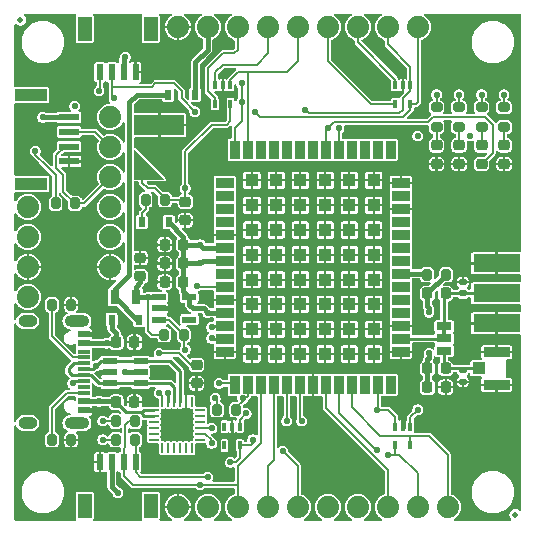
<source format=gtl>
%TF.GenerationSoftware,KiCad,Pcbnew,9.0.1*%
%TF.CreationDate,2025-04-16T09:50:42-06:00*%
%TF.ProjectId,SparkFun_GNSS_ZED-X20P,53706172-6b46-4756-9e5f-474e53535f5a,rev?*%
%TF.SameCoordinates,Original*%
%TF.FileFunction,Copper,L1,Top*%
%TF.FilePolarity,Positive*%
%FSLAX46Y46*%
G04 Gerber Fmt 4.6, Leading zero omitted, Abs format (unit mm)*
G04 Created by KiCad (PCBNEW 9.0.1) date 2025-04-16 09:50:42*
%MOMM*%
%LPD*%
G01*
G04 APERTURE LIST*
G04 Aperture macros list*
%AMRoundRect*
0 Rectangle with rounded corners*
0 $1 Rounding radius*
0 $2 $3 $4 $5 $6 $7 $8 $9 X,Y pos of 4 corners*
0 Add a 4 corners polygon primitive as box body*
4,1,4,$2,$3,$4,$5,$6,$7,$8,$9,$2,$3,0*
0 Add four circle primitives for the rounded corners*
1,1,$1+$1,$2,$3*
1,1,$1+$1,$4,$5*
1,1,$1+$1,$6,$7*
1,1,$1+$1,$8,$9*
0 Add four rect primitives between the rounded corners*
20,1,$1+$1,$2,$3,$4,$5,0*
20,1,$1+$1,$4,$5,$6,$7,0*
20,1,$1+$1,$6,$7,$8,$9,0*
20,1,$1+$1,$8,$9,$2,$3,0*%
%AMFreePoly0*
4,1,4,0.655000,-1.932855,-1.830355,0.552500,0.655000,0.552500,0.655000,-1.932855,0.655000,-1.932855,$1*%
G04 Aperture macros list end*
%TA.AperFunction,EtchedComponent*%
%ADD10C,0.000000*%
%TD*%
%TA.AperFunction,SMDPad,CuDef*%
%ADD11R,0.300000X0.700000*%
%TD*%
%TA.AperFunction,SMDPad,CuDef*%
%ADD12RoundRect,0.218750X0.256250X-0.218750X0.256250X0.218750X-0.256250X0.218750X-0.256250X-0.218750X0*%
%TD*%
%TA.AperFunction,ComponentPad*%
%ADD13C,1.879600*%
%TD*%
%TA.AperFunction,SMDPad,CuDef*%
%ADD14C,0.500000*%
%TD*%
%TA.AperFunction,SMDPad,CuDef*%
%ADD15RoundRect,0.200000X0.200000X0.275000X-0.200000X0.275000X-0.200000X-0.275000X0.200000X-0.275000X0*%
%TD*%
%TA.AperFunction,SMDPad,CuDef*%
%ADD16RoundRect,0.200000X0.275000X-0.200000X0.275000X0.200000X-0.275000X0.200000X-0.275000X-0.200000X0*%
%TD*%
%TA.AperFunction,SMDPad,CuDef*%
%ADD17RoundRect,0.225000X0.225000X0.250000X-0.225000X0.250000X-0.225000X-0.250000X0.225000X-0.250000X0*%
%TD*%
%TA.AperFunction,SMDPad,CuDef*%
%ADD18R,1.000000X0.300000*%
%TD*%
%TA.AperFunction,SMDPad,CuDef*%
%ADD19R,1.000000X0.600000*%
%TD*%
%TA.AperFunction,ComponentPad*%
%ADD20O,1.600000X1.000000*%
%TD*%
%TA.AperFunction,ComponentPad*%
%ADD21O,2.100000X1.000000*%
%TD*%
%TA.AperFunction,SMDPad,CuDef*%
%ADD22RoundRect,0.225000X-0.250000X0.225000X-0.250000X-0.225000X0.250000X-0.225000X0.250000X0.225000X0*%
%TD*%
%TA.AperFunction,SMDPad,CuDef*%
%ADD23RoundRect,0.200000X-0.200000X-0.275000X0.200000X-0.275000X0.200000X0.275000X-0.200000X0.275000X0*%
%TD*%
%TA.AperFunction,SMDPad,CuDef*%
%ADD24RoundRect,0.225000X-0.225000X-0.250000X0.225000X-0.250000X0.225000X0.250000X-0.225000X0.250000X0*%
%TD*%
%TA.AperFunction,SMDPad,CuDef*%
%ADD25R,0.630000X0.830000*%
%TD*%
%TA.AperFunction,SMDPad,CuDef*%
%ADD26R,1.700000X0.600000*%
%TD*%
%TA.AperFunction,SMDPad,CuDef*%
%ADD27R,2.700000X1.000000*%
%TD*%
%TA.AperFunction,SMDPad,CuDef*%
%ADD28RoundRect,0.140000X-0.170000X0.140000X-0.170000X-0.140000X0.170000X-0.140000X0.170000X0.140000X0*%
%TD*%
%TA.AperFunction,SMDPad,CuDef*%
%ADD29R,4.000000X1.500000*%
%TD*%
%TA.AperFunction,SMDPad,CuDef*%
%ADD30R,0.600000X1.350000*%
%TD*%
%TA.AperFunction,SMDPad,CuDef*%
%ADD31R,1.200000X2.000000*%
%TD*%
%TA.AperFunction,SMDPad,CuDef*%
%ADD32R,1.200000X0.550000*%
%TD*%
%TA.AperFunction,SMDPad,CuDef*%
%ADD33R,1.050000X1.000000*%
%TD*%
%TA.AperFunction,SMDPad,CuDef*%
%ADD34R,2.200000X0.850000*%
%TD*%
%TA.AperFunction,SMDPad,CuDef*%
%ADD35RoundRect,0.225000X0.250000X-0.225000X0.250000X0.225000X-0.250000X0.225000X-0.250000X-0.225000X0*%
%TD*%
%TA.AperFunction,SMDPad,CuDef*%
%ADD36R,0.800000X1.200000*%
%TD*%
%TA.AperFunction,SMDPad,CuDef*%
%ADD37RoundRect,0.140000X0.170000X-0.140000X0.170000X0.140000X-0.170000X0.140000X-0.170000X-0.140000X0*%
%TD*%
%TA.AperFunction,SMDPad,CuDef*%
%ADD38RoundRect,0.062500X-0.062500X0.350000X-0.062500X-0.350000X0.062500X-0.350000X0.062500X0.350000X0*%
%TD*%
%TA.AperFunction,SMDPad,CuDef*%
%ADD39RoundRect,0.062500X-0.350000X0.062500X-0.350000X-0.062500X0.350000X-0.062500X0.350000X0.062500X0*%
%TD*%
%TA.AperFunction,HeatsinkPad*%
%ADD40R,2.700000X2.700000*%
%TD*%
%TA.AperFunction,SMDPad,CuDef*%
%ADD41FreePoly0,180.000000*%
%TD*%
%TA.AperFunction,SMDPad,CuDef*%
%ADD42R,4.200000X1.700000*%
%TD*%
%TA.AperFunction,SMDPad,CuDef*%
%ADD43R,1.270000X0.660400*%
%TD*%
%TA.AperFunction,SMDPad,CuDef*%
%ADD44R,1.520000X0.850000*%
%TD*%
%TA.AperFunction,SMDPad,CuDef*%
%ADD45R,0.850000X1.520000*%
%TD*%
%TA.AperFunction,SMDPad,CuDef*%
%ADD46R,1.100000X1.100000*%
%TD*%
%TA.AperFunction,ViaPad*%
%ADD47C,0.560000*%
%TD*%
%TA.AperFunction,Conductor*%
%ADD48C,0.406400*%
%TD*%
%TA.AperFunction,Conductor*%
%ADD49C,0.254000*%
%TD*%
%TA.AperFunction,Conductor*%
%ADD50C,0.177800*%
%TD*%
%TA.AperFunction,Conductor*%
%ADD51C,0.281940*%
%TD*%
%TA.AperFunction,Conductor*%
%ADD52C,0.261620*%
%TD*%
G04 APERTURE END LIST*
D10*
%TA.AperFunction,EtchedComponent*%
%TO.C,JP1*%
G36*
X36662500Y15828200D02*
G01*
X36362500Y15828200D01*
X36362500Y16328200D01*
X36662500Y16328200D01*
X36662500Y15828200D01*
G37*
%TD.AperFunction*%
%TD*%
D11*
%TO.P,D13,1,K1*%
%TO.N,GEO_STAT*%
X19223750Y8102500D03*
%TO.P,D13,2,A*%
%TO.N,GND*%
X18573750Y8102500D03*
%TO.P,D13,3,K2*%
%TO.N,unconnected-(D13-K2-Pad3)*%
X17923750Y8102500D03*
%TO.P,D13,4,K3*%
%TO.N,unconnected-(D13-K3-Pad4)*%
X17923750Y6502500D03*
%TO.P,D13,5,K4*%
%TO.N,RTK_STAT*%
X19223750Y6502500D03*
%TD*%
D12*
%TO.P,D4,1,K*%
%TO.N,GND*%
X37782500Y30327500D03*
%TO.P,D4,2,A*%
%TO.N,Net-(D4-A)*%
X37782500Y31902500D03*
%TD*%
D13*
%TO.P,J2,1,Pin_1*%
%TO.N,unconnected-(J2-Pin_1-Pad1)*%
X8255000Y34290000D03*
%TO.P,J2,2,Pin_2*%
%TO.N,TX2*%
X8255000Y31750000D03*
%TO.P,J2,3,Pin_3*%
%TO.N,HV-RX2*%
X8255000Y29210000D03*
%TO.P,J2,4,Pin_4*%
%TO.N,VOUT*%
X8255000Y26670000D03*
%TO.P,J2,5,Pin_5*%
%TO.N,unconnected-(J2-Pin_5-Pad5)*%
X8255000Y24130000D03*
%TO.P,J2,6,Pin_6*%
%TO.N,GND*%
X8255000Y21590000D03*
%TD*%
%TO.P,J11,1,Pin_1*%
%TO.N,GEO_STAT*%
X24130000Y1270000D03*
%TO.P,J11,2,Pin_2*%
%TO.N,RTK_STAT*%
X26670000Y1270000D03*
%TO.P,J11,3,Pin_3*%
%TO.N,PPS*%
X29210000Y1270000D03*
%TO.P,J11,4,Pin_4*%
%TO.N,~{RESET}*%
X31750000Y1270000D03*
%TO.P,J11,5,Pin_5*%
%TO.N,3V3_EN*%
X34290000Y1270000D03*
%TO.P,J11,6,Pin_6*%
%TO.N,EVENT*%
X36830000Y1270000D03*
%TD*%
D14*
%TO.P,FID3,*%
%TO.N,*%
X635000Y42545000D03*
%TD*%
D15*
%TO.P,R8,1*%
%TO.N,HV-RX2*%
X5270000Y26987500D03*
%TO.P,R8,2*%
%TO.N,RX2*%
X3620000Y26987500D03*
%TD*%
D16*
%TO.P,R3,1*%
%TO.N,Net-(D2-A)*%
X39687500Y33465000D03*
%TO.P,R3,2*%
%TO.N,Net-(JP5-A)*%
X39687500Y35115000D03*
%TD*%
D17*
%TO.P,C5,1*%
%TO.N,3.3V*%
X14427500Y21907500D03*
%TO.P,C5,2*%
%TO.N,GND*%
X12877500Y21907500D03*
%TD*%
D18*
%TO.P,J1,A5,CC1*%
%TO.N,Net-(J1-CC1)*%
X6010000Y13950000D03*
%TO.P,J1,A6,D+*%
%TO.N,Net-(U1-I{slash}O1)*%
X6010000Y12950000D03*
%TO.P,J1,A7,D-*%
%TO.N,Net-(U1-I{slash}O2)*%
X6010000Y12450000D03*
%TO.P,J1,A8,NC*%
%TO.N,unconnected-(J1-NC-PadA8)*%
X6010000Y11450000D03*
%TO.P,J1,B5,CC2*%
%TO.N,Net-(J1-CC2)*%
X6010000Y10950000D03*
%TO.P,J1,B6,D+*%
%TO.N,Net-(U1-I{slash}O1)*%
X6010000Y11950000D03*
%TO.P,J1,B7,D-*%
%TO.N,Net-(U1-I{slash}O2)*%
X6010000Y13450000D03*
%TO.P,J1,B8,NC*%
%TO.N,unconnected-(J1-NC-PadB8)*%
X6010000Y14450000D03*
D19*
%TO.P,J1,GND,GND*%
%TO.N,GND*%
X6010000Y15925000D03*
X6010000Y9475000D03*
D20*
%TO.P,J1,NC1,NC*%
%TO.N,unconnected-(J1-NC-PadNC1)*%
X1255000Y17018000D03*
D21*
%TO.P,J1,NC2,NC*%
%TO.N,unconnected-(J1-NC-PadNC2)*%
X5435000Y17018000D03*
%TO.P,J1,NC3,NC*%
%TO.N,unconnected-(J1-NC-PadNC3)*%
X5435000Y8382000D03*
D20*
%TO.P,J1,S,SHIELD*%
%TO.N,Net-(J1-SHIELD)*%
X1255000Y8382000D03*
D19*
%TO.P,J1,VBUS,VBUS*%
%TO.N,VUSB*%
X6010000Y15150000D03*
X6010000Y10250000D03*
%TD*%
D22*
%TO.P,C9,1*%
%TO.N,V_BCKP*%
X14605000Y27127500D03*
%TO.P,C9,2*%
%TO.N,GND*%
X14605000Y25577500D03*
%TD*%
D23*
%TO.P,R13,1*%
%TO.N,Net-(JP9-A)*%
X8700000Y8572500D03*
%TO.P,R13,2*%
%TO.N,SDA{slash}~{CS}*%
X10350000Y8572500D03*
%TD*%
D24*
%TO.P,C3,1*%
%TO.N,Net-(C3-Pad1)*%
X35102500Y11430000D03*
%TO.P,C3,2*%
%TO.N,GND*%
X36652500Y11430000D03*
%TD*%
D25*
%TO.P,D7,1,K*%
%TO.N,Net-(D6-K)*%
X13137500Y36195000D03*
%TO.P,D7,2,A*%
%TO.N,VIN*%
X15437500Y36195000D03*
%TD*%
%TO.P,D5,1,K*%
%TO.N,Net-(D5-K)*%
X10915000Y25400000D03*
%TO.P,D5,2,A*%
%TO.N,3.3V*%
X13215000Y25400000D03*
%TD*%
D26*
%TO.P,J8,1,Pin_1*%
%TO.N,VOUT*%
X4762500Y34290000D03*
%TO.P,J8,2,Pin_2*%
%TO.N,TX2*%
X4762500Y33040000D03*
%TO.P,J8,3,Pin_3*%
%TO.N,HV-RX2*%
X4762500Y31790000D03*
%TO.P,J8,4,Pin_4*%
%TO.N,GND*%
X4762500Y30540000D03*
D27*
%TO.P,J8,NC1,NC*%
%TO.N,unconnected-(J8-NC-PadNC1)*%
X1562500Y36165000D03*
%TO.P,J8,NC2,NC*%
%TO.N,unconnected-(J8-NC-PadNC2)*%
X1562500Y28665000D03*
%TD*%
D15*
%TO.P,R2,1*%
%TO.N,GND*%
X4952500Y18415000D03*
%TO.P,R2,2*%
%TO.N,Net-(J1-CC1)*%
X3302500Y18415000D03*
%TD*%
D16*
%TO.P,R5,1*%
%TO.N,Net-(D4-A)*%
X37782500Y33465000D03*
%TO.P,R5,2*%
%TO.N,Net-(JP3-A)*%
X37782500Y35115000D03*
%TD*%
D12*
%TO.P,D1,1,K*%
%TO.N,GND*%
X35877500Y30327500D03*
%TO.P,D1,2,A*%
%TO.N,Net-(D1-A)*%
X35877500Y31902500D03*
%TD*%
D13*
%TO.P,J6,1,Pin_1*%
%TO.N,VUSB*%
X1270000Y19050000D03*
%TO.P,J6,2,Pin_2*%
%TO.N,GND*%
X1270000Y21590000D03*
%TO.P,J6,3,Pin_3*%
%TO.N,/D+*%
X1270000Y24130000D03*
%TO.P,J6,4,Pin_4*%
%TO.N,/D-*%
X1270000Y26670000D03*
%TD*%
D16*
%TO.P,R4,1*%
%TO.N,Net-(D1-A)*%
X35877500Y33465000D03*
%TO.P,R4,2*%
%TO.N,Net-(JP2-A)*%
X35877500Y35115000D03*
%TD*%
D17*
%TO.P,C2,1*%
%TO.N,3.3V*%
X14427500Y20320000D03*
%TO.P,C2,2*%
%TO.N,GND*%
X12877500Y20320000D03*
%TD*%
D12*
%TO.P,D2,1,K*%
%TO.N,RTK_STAT*%
X39687500Y30327500D03*
%TO.P,D2,2,A*%
%TO.N,Net-(D2-A)*%
X39687500Y31902500D03*
%TD*%
D14*
%TO.P,FID4,*%
%TO.N,*%
X42545000Y635000D03*
%TD*%
D28*
%TO.P,D3,1,A1*%
%TO.N,GND*%
X38100000Y20327500D03*
%TO.P,D3,2,A2*%
%TO.N,Net-(D3-A2)*%
X38100000Y19367500D03*
%TD*%
D29*
%TO.P,J5,1,In*%
%TO.N,Net-(D3-A2)*%
X40957500Y19367500D03*
%TO.P,J5,2,Ext*%
%TO.N,GND*%
X40957500Y21907500D03*
X40957500Y16827500D03*
%TD*%
D13*
%TO.P,J9,1,Pin_1*%
%TO.N,GND*%
X13970000Y1270000D03*
%TO.P,J9,2,Pin_2*%
%TO.N,3.3V*%
X16510000Y1270000D03*
%TO.P,J9,3,Pin_3*%
%TO.N,SDA{slash}~{CS}*%
X19050000Y1270000D03*
%TO.P,J9,4,Pin_4*%
%TO.N,SCL{slash}SCK*%
X21590000Y1270000D03*
%TD*%
D15*
%TO.P,R10,1*%
%TO.N,RX1{slash}PICO*%
X18922500Y9525000D03*
%TO.P,R10,2*%
%TO.N,Net-(JP11-B)*%
X17272500Y9525000D03*
%TD*%
%TO.P,R1,1*%
%TO.N,GND*%
X4952500Y6985000D03*
%TO.P,R1,2*%
%TO.N,Net-(J1-CC2)*%
X3302500Y6985000D03*
%TD*%
D30*
%TO.P,J7,1,Pin_1*%
%TO.N,GND*%
X10390000Y38100000D03*
%TO.P,J7,2,Pin_2*%
%TO.N,3.3V*%
X9390000Y38100000D03*
%TO.P,J7,3,Pin_3*%
%TO.N,SDA{slash}~{CS}*%
X8390000Y38100000D03*
%TO.P,J7,4,Pin_4*%
%TO.N,SCL{slash}SCK*%
X7390000Y38100000D03*
D31*
%TO.P,J7,NC1,NC*%
%TO.N,unconnected-(J7-NC-PadNC1)*%
X6090000Y41775000D03*
%TO.P,J7,NC2,NC*%
%TO.N,unconnected-(J7-NC-PadNC2)*%
X11690000Y41775000D03*
%TD*%
D32*
%TO.P,U2,1,VIN*%
%TO.N,5V*%
X12352400Y19047500D03*
%TO.P,U2,2,GND*%
%TO.N,GND*%
X12352400Y18097500D03*
%TO.P,U2,3,EN*%
%TO.N,3V3_EN*%
X12352400Y17147500D03*
%TO.P,U2,4,NC*%
%TO.N,unconnected-(U2-NC-Pad4)*%
X14952600Y17147500D03*
%TO.P,U2,5,VOUT*%
%TO.N,3.3V*%
X14952600Y19047500D03*
%TD*%
D33*
%TO.P,J10,1,In*%
%TO.N,Net-(D14-A2)*%
X39432500Y13017500D03*
D34*
%TO.P,J10,2,Ext*%
%TO.N,GND*%
X40957500Y11642500D03*
X40957500Y14392500D03*
%TD*%
D17*
%TO.P,C8,1*%
%TO.N,3.3V*%
X14427500Y23495000D03*
%TO.P,C8,2*%
%TO.N,GND*%
X12877500Y23495000D03*
%TD*%
%TO.P,L1,1*%
%TO.N,Net-(D3-A2)*%
X36652500Y19367500D03*
%TO.P,L1,2*%
%TO.N,Net-(C3-Pad1)*%
X35102500Y19367500D03*
%TD*%
D24*
%TO.P,C7,1*%
%TO.N,VUSB*%
X8750000Y15240000D03*
%TO.P,C7,2*%
%TO.N,GND*%
X10300000Y15240000D03*
%TD*%
D11*
%TO.P,D12,1,K1*%
%TO.N,~{RESET}*%
X33670000Y8102500D03*
%TO.P,D12,2,A*%
%TO.N,GND*%
X33020000Y8102500D03*
%TO.P,D12,3,K2*%
%TO.N,PPS*%
X32370000Y8102500D03*
%TO.P,D12,4,K3*%
%TO.N,3V3_EN*%
X32370000Y6502500D03*
%TO.P,D12,5,K4*%
%TO.N,EVENT*%
X33670000Y6502500D03*
%TD*%
D13*
%TO.P,J3,1,Pin_1*%
%TO.N,SCL{slash}SCK*%
X34290000Y41910000D03*
%TO.P,J3,2,Pin_2*%
%TO.N,TX1{slash}POCI*%
X31750000Y41910000D03*
%TO.P,J3,3,Pin_3*%
%TO.N,RX1{slash}PICO*%
X29210000Y41910000D03*
%TO.P,J3,4,Pin_4*%
%TO.N,SDA{slash}~{CS}*%
X26670000Y41910000D03*
%TO.P,J3,5,Pin_5*%
%TO.N,RX2*%
X24130000Y41910000D03*
%TO.P,J3,6,Pin_6*%
%TO.N,TX2*%
X21590000Y41910000D03*
%TO.P,J3,7,Pin_7*%
%TO.N,3.3V*%
X19050000Y41910000D03*
%TO.P,J3,8,Pin_8*%
%TO.N,VIN*%
X16510000Y41910000D03*
%TO.P,J3,9,Pin_9*%
%TO.N,GND*%
X13970000Y41910000D03*
%TD*%
D16*
%TO.P,R11,1*%
%TO.N,Net-(D9-A)*%
X41592500Y33465000D03*
%TO.P,R11,2*%
%TO.N,Net-(JP8-A)*%
X41592500Y35115000D03*
%TD*%
D11*
%TO.P,D10,1,K1*%
%TO.N,TX1{slash}POCI*%
X33670000Y36995000D03*
%TO.P,D10,2,A*%
%TO.N,GND*%
X33020000Y36995000D03*
%TO.P,D10,3,K2*%
%TO.N,RX1{slash}PICO*%
X32370000Y36995000D03*
%TO.P,D10,4,K3*%
%TO.N,SDA{slash}~{CS}*%
X32370000Y35395000D03*
%TO.P,D10,5,K4*%
%TO.N,SCL{slash}SCK*%
X33670000Y35395000D03*
%TD*%
D35*
%TO.P,C10,1*%
%TO.N,GND*%
X15557500Y11766250D03*
%TO.P,C10,2*%
%TO.N,Net-(U4-V3)*%
X15557500Y13316250D03*
%TD*%
D36*
%TO.P,F1,1*%
%TO.N,5V*%
X10425000Y19050000D03*
%TO.P,F1,2*%
%TO.N,Net-(D6-K)*%
X8625000Y19050000D03*
%TD*%
D37*
%TO.P,D14,1,A1*%
%TO.N,GND*%
X38100000Y11902500D03*
%TO.P,D14,2,A2*%
%TO.N,Net-(D14-A2)*%
X38100000Y12862500D03*
%TD*%
D38*
%TO.P,U4,1,~{RI0}*%
%TO.N,unconnected-(U4-~{RI0}-Pad1)*%
X15162500Y10197500D03*
%TO.P,U4,2,GND*%
%TO.N,GND*%
X14662500Y10197500D03*
%TO.P,U4,3,UD+*%
%TO.N,Net-(U1-I{slash}O1)*%
X14162500Y10197500D03*
%TO.P,U4,4,UD-*%
%TO.N,Net-(U1-I{slash}O2)*%
X13662500Y10197500D03*
%TO.P,U4,5,VIO*%
%TO.N,3.3V*%
X13162500Y10197500D03*
%TO.P,U4,6,V3*%
%TO.N,Net-(U4-V3)*%
X12662500Y10197500D03*
D39*
%TO.P,U4,7,VDD5*%
%TO.N,VUSB*%
X11950000Y9485000D03*
%TO.P,U4,8,VBUS*%
X11950000Y8985000D03*
%TO.P,U4,9,~{RST}*%
%TO.N,unconnected-(U4-~{RST}-Pad9)*%
X11950000Y8485000D03*
%TO.P,U4,10,~{CTS1}*%
%TO.N,unconnected-(U4-~{CTS1}-Pad10)*%
X11950000Y7985000D03*
%TO.P,U4,11,~{RTS1}*%
%TO.N,unconnected-(U4-~{RTS1}-Pad11)*%
X11950000Y7485000D03*
%TO.P,U4,12,RXD1*%
%TO.N,unconnected-(U4-RXD1-Pad12)*%
X11950000Y6985000D03*
D38*
%TO.P,U4,13,TXD1*%
%TO.N,unconnected-(U4-TXD1-Pad13)*%
X12662500Y6272500D03*
%TO.P,U4,14,~{DSR1}*%
%TO.N,unconnected-(U4-~{DSR1}-Pad14)*%
X13162500Y6272500D03*
%TO.P,U4,15,~{DTR1}*%
%TO.N,unconnected-(U4-~{DTR1}-Pad15)*%
X13662500Y6272500D03*
%TO.P,U4,16,~{DCD1}*%
%TO.N,unconnected-(U4-~{DCD1}-Pad16)*%
X14162500Y6272500D03*
%TO.P,U4,17,~{RI1}*%
%TO.N,unconnected-(U4-~{RI1}-Pad17)*%
X14662500Y6272500D03*
%TO.P,U4,18,~{CTS0}*%
%TO.N,unconnected-(U4-~{CTS0}-Pad18)*%
X15162500Y6272500D03*
D39*
%TO.P,U4,19,~{RTS0}*%
%TO.N,unconnected-(U4-~{RTS0}-Pad19)*%
X15875000Y6985000D03*
%TO.P,U4,20,RXD0*%
%TO.N,Net-(JP12-A)*%
X15875000Y7485000D03*
%TO.P,U4,21,TXD0*%
%TO.N,Net-(JP11-A)*%
X15875000Y7985000D03*
%TO.P,U4,22,~{DSR0}*%
%TO.N,unconnected-(U4-~{DSR0}-Pad22)*%
X15875000Y8485000D03*
%TO.P,U4,23,~{DTR0}*%
%TO.N,unconnected-(U4-~{DTR0}-Pad23)*%
X15875000Y8985000D03*
%TO.P,U4,24,~{DCD0}*%
%TO.N,unconnected-(U4-~{DCD0}-Pad24)*%
X15875000Y9485000D03*
D40*
%TO.P,U4,25,GND*%
%TO.N,GND*%
X13912500Y8235000D03*
%TD*%
D30*
%TO.P,J4,1,Pin_1*%
%TO.N,GND*%
X7390000Y5080000D03*
%TO.P,J4,2,Pin_2*%
%TO.N,3.3V*%
X8390000Y5080000D03*
%TO.P,J4,3,Pin_3*%
%TO.N,SDA{slash}~{CS}*%
X9390000Y5080000D03*
%TO.P,J4,4,Pin_4*%
%TO.N,SCL{slash}SCK*%
X10390000Y5080000D03*
D31*
%TO.P,J4,NC1,NC*%
%TO.N,unconnected-(J4-NC-PadNC1)*%
X11690000Y1405000D03*
%TO.P,J4,NC2,NC*%
%TO.N,unconnected-(J4-NC-PadNC2)*%
X6090000Y1405000D03*
%TD*%
D32*
%TO.P,U1,1,I/O1*%
%TO.N,Net-(U1-I{slash}O1)*%
X8224900Y13650000D03*
%TO.P,U1,2,GND*%
%TO.N,GND*%
X8224900Y12700000D03*
%TO.P,U1,3,I/O2*%
%TO.N,Net-(U1-I{slash}O2)*%
X8224900Y11750000D03*
%TO.P,U1,4,I/O3*%
X10825100Y11750000D03*
%TO.P,U1,5,VCC*%
%TO.N,VUSB*%
X10825000Y12700000D03*
%TO.P,U1,6,I/O4*%
%TO.N,Net-(U1-I{slash}O1)*%
X10825100Y13650000D03*
%TD*%
D12*
%TO.P,D9,1,K*%
%TO.N,GND*%
X41592500Y30327500D03*
%TO.P,D9,2,A*%
%TO.N,Net-(D9-A)*%
X41592500Y31902500D03*
%TD*%
D35*
%TO.P,C1,1*%
%TO.N,5V*%
X10795000Y20815000D03*
%TO.P,C1,2*%
%TO.N,GND*%
X10795000Y22365000D03*
%TD*%
D41*
%TO.P,BT1,+,+*%
%TO.N,V_BCKP*%
X10967500Y29597500D03*
D42*
%TO.P,BT1,-,-*%
%TO.N,GND*%
X12417500Y33600000D03*
%TD*%
D11*
%TO.P,D8,1,K1*%
%TO.N,RX2*%
X18430000Y36995000D03*
%TO.P,D8,2,A*%
%TO.N,GND*%
X17780000Y36995000D03*
%TO.P,D8,3,K2*%
%TO.N,TX2*%
X17130000Y36995000D03*
%TO.P,D8,4,K3*%
%TO.N,3.3V*%
X17130000Y35395000D03*
%TO.P,D8,5,K4*%
%TO.N,V_BCKP*%
X18430000Y35395000D03*
%TD*%
D24*
%TO.P,C13,1*%
%TO.N,VUSB*%
X8750000Y10160000D03*
%TO.P,C13,2*%
%TO.N,GND*%
X10300000Y10160000D03*
%TD*%
D15*
%TO.P,R9,1*%
%TO.N,3V3_EN*%
X14477500Y15875000D03*
%TO.P,R9,2*%
%TO.N,5V*%
X12827500Y15875000D03*
%TD*%
D25*
%TO.P,D6,1,K*%
%TO.N,Net-(D6-K)*%
X10675000Y17145000D03*
%TO.P,D6,2,A*%
%TO.N,VUSB*%
X8375000Y17145000D03*
%TD*%
D23*
%TO.P,R6,1*%
%TO.N,VCC_RF*%
X35052500Y20955000D03*
%TO.P,R6,2*%
%TO.N,Net-(C3-Pad1)*%
X36702500Y20955000D03*
%TD*%
D17*
%TO.P,L2,1*%
%TO.N,Net-(D14-A2)*%
X36652500Y13017500D03*
%TO.P,L2,2*%
%TO.N,Net-(C3-Pad1)*%
X35102500Y13017500D03*
%TD*%
D23*
%TO.P,R12,1*%
%TO.N,Net-(JP9-C)*%
X8700000Y6985000D03*
%TO.P,R12,2*%
%TO.N,SCL{slash}SCK*%
X10350000Y6985000D03*
%TD*%
D43*
%TO.P,JP1,1,A*%
%TO.N,Net-(D3-A2)*%
X36512500Y16598900D03*
%TO.P,JP1,2,B*%
%TO.N,RF_IN*%
X36512500Y15557500D03*
%TO.P,JP1,3,C*%
%TO.N,Net-(D14-A2)*%
X36512500Y14516100D03*
%TD*%
D15*
%TO.P,R7,1*%
%TO.N,V_BCKP*%
X12890000Y27305000D03*
%TO.P,R7,2*%
%TO.N,Net-(D5-K)*%
X11240000Y27305000D03*
%TD*%
D44*
%TO.P,U5,1,GND*%
%TO.N,GND*%
X32850000Y14440000D03*
%TO.P,U5,2,RF_IN*%
%TO.N,RF_IN*%
X32850000Y15540000D03*
%TO.P,U5,3,GND*%
%TO.N,GND*%
X32850000Y16640000D03*
%TO.P,U5,4,ANT_DETECT*%
%TO.N,unconnected-(U5-ANT_DETECT-Pad4)*%
X32850000Y17740000D03*
%TO.P,U5,5,ANT_OFF*%
%TO.N,unconnected-(U5-ANT_OFF-Pad5)*%
X32850000Y18840000D03*
%TO.P,U5,6,~{ANT_SHORT}*%
%TO.N,unconnected-(U5-~{ANT_SHORT}-Pad6)*%
X32850000Y19940000D03*
%TO.P,U5,7,VCC_RF*%
%TO.N,VCC_RF*%
X32850000Y21040000D03*
%TO.P,U5,8*%
%TO.N,N/C*%
X32850000Y22140000D03*
%TO.P,U5,9*%
X32850000Y23240000D03*
%TO.P,U5,10*%
X32850000Y24340000D03*
%TO.P,U5,11*%
X32850000Y25440000D03*
%TO.P,U5,12,GND*%
%TO.N,GND*%
X32850000Y26540000D03*
%TO.P,U5,13*%
%TO.N,N/C*%
X32850000Y27640000D03*
%TO.P,U5,14,GND*%
%TO.N,GND*%
X32850000Y28740000D03*
D45*
%TO.P,U5,15*%
%TO.N,N/C*%
X32000000Y31540000D03*
%TO.P,U5,16*%
X30900000Y31540000D03*
%TO.P,U5,17*%
X29800000Y31540000D03*
%TO.P,U5,18*%
X28700000Y31540000D03*
%TO.P,U5,19,GEO_STAT*%
%TO.N,GEO_STAT*%
X27600000Y31540000D03*
%TO.P,U5,20,RTK_STAT*%
%TO.N,RTK_STAT*%
X26500000Y31540000D03*
%TO.P,U5,21*%
%TO.N,N/C*%
X25400000Y31540000D03*
%TO.P,U5,22*%
X24300000Y31540000D03*
%TO.P,U5,23*%
X23200000Y31540000D03*
%TO.P,U5,24*%
X22100000Y31540000D03*
%TO.P,U5,25*%
X21000000Y31540000D03*
%TO.P,U5,26,RX2*%
%TO.N,RX2*%
X19900000Y31540000D03*
%TO.P,U5,27,TX2*%
%TO.N,TX2*%
X18800000Y31540000D03*
D44*
%TO.P,U5,28*%
%TO.N,N/C*%
X17950000Y28740000D03*
%TO.P,U5,29*%
X17950000Y27640000D03*
%TO.P,U5,30*%
X17950000Y26540000D03*
%TO.P,U5,31*%
X17950000Y25440000D03*
%TO.P,U5,32,GND*%
%TO.N,GND*%
X17950000Y24340000D03*
%TO.P,U5,33,VCC*%
%TO.N,3.3V*%
X17950000Y23240000D03*
%TO.P,U5,34,VCC*%
X17950000Y22140000D03*
%TO.P,U5,35*%
%TO.N,N/C*%
X17950000Y21040000D03*
%TO.P,U5,36,V_BCKP*%
%TO.N,V_BCKP*%
X17950000Y19940000D03*
%TO.P,U5,37,GND*%
%TO.N,GND*%
X17950000Y18840000D03*
%TO.P,U5,38,V_USB*%
%TO.N,3.3V*%
X17950000Y17740000D03*
%TO.P,U5,39,USB_D-*%
%TO.N,/D-*%
X17950000Y16640000D03*
%TO.P,U5,40,USB_D+*%
%TO.N,/D+*%
X17950000Y15540000D03*
%TO.P,U5,41,GND*%
%TO.N,GND*%
X17950000Y14440000D03*
D45*
%TO.P,U5,42,TX1/POCI*%
%TO.N,TX1{slash}POCI*%
X18800000Y11640000D03*
%TO.P,U5,43,RX1/PICO*%
%TO.N,RX1{slash}PICO*%
X19900000Y11640000D03*
%TO.P,U5,44,SDA/~{CS}*%
%TO.N,SDA{slash}~{CS}*%
X21000000Y11640000D03*
%TO.P,U5,45,SCL/SCK*%
%TO.N,SCL{slash}SCK*%
X22100000Y11640000D03*
%TO.P,U5,46,TX_READY*%
%TO.N,TX_READY*%
X23200000Y11640000D03*
%TO.P,U5,47,D_SEL*%
%TO.N,Net-(JP10-B)*%
X24300000Y11640000D03*
%TO.P,U5,48,GND*%
%TO.N,GND*%
X25400000Y11640000D03*
%TO.P,U5,49,~{RESET}*%
%TO.N,~{RESET}*%
X26500000Y11640000D03*
%TO.P,U5,50,~{SAFEBOOT}*%
%TO.N,~{SAFEBOOT}*%
X27600000Y11640000D03*
%TO.P,U5,51,EXTINT*%
%TO.N,EVENT*%
X28700000Y11640000D03*
%TO.P,U5,52*%
%TO.N,N/C*%
X29800000Y11640000D03*
%TO.P,U5,53,TIMEPULSE*%
%TO.N,PPS*%
X30900000Y11640000D03*
%TO.P,U5,54*%
%TO.N,N/C*%
X32000000Y11640000D03*
D46*
%TO.P,U5,55,GND*%
%TO.N,GND*%
X26450000Y20540000D03*
%TO.P,U5,56,GND*%
X26450000Y18440000D03*
%TO.P,U5,57,GND*%
X26450000Y16340000D03*
%TO.P,U5,58,GND*%
X26450000Y14240000D03*
%TO.P,U5,59,GND*%
X28500000Y20540000D03*
%TO.P,U5,60,GND*%
X28500000Y18440000D03*
%TO.P,U5,61,GND*%
X28500000Y16340000D03*
%TO.P,U5,62,GND*%
X28500000Y14240000D03*
%TO.P,U5,63,GND*%
X30550000Y20540000D03*
%TO.P,U5,64,GND*%
X30550000Y18440000D03*
%TO.P,U5,65,GND*%
X30550000Y16340000D03*
%TO.P,U5,66,GND*%
X30550000Y14240000D03*
%TO.P,U5,67,GND*%
X20250000Y20540000D03*
%TO.P,U5,68,GND*%
X20250000Y18440000D03*
%TO.P,U5,69,GND*%
X20250000Y16340000D03*
%TO.P,U5,70,GND*%
X20250000Y14240000D03*
%TO.P,U5,71,GND*%
X22300000Y20540000D03*
%TO.P,U5,72,GND*%
X22300000Y18440000D03*
%TO.P,U5,73,GND*%
X22300000Y16340000D03*
%TO.P,U5,74,GND*%
X22300000Y14240000D03*
%TO.P,U5,75,GND*%
X24350000Y20540000D03*
%TO.P,U5,76,GND*%
X24350000Y18440000D03*
%TO.P,U5,77,GND*%
X24350000Y16340000D03*
%TO.P,U5,78,GND*%
X24350000Y14240000D03*
%TO.P,U5,79,GND*%
X24350000Y22640000D03*
%TO.P,U5,80,GND*%
X24350000Y24740000D03*
%TO.P,U5,81,GND*%
X24350000Y26840000D03*
%TO.P,U5,82,GND*%
X24350000Y28940000D03*
%TO.P,U5,83,GND*%
X22300000Y22640000D03*
%TO.P,U5,84,GND*%
X22300000Y24740000D03*
%TO.P,U5,85,GND*%
X22300000Y26840000D03*
%TO.P,U5,86,GND*%
X22300000Y28940000D03*
%TO.P,U5,87,GND*%
X20250000Y22640000D03*
%TO.P,U5,88,GND*%
X20250000Y24740000D03*
%TO.P,U5,89,GND*%
X20250000Y26840000D03*
%TO.P,U5,90,GND*%
X20250000Y28940000D03*
%TO.P,U5,91,GND*%
X30550000Y22640000D03*
%TO.P,U5,92,GND*%
X30550000Y24740000D03*
%TO.P,U5,93,GND*%
X30550000Y26840000D03*
%TO.P,U5,94,GND*%
X30550000Y28940000D03*
%TO.P,U5,95,GND*%
X28500000Y22640000D03*
%TO.P,U5,96,GND*%
X28500000Y24740000D03*
%TO.P,U5,97,GND*%
X28500000Y26840000D03*
%TO.P,U5,98,GND*%
X28500000Y28940000D03*
%TO.P,U5,99,GND*%
X26450000Y22640000D03*
%TO.P,U5,100,GND*%
X26450000Y24740000D03*
%TO.P,U5,101,GND*%
X26450000Y26840000D03*
%TO.P,U5,102,GND*%
X26450000Y28940000D03*
%TD*%
D47*
%TO.N,GND*%
X34290000Y16192500D03*
X34290000Y14922500D03*
X12065000Y20320000D03*
X31432500Y23812500D03*
X23177500Y21590000D03*
X17780000Y4603750D03*
X31432500Y19367500D03*
X23177500Y15240000D03*
X38417500Y16827500D03*
X21272500Y23812500D03*
X6032500Y18415000D03*
X31432500Y13017500D03*
X39370000Y11747500D03*
X42545000Y12382500D03*
X34607500Y26670000D03*
X23177500Y17462500D03*
X35877500Y22225000D03*
X23177500Y13017500D03*
X25400000Y15240000D03*
X31432500Y15240000D03*
X33020000Y13335000D03*
X10477500Y39370000D03*
X29527500Y25717500D03*
X23177500Y25717500D03*
X25400000Y17462500D03*
X17780000Y13335000D03*
X21272500Y17462500D03*
X25400000Y29845000D03*
X23177500Y19367500D03*
X38100000Y11112500D03*
X21272500Y21590000D03*
X34607500Y23812500D03*
X6985000Y15875000D03*
X31432500Y21590000D03*
X10795000Y23495000D03*
X25400000Y25717500D03*
X12065000Y21907500D03*
X15875000Y25400000D03*
X29527500Y21590000D03*
X25400000Y19367500D03*
X14461772Y17981632D03*
X27305000Y19367500D03*
X12382500Y32067500D03*
X12065000Y23495000D03*
X31432500Y29845000D03*
X11430000Y10160000D03*
X6033100Y27940000D03*
X13017500Y8255000D03*
X6985000Y9525000D03*
X29527500Y27940000D03*
X33020000Y9842500D03*
X17780000Y36195000D03*
X38417500Y21907500D03*
X11906250Y12700000D03*
X29527500Y15240000D03*
X21272500Y27940000D03*
X27305000Y13017500D03*
X31432500Y25717500D03*
X16510000Y24447500D03*
X29527500Y13017500D03*
X38100000Y18415000D03*
X27305000Y21590000D03*
X35877500Y18415000D03*
X39370000Y23177500D03*
X6032500Y6985000D03*
X6350000Y5397500D03*
X25400000Y27940000D03*
X34607500Y30162500D03*
X21272500Y13017500D03*
X27305000Y29845000D03*
X31432500Y27940000D03*
X40957500Y15557500D03*
X21272500Y29845000D03*
X29527500Y23812500D03*
X21272500Y15240000D03*
X29527500Y17462500D03*
X40957500Y10477500D03*
X42545000Y15557500D03*
X34607500Y22225000D03*
X7311365Y12537635D03*
X25400000Y21590000D03*
X21272500Y19367500D03*
X33020000Y38100000D03*
X37782500Y15557500D03*
X27305000Y25717500D03*
X42545000Y31115000D03*
X27305000Y15240000D03*
X23177500Y23812500D03*
X37147500Y17780000D03*
X16510000Y18732500D03*
X27305000Y27940000D03*
X42545000Y23177500D03*
X38100000Y13652500D03*
X23177500Y27940000D03*
X39370000Y15557500D03*
X34607500Y28257500D03*
X39370000Y14287500D03*
X23177500Y29845000D03*
X42545000Y13817500D03*
X21272500Y25717500D03*
X29527500Y29845000D03*
X31432500Y17462500D03*
X11430000Y15240000D03*
X29527500Y19367500D03*
X40957500Y23177500D03*
X25400000Y23812500D03*
X27305000Y23812500D03*
X25400000Y13017500D03*
X27305000Y17462500D03*
X34607500Y25400000D03*
X15716250Y10795000D03*
%TO.N,V_BCKP*%
X14605000Y28257500D03*
X15557500Y20002500D03*
%TO.N,5V*%
X11430000Y19050000D03*
%TO.N,PPS*%
X30797500Y9525000D03*
%TO.N,RTK_STAT*%
X26670000Y33337500D03*
X18415000Y5080000D03*
X20320000Y6985000D03*
%TO.N,VUSB*%
X7937500Y15150000D03*
X7302500Y10250000D03*
X9525000Y12700000D03*
%TO.N,~{RESET}*%
X34290000Y9525000D03*
%TO.N,3.3V*%
X38735000Y32702500D03*
X5238750Y35242500D03*
X15875000Y21907500D03*
X8890000Y2505230D03*
X13099290Y10963791D03*
X16510000Y17740000D03*
X9525000Y39370000D03*
X15875000Y23495000D03*
X34290000Y32702500D03*
%TO.N,Net-(C3-Pad1)*%
X35242500Y14287500D03*
X35242500Y17780000D03*
%TO.N,Net-(U4-V3)*%
X12382500Y10953750D03*
X12382500Y14287500D03*
%TO.N,Net-(U1-I{slash}O1)*%
X5080000Y11747500D03*
X7070810Y13249190D03*
%TO.N,Net-(JP2-A)*%
X35877500Y36195000D03*
%TO.N,Net-(JP3-A)*%
X37782500Y36195000D03*
%TO.N,Net-(JP5-A)*%
X39687500Y36195000D03*
%TO.N,SDA{slash}~{CS}*%
X8572500Y35877500D03*
X15875000Y3175000D03*
X15398750Y34766250D03*
%TO.N,TX1{slash}POCI*%
X17462500Y11747500D03*
X24765000Y34925000D03*
%TO.N,SCL{slash}SCK*%
X7302500Y36512500D03*
X20518803Y34726197D03*
X16510000Y3810000D03*
%TO.N,RX1{slash}PICO*%
X19467500Y10475270D03*
%TO.N,RX2*%
X1904400Y31432500D03*
%TO.N,TX2*%
X19367500Y35560000D03*
X19367500Y37147500D03*
%TO.N,3V3_EN*%
X31750000Y5715000D03*
X14605000Y14605000D03*
%TO.N,GEO_STAT*%
X22860000Y6032500D03*
X27622500Y33337500D03*
X19754161Y9205032D03*
%TO.N,Net-(JP9-A)*%
X7620000Y8572500D03*
%TO.N,Net-(JP9-C)*%
X7620000Y6985000D03*
%TO.N,Net-(JP10-B)*%
X24447500Y8572500D03*
%TO.N,TX_READY*%
X23177500Y8572500D03*
%TO.N,~{SAFEBOOT}*%
X30848615Y6083615D03*
%TO.N,VOUT*%
X2540000Y34290000D03*
%TO.N,Net-(JP8-A)*%
X41592500Y36195000D03*
%TO.N,Net-(JP11-A)*%
X16827500Y7937500D03*
%TO.N,Net-(JP11-B)*%
X17145000Y10477500D03*
%TO.N,Net-(JP12-A)*%
X16827500Y6667500D03*
%TO.N,/D+*%
X16827500Y15557500D03*
%TO.N,/D-*%
X16827500Y16510000D03*
%TD*%
D48*
%TO.N,GND*%
X8224900Y12700000D02*
X7473730Y12700000D01*
X12352400Y18097500D02*
X14345904Y18097500D01*
X6935000Y15925000D02*
X6985000Y15875000D01*
X7473730Y12700000D02*
X7311365Y12537635D01*
X6010000Y9475000D02*
X6935000Y9475000D01*
X33020000Y8102500D02*
X33020000Y9842500D01*
X14345904Y18097500D02*
X14461772Y17981632D01*
D49*
X18573750Y6091700D02*
X17780000Y5297950D01*
D48*
X6935000Y9475000D02*
X6985000Y9525000D01*
D49*
X17780000Y5297950D02*
X17780000Y4603750D01*
D48*
X34477500Y26540000D02*
X34607500Y26670000D01*
X6010000Y15925000D02*
X6935000Y15925000D01*
D49*
X18573750Y8102500D02*
X18573750Y6091700D01*
D50*
%TO.N,V_BCKP*%
X14427500Y27305000D02*
X14605000Y27127500D01*
X15620000Y19940000D02*
X15557500Y20002500D01*
X14605000Y31432500D02*
X16827500Y33655000D01*
X14605000Y27127500D02*
X14605000Y31432500D01*
X10967500Y28720000D02*
X10967500Y29597500D01*
X17950000Y19940000D02*
X15620000Y19940000D01*
X12065000Y28257500D02*
X11430000Y28257500D01*
X11430000Y28257500D02*
X10967500Y28720000D01*
X16827500Y33655000D02*
X18097500Y33655000D01*
X18097500Y33655000D02*
X18430000Y33987500D01*
X12890000Y27432500D02*
X12065000Y28257500D01*
X12890000Y27305000D02*
X14427500Y27305000D01*
X12890000Y27305000D02*
X12890000Y27432500D01*
X18430000Y33987500D02*
X18430000Y35395000D01*
D48*
%TO.N,5V*%
X10795000Y20320000D02*
X10425000Y19950000D01*
D50*
X11747500Y15875000D02*
X11430000Y16192500D01*
D48*
X10795000Y20815000D02*
X10795000Y20320000D01*
X12349900Y19050000D02*
X12352400Y19047500D01*
D50*
X12827500Y15875000D02*
X11747500Y15875000D01*
D48*
X10425000Y19050000D02*
X11430000Y19050000D01*
X10425000Y19950000D02*
X10425000Y19050000D01*
X11430000Y19050000D02*
X12349900Y19050000D01*
D50*
X11430000Y16192500D02*
X11430000Y19050000D01*
%TO.N,PPS*%
X32370000Y8102500D02*
X32370000Y8905000D01*
X30900000Y9627500D02*
X30797500Y9525000D01*
X32370000Y8905000D02*
X31750000Y9525000D01*
X30900000Y11640000D02*
X30900000Y9627500D01*
X31750000Y9525000D02*
X30797500Y9525000D01*
%TO.N,RTK_STAT*%
X26500000Y33167500D02*
X27192300Y33859800D01*
X27192300Y33859800D02*
X35166252Y33859800D01*
X20320000Y6667500D02*
X20320000Y6985000D01*
X40640000Y33655000D02*
X40640000Y31280000D01*
X19223750Y5404638D02*
X18899112Y5080000D01*
X40640000Y31280000D02*
X39687500Y30327500D01*
X26500000Y31540000D02*
X26500000Y33167500D01*
X18430000Y5095000D02*
X18415000Y5080000D01*
X35166252Y33859800D02*
X35596452Y34290000D01*
X40005000Y34290000D02*
X40640000Y33655000D01*
X20155000Y6502500D02*
X20320000Y6667500D01*
X18415000Y5080000D02*
X18899112Y5080000D01*
X35596452Y34290000D02*
X40005000Y34290000D01*
X19223750Y6502500D02*
X20155000Y6502500D01*
X19223750Y6502500D02*
X19223750Y5404638D01*
D49*
%TO.N,VUSB*%
X11097430Y8985000D02*
X10953750Y9128680D01*
D48*
X8660000Y15150000D02*
X8750000Y15240000D01*
X8660000Y10250000D02*
X8750000Y10160000D01*
D49*
X10953750Y9128680D02*
X10953750Y9366250D01*
X9582100Y9327900D02*
X8750000Y10160000D01*
X10915400Y9327900D02*
X10953750Y9366250D01*
D48*
X8750000Y15240000D02*
X8750000Y16015000D01*
D49*
X9582100Y9327900D02*
X10915400Y9327900D01*
D48*
X6010000Y10250000D02*
X7302500Y10250000D01*
D49*
X11950000Y8985000D02*
X11097430Y8985000D01*
D48*
X7302500Y10250000D02*
X8660000Y10250000D01*
X10825000Y12700000D02*
X9525000Y12700000D01*
X6010000Y15150000D02*
X7937500Y15150000D01*
X8750000Y16015000D02*
X8375000Y16390000D01*
D49*
X10953750Y9366250D02*
X11072500Y9485000D01*
D48*
X7937500Y15150000D02*
X8660000Y15150000D01*
X8375000Y16390000D02*
X8375000Y17145000D01*
D49*
X11072500Y9485000D02*
X11950000Y9485000D01*
D51*
%TO.N,RF_IN*%
X36495000Y15540000D02*
X36512500Y15557500D01*
X32850000Y15540000D02*
X36495000Y15540000D01*
D50*
%TO.N,EVENT*%
X33655000Y7302500D02*
X35242500Y7302500D01*
X35242500Y7302500D02*
X36830000Y5715000D01*
X28700000Y9717500D02*
X31115000Y7302500D01*
X28700000Y11640000D02*
X28700000Y9717500D01*
X33670000Y6502500D02*
X33670000Y7287500D01*
X33670000Y7287500D02*
X33655000Y7302500D01*
X36830000Y5715000D02*
X36830000Y1270000D01*
X31115000Y7302500D02*
X33655000Y7302500D01*
%TO.N,~{RESET}*%
X31750000Y4445000D02*
X31750000Y1270000D01*
X26500000Y9695000D02*
X31750000Y4445000D01*
X33670000Y8102500D02*
X33670000Y8905000D01*
X33670000Y8905000D02*
X34290000Y9525000D01*
X26500000Y11640000D02*
X26500000Y9695000D01*
D48*
%TO.N,3.3V*%
X14427500Y20320000D02*
X14427500Y21907500D01*
X9390000Y38100000D02*
X9390000Y39235000D01*
D50*
X17130000Y35395000D02*
X17130000Y35892500D01*
D48*
X8390000Y3005230D02*
X8890000Y2505230D01*
D50*
X17780000Y39687500D02*
X18732500Y39687500D01*
D48*
X14427500Y24187500D02*
X13215000Y25400000D01*
X14427500Y23495000D02*
X14427500Y24187500D01*
D50*
X17130000Y35892500D02*
X16510000Y36512500D01*
D48*
X14427500Y20320000D02*
X14427500Y19572600D01*
X15875000Y23495000D02*
X14427500Y23495000D01*
D50*
X16510000Y38417500D02*
X17780000Y39687500D01*
D48*
X9390000Y39235000D02*
X9525000Y39370000D01*
X14952600Y19047500D02*
X14955100Y19050000D01*
D50*
X18732500Y39687500D02*
X19050000Y40005000D01*
X19050000Y40005000D02*
X19050000Y41910000D01*
D48*
X14427500Y21907500D02*
X14427500Y23495000D01*
D49*
X13162500Y10900581D02*
X13099290Y10963791D01*
X13162500Y10197500D02*
X13162500Y10900581D01*
D48*
X8390000Y5080000D02*
X8390000Y3005230D01*
X17950000Y22140000D02*
X16107500Y22140000D01*
D50*
X16510000Y36512500D02*
X16510000Y38417500D01*
D48*
X14427500Y21907500D02*
X15875000Y21907500D01*
X16130000Y23240000D02*
X15875000Y23495000D01*
X16107500Y22140000D02*
X15875000Y21907500D01*
X14427500Y19572600D02*
X14952600Y19047500D01*
X16510000Y17740000D02*
X17950000Y17740000D01*
X14955100Y18382400D02*
X15240000Y18097500D01*
X17950000Y23240000D02*
X16130000Y23240000D01*
X16152500Y18097500D02*
X16510000Y17740000D01*
X14955100Y19050000D02*
X14955100Y18382400D01*
X15240000Y18097500D02*
X16152500Y18097500D01*
%TO.N,Net-(C3-Pad1)*%
X35102500Y13792500D02*
X35102500Y13017500D01*
X36690000Y20955000D02*
X35102500Y19367500D01*
X35102500Y18275000D02*
X35102500Y19367500D01*
X35242500Y14287500D02*
X35242500Y13932500D01*
X36702500Y20955000D02*
X36690000Y20955000D01*
X35242500Y18135000D02*
X35102500Y18275000D01*
X35242500Y17780000D02*
X35242500Y18135000D01*
X35242500Y13932500D02*
X35102500Y13792500D01*
X35102500Y11430000D02*
X35102500Y13017500D01*
%TO.N,VIN*%
X16510000Y41910000D02*
X16510000Y40005000D01*
X16510000Y40005000D02*
X15437500Y38932500D01*
X15437500Y38932500D02*
X15437500Y36195000D01*
D50*
%TO.N,Net-(U4-V3)*%
X12662500Y10673750D02*
X12382500Y10953750D01*
X15082500Y13316250D02*
X14111250Y14287500D01*
X12662500Y10197500D02*
X12662500Y10673750D01*
X14111250Y14287500D02*
X12382500Y14287500D01*
X15557500Y13316250D02*
X15082500Y13316250D01*
D52*
%TO.N,Net-(U1-I{slash}O1)*%
X14162500Y12825000D02*
X14162500Y10197500D01*
X6771620Y12950000D02*
X7070810Y13249190D01*
X8224900Y13650000D02*
X10825100Y13650000D01*
X6010000Y12950000D02*
X6771620Y12950000D01*
X5282500Y11950000D02*
X5080000Y11747500D01*
X10825100Y13650000D02*
X13337500Y13650000D01*
X13337500Y13650000D02*
X14162500Y12825000D01*
X6010000Y11950000D02*
X5282500Y11950000D01*
X7471620Y13650000D02*
X8224900Y13650000D01*
X7070810Y13249190D02*
X7471620Y13650000D01*
D50*
%TO.N,Net-(D5-K)*%
X11240000Y26480000D02*
X11240000Y27305000D01*
X10915000Y25400000D02*
X10915000Y26155000D01*
X10915000Y26155000D02*
X11240000Y26480000D01*
%TO.N,Net-(D1-A)*%
X35877500Y31902500D02*
X35877500Y33465000D01*
%TO.N,Net-(D2-A)*%
X39687500Y31902500D02*
X39687500Y33465000D01*
%TO.N,Net-(D4-A)*%
X37782500Y31902500D02*
X37782500Y33465000D01*
%TO.N,Net-(J1-CC2)*%
X6010000Y10950000D02*
X4600000Y10950000D01*
X3302500Y9652500D02*
X3302500Y6985000D01*
X4600000Y10950000D02*
X3302500Y9652500D01*
%TO.N,Net-(J1-CC1)*%
X5100000Y13950000D02*
X3302500Y15747500D01*
X3302500Y15747500D02*
X3302500Y18415000D01*
X6010000Y13950000D02*
X5100000Y13950000D01*
%TO.N,Net-(JP2-A)*%
X35877500Y35115000D02*
X35877500Y36195000D01*
%TO.N,Net-(JP3-A)*%
X37782500Y35115000D02*
X37782500Y36195000D01*
%TO.N,Net-(JP5-A)*%
X39687500Y35115000D02*
X39687500Y36195000D01*
%TO.N,SDA{slash}~{CS}*%
X9525000Y6350000D02*
X9525000Y8255000D01*
X9525000Y8255000D02*
X9842500Y8572500D01*
X8390000Y38100000D02*
X8390000Y36830000D01*
X8390000Y36830000D02*
X8390000Y36060000D01*
X11747500Y36830000D02*
X8390000Y36830000D01*
X14287500Y35877500D02*
X14287500Y36512500D01*
X9390000Y5080000D02*
X9390000Y3945000D01*
X9390000Y6215000D02*
X9525000Y6350000D01*
X10160000Y3175000D02*
X19050000Y3175000D01*
X13652500Y37147500D02*
X12065000Y37147500D01*
X26670000Y39052500D02*
X26670000Y41910000D01*
X21000000Y6712500D02*
X19050000Y4762500D01*
X9390000Y3945000D02*
X10160000Y3175000D01*
X9842500Y8572500D02*
X10350000Y8572500D01*
X30327500Y35395000D02*
X26670000Y39052500D01*
X32370000Y35395000D02*
X30327500Y35395000D01*
X19050000Y3175000D02*
X19050000Y1270000D01*
X14287500Y36512500D02*
X13652500Y37147500D01*
X19050000Y4762500D02*
X19050000Y3175000D01*
X9390000Y5080000D02*
X9390000Y6215000D01*
X8390000Y36060000D02*
X8572500Y35877500D01*
X21000000Y11640000D02*
X21000000Y6712500D01*
X12065000Y37147500D02*
X11747500Y36830000D01*
X15398750Y34766250D02*
X14287500Y35877500D01*
%TO.N,TX1{slash}POCI*%
X24765000Y34925000D02*
X25082500Y34607500D01*
X31750000Y40481250D02*
X31750000Y41910000D01*
X33670000Y38561250D02*
X31750000Y40481250D01*
X33020000Y35877500D02*
X33670000Y36527500D01*
X32702500Y34607500D02*
X33020000Y34925000D01*
X33670000Y36527500D02*
X33670000Y36995000D01*
X33020000Y34925000D02*
X33020000Y35877500D01*
X33670000Y36995000D02*
X33670000Y38561250D01*
X25082500Y34607500D02*
X32702500Y34607500D01*
X17462500Y11747500D02*
X18692500Y11747500D01*
X18692500Y11747500D02*
X18800000Y11640000D01*
%TO.N,SCL{slash}SCK*%
X32839687Y34276299D02*
X32565313Y34276299D01*
X25219688Y34276300D02*
X25219687Y34276299D01*
X32839687Y34276299D02*
X32839688Y34276300D01*
X7390000Y36600000D02*
X7302500Y36512500D01*
X32853388Y34290000D02*
X32839687Y34276299D01*
X32565312Y34276300D02*
X25219688Y34276300D01*
X33670000Y34940000D02*
X33020000Y34290000D01*
X32565313Y34276299D02*
X32565312Y34276300D01*
X24945313Y34276299D02*
X24945312Y34276300D01*
X10390000Y5080000D02*
X10390000Y6945000D01*
X34290000Y35560000D02*
X34290000Y41910000D01*
X24931612Y34290000D02*
X20955000Y34290000D01*
X22100000Y5272500D02*
X21590000Y4762500D01*
X10795000Y3810000D02*
X10390000Y4215000D01*
X25219687Y34276299D02*
X24945313Y34276299D01*
X16510000Y3810000D02*
X10795000Y3810000D01*
X7390000Y38100000D02*
X7390000Y36600000D01*
X33020000Y34290000D02*
X32853388Y34290000D01*
X21590000Y4762500D02*
X21590000Y1270000D01*
X10390000Y4215000D02*
X10390000Y5080000D01*
X34125000Y35395000D02*
X34290000Y35560000D01*
X33670000Y35395000D02*
X34125000Y35395000D01*
X20955000Y34290000D02*
X20518803Y34726197D01*
X24945312Y34276300D02*
X24931612Y34290000D01*
X22100000Y11640000D02*
X22100000Y5272500D01*
X33670000Y35395000D02*
X33670000Y34940000D01*
X10390000Y6945000D02*
X10350000Y6985000D01*
%TO.N,RX1{slash}PICO*%
X19900000Y10707502D02*
X19900000Y11640000D01*
X19467500Y10275002D02*
X18922500Y9730002D01*
X18922500Y9730002D02*
X18922500Y9525000D01*
X29210000Y40640000D02*
X29210000Y41910000D01*
X32370000Y37480000D02*
X29210000Y40640000D01*
X19667768Y10475270D02*
X19900000Y10707502D01*
X19467500Y10475270D02*
X19467500Y10275002D01*
X19467500Y10475270D02*
X19667768Y10475270D01*
X32370000Y36995000D02*
X32370000Y37480000D01*
%TO.N,RX2*%
X24130000Y39052500D02*
X24130000Y41910000D01*
X18430000Y37480000D02*
X19050000Y38100000D01*
X2857500Y30162500D02*
X1904400Y31115600D01*
X23177500Y38100000D02*
X24130000Y39052500D01*
X1904400Y31115600D02*
X1904400Y31432500D01*
X19050000Y38100000D02*
X19895359Y38100000D01*
X3620000Y29400000D02*
X2857500Y30162500D01*
X19895359Y38100000D02*
X23177500Y38100000D01*
X3620000Y26987500D02*
X3620000Y29400000D01*
X18430000Y36995000D02*
X18430000Y37480000D01*
X19900000Y31540000D02*
X19900000Y38095359D01*
X19900000Y38095359D02*
X19895359Y38100000D01*
%TO.N,TX2*%
X17780000Y38735000D02*
X20637500Y38735000D01*
X18800000Y31540000D02*
X18800000Y33405000D01*
X20637500Y38735000D02*
X21590000Y39687500D01*
X17130000Y36995000D02*
X17130000Y38085000D01*
X18800000Y33405000D02*
X19367500Y33972500D01*
X21590000Y39687500D02*
X21590000Y41910000D01*
X17130000Y38085000D02*
X17780000Y38735000D01*
X19367500Y35560000D02*
X19367500Y37147500D01*
X4762500Y33040000D02*
X6965000Y33040000D01*
X19367500Y33972500D02*
X19367500Y35560000D01*
X6965000Y33040000D02*
X8255000Y31750000D01*
%TO.N,3V3_EN*%
X32368473Y6045973D02*
X32368473Y5715000D01*
X13205000Y17147500D02*
X14477500Y15875000D01*
X12352400Y17147500D02*
X13205000Y17147500D01*
X34290000Y4127500D02*
X34290000Y1270000D01*
X14477500Y14732500D02*
X14605000Y14605000D01*
X32370000Y6502500D02*
X32370000Y6047500D01*
X31750000Y5715000D02*
X32368473Y5715000D01*
X14477500Y15875000D02*
X14477500Y14732500D01*
X32370000Y6047500D02*
X32368473Y6045973D01*
X32368473Y5715000D02*
X32702500Y5715000D01*
X32702500Y5715000D02*
X34290000Y4127500D01*
%TO.N,GEO_STAT*%
X27600000Y33315000D02*
X27600000Y31540000D01*
X24130000Y4762500D02*
X22860000Y6032500D01*
X19223750Y8102500D02*
X19223750Y8674621D01*
X24130000Y1270000D02*
X24130000Y4762500D01*
X19223750Y8674621D02*
X19754161Y9205032D01*
X27622500Y33337500D02*
X27600000Y33315000D01*
%TO.N,Net-(JP9-A)*%
X8700000Y8572500D02*
X7620000Y8572500D01*
%TO.N,Net-(JP9-C)*%
X7620000Y6985000D02*
X8700000Y6985000D01*
%TO.N,Net-(JP10-B)*%
X24300000Y11640000D02*
X24300000Y8720000D01*
X24300000Y8720000D02*
X24447500Y8572500D01*
D48*
%TO.N,VCC_RF*%
X34967500Y21040000D02*
X35052500Y20955000D01*
X32850000Y21040000D02*
X34967500Y21040000D01*
D50*
%TO.N,TX_READY*%
X23200000Y11640000D02*
X23200000Y8595000D01*
X23200000Y8595000D02*
X23177500Y8572500D01*
%TO.N,~{SAFEBOOT}*%
X27940000Y8890000D02*
X30746385Y6083615D01*
X30746385Y6083615D02*
X30848615Y6083615D01*
X27600000Y9230000D02*
X27940000Y8890000D01*
X27600000Y11640000D02*
X27600000Y9230000D01*
D51*
%TO.N,Net-(D3-A2)*%
X38100000Y19367500D02*
X40957500Y19367500D01*
X36512500Y16598900D02*
X36512500Y19227500D01*
X36512500Y19227500D02*
X36652500Y19367500D01*
X36652500Y19367500D02*
X38100000Y19367500D01*
%TO.N,Net-(D14-A2)*%
X36512500Y13157500D02*
X36652500Y13017500D01*
X36512500Y14516100D02*
X36512500Y13157500D01*
X36652500Y13017500D02*
X38100000Y13017500D01*
X38100000Y13017500D02*
X39432500Y13017500D01*
X38100000Y12862500D02*
X38100000Y13017500D01*
D48*
%TO.N,VOUT*%
X4762500Y34290000D02*
X2540000Y34290000D01*
D50*
%TO.N,HV-RX2*%
X5270000Y26987500D02*
X6032500Y26987500D01*
X4276300Y29382400D02*
X4276300Y27981200D01*
X3670200Y31082300D02*
X3670200Y29988500D01*
X4762500Y31790000D02*
X4377900Y31790000D01*
X3670200Y29988500D02*
X4276300Y29382400D01*
X4276300Y27981200D02*
X5270000Y26987500D01*
X4377900Y31790000D02*
X3670200Y31082300D01*
X6032500Y26987500D02*
X8255000Y29210000D01*
%TO.N,Net-(D9-A)*%
X41592500Y33465000D02*
X41592500Y31902500D01*
%TO.N,Net-(JP8-A)*%
X41592500Y35115000D02*
X41592500Y36195000D01*
D48*
%TO.N,Net-(D6-K)*%
X10530000Y17145000D02*
X8625000Y19050000D01*
X10477500Y36195000D02*
X9842500Y35560000D01*
X9842500Y35560000D02*
X9842500Y20955000D01*
X8625000Y19737500D02*
X8625000Y19050000D01*
X13137500Y36195000D02*
X10477500Y36195000D01*
X10675000Y17145000D02*
X10530000Y17145000D01*
X9842500Y20955000D02*
X8625000Y19737500D01*
D52*
%TO.N,Net-(U1-I{slash}O2)*%
X7302500Y11750000D02*
X8224900Y11750000D01*
X4762500Y13017500D02*
X5195000Y13450000D01*
X5195000Y13450000D02*
X6010000Y13450000D01*
X5012500Y12450000D02*
X4762500Y12700000D01*
X6010000Y12450000D02*
X5012500Y12450000D01*
X10825100Y11750000D02*
X13332500Y11750000D01*
X10825100Y11750000D02*
X8224900Y11750000D01*
X13662500Y11420000D02*
X13662500Y10197500D01*
X6602500Y12450000D02*
X7302500Y11750000D01*
X4762500Y12700000D02*
X4762500Y13017500D01*
X13332500Y11750000D02*
X13662500Y11420000D01*
X6010000Y12450000D02*
X6602500Y12450000D01*
D50*
%TO.N,Net-(JP11-A)*%
X16780000Y7985000D02*
X16827500Y7937500D01*
X15875000Y7985000D02*
X16780000Y7985000D01*
%TO.N,Net-(JP11-B)*%
X17272500Y10350000D02*
X17145000Y10477500D01*
X17272500Y9525000D02*
X17272500Y10350000D01*
%TO.N,Net-(JP12-A)*%
X15875000Y7485000D02*
X16287499Y7485000D01*
X16287499Y7485000D02*
X16827500Y6944999D01*
X16827500Y6944999D02*
X16827500Y6667500D01*
D52*
%TO.N,/D+*%
X16845000Y15540000D02*
X16827500Y15557500D01*
X17950000Y15540000D02*
X16845000Y15540000D01*
%TO.N,/D-*%
X17950000Y16640000D02*
X16957500Y16640000D01*
X16957500Y16640000D02*
X16827500Y16510000D01*
%TD*%
%TA.AperFunction,Conductor*%
%TO.N,GND*%
G36*
X5354698Y43031935D02*
G01*
X5384762Y42979864D01*
X5374321Y42920650D01*
X5363177Y42906128D01*
X5322045Y42844569D01*
X5311700Y42792560D01*
X5311700Y40757437D01*
X5311701Y40757435D01*
X5322043Y40705435D01*
X5322043Y40705434D01*
X5322044Y40705432D01*
X5322045Y40705431D01*
X5361453Y40646453D01*
X5420431Y40607045D01*
X5472439Y40596700D01*
X6707560Y40596701D01*
X6707563Y40596701D01*
X6707565Y40596702D01*
X6759565Y40607044D01*
X6759566Y40607044D01*
X6759566Y40607045D01*
X6759569Y40607045D01*
X6818547Y40646453D01*
X6857955Y40705431D01*
X6868300Y40757439D01*
X6868299Y42792560D01*
X6868299Y42792561D01*
X6868299Y42792564D01*
X6868298Y42792566D01*
X6857956Y42844566D01*
X6857956Y42844567D01*
X6852780Y42852314D01*
X6818547Y42903547D01*
X6818546Y42903548D01*
X6813737Y42910745D01*
X6815292Y42911785D01*
X6794237Y42956939D01*
X6809800Y43015017D01*
X6859053Y43049505D01*
X6881803Y43052500D01*
X10898197Y43052500D01*
X10954698Y43031935D01*
X10984762Y42979864D01*
X10974321Y42920650D01*
X10963177Y42906128D01*
X10922045Y42844569D01*
X10911700Y42792560D01*
X10911700Y40757437D01*
X10911701Y40757435D01*
X10922043Y40705435D01*
X10922043Y40705434D01*
X10922044Y40705432D01*
X10922045Y40705431D01*
X10961453Y40646453D01*
X11020431Y40607045D01*
X11072439Y40596700D01*
X12307560Y40596701D01*
X12307563Y40596701D01*
X12307565Y40596702D01*
X12359565Y40607044D01*
X12359566Y40607044D01*
X12359566Y40607045D01*
X12359569Y40607045D01*
X12418547Y40646453D01*
X12457955Y40705431D01*
X12468300Y40757439D01*
X12468299Y42792560D01*
X12468299Y42792561D01*
X12468299Y42792564D01*
X12468298Y42792566D01*
X12457956Y42844566D01*
X12457956Y42844567D01*
X12452780Y42852314D01*
X12418547Y42903547D01*
X12418546Y42903548D01*
X12413737Y42910745D01*
X12415292Y42911785D01*
X12394237Y42956939D01*
X12409800Y43015017D01*
X12459053Y43049505D01*
X12481803Y43052500D01*
X13384428Y43052500D01*
X13440929Y43031935D01*
X13470993Y42979864D01*
X13460552Y42920650D01*
X13424334Y42886281D01*
X13384252Y42865859D01*
X13384245Y42865855D01*
X13241931Y42762458D01*
X13117542Y42638069D01*
X13014145Y42495755D01*
X13014141Y42495748D01*
X12934280Y42339013D01*
X12934277Y42339006D01*
X12879918Y42171704D01*
X12852549Y41998900D01*
X13467900Y41998900D01*
X13462000Y41976880D01*
X13462000Y41843120D01*
X13467900Y41821100D01*
X12852549Y41821100D01*
X12879918Y41648297D01*
X12934277Y41480995D01*
X12934280Y41480988D01*
X13014141Y41324253D01*
X13014145Y41324246D01*
X13117542Y41181932D01*
X13241931Y41057543D01*
X13384245Y40954146D01*
X13384252Y40954142D01*
X13540987Y40874281D01*
X13540994Y40874278D01*
X13708297Y40819919D01*
X13708295Y40819919D01*
X13881099Y40792550D01*
X13881100Y40792550D01*
X13881100Y41407901D01*
X13903120Y41402000D01*
X14036880Y41402000D01*
X14058900Y41407901D01*
X14058900Y40792550D01*
X14231703Y40819919D01*
X14399005Y40874278D01*
X14399012Y40874281D01*
X14555747Y40954142D01*
X14555754Y40954146D01*
X14698068Y41057543D01*
X14822457Y41181932D01*
X14925854Y41324246D01*
X14925858Y41324253D01*
X15005719Y41480988D01*
X15005722Y41480995D01*
X15060081Y41648297D01*
X15087451Y41821100D01*
X14472100Y41821100D01*
X14478000Y41843120D01*
X14478000Y41976880D01*
X14472100Y41998900D01*
X15087450Y41998900D01*
X15060081Y42171704D01*
X15005722Y42339006D01*
X15005719Y42339013D01*
X14925858Y42495748D01*
X14925854Y42495755D01*
X14822457Y42638069D01*
X14698068Y42762458D01*
X14555754Y42865855D01*
X14555747Y42865859D01*
X14515666Y42886281D01*
X14474659Y42930255D01*
X14471513Y42990300D01*
X14507699Y43038319D01*
X14555572Y43052500D01*
X15923325Y43052500D01*
X15979826Y43031935D01*
X16009890Y42979864D01*
X15999449Y42920650D01*
X15963231Y42886281D01*
X15955293Y42882237D01*
X15923986Y42866285D01*
X15781606Y42762839D01*
X15657161Y42638394D01*
X15553715Y42496013D01*
X15553713Y42496009D01*
X15473814Y42339197D01*
X15473813Y42339194D01*
X15419431Y42171821D01*
X15409019Y42106081D01*
X15391900Y41997996D01*
X15391900Y41822004D01*
X15400621Y41766942D01*
X15419431Y41648180D01*
X15473754Y41480988D01*
X15473816Y41480799D01*
X15553715Y41323988D01*
X15657161Y41181607D01*
X15781607Y41057161D01*
X15923988Y40953715D01*
X16080505Y40873966D01*
X16121512Y40829992D01*
X16128500Y40795646D01*
X16128500Y40199433D01*
X16107935Y40142932D01*
X16102755Y40137278D01*
X15132225Y39166749D01*
X15081997Y39079751D01*
X15056000Y38982725D01*
X15056000Y36826989D01*
X15035435Y36770488D01*
X15016935Y36753903D01*
X14993954Y36738548D01*
X14993952Y36738546D01*
X14985940Y36726555D01*
X14954545Y36679569D01*
X14946927Y36641268D01*
X14944200Y36627560D01*
X14944200Y35810888D01*
X14923635Y35754387D01*
X14871564Y35724323D01*
X14812350Y35734764D01*
X14794145Y35748733D01*
X14580445Y35962433D01*
X14555034Y36016927D01*
X14554700Y36024588D01*
X14554700Y36565648D01*
X14554700Y36565649D01*
X14514021Y36663857D01*
X14488481Y36689397D01*
X14438857Y36739022D01*
X14438857Y36739021D01*
X13803857Y37374021D01*
X13803855Y37374022D01*
X13803856Y37374022D01*
X13723183Y37407437D01*
X13705649Y37414700D01*
X12118149Y37414700D01*
X12011851Y37414700D01*
X11994317Y37407437D01*
X11913644Y37374022D01*
X11662567Y37122945D01*
X11608073Y37097534D01*
X11600412Y37097200D01*
X10809212Y37097200D01*
X10752711Y37117765D01*
X10722647Y37169836D01*
X10733088Y37229050D01*
X10760376Y37258185D01*
X10818182Y37296812D01*
X10818188Y37296818D01*
X10857483Y37355625D01*
X10867800Y37407488D01*
X10867800Y38011099D01*
X10867799Y38011100D01*
X10477900Y38011100D01*
X10456442Y38018910D01*
X10433950Y38022876D01*
X10428851Y38028953D01*
X10421399Y38031665D01*
X10409980Y38051442D01*
X10395301Y38068936D01*
X10393287Y38080354D01*
X10391335Y38083736D01*
X10390000Y38099000D01*
X10390000Y38100000D01*
X10389000Y38100000D01*
X10332499Y38120565D01*
X10302435Y38172636D01*
X10301100Y38187900D01*
X10301100Y38952799D01*
X10478900Y38952799D01*
X10478900Y38188900D01*
X10867798Y38188900D01*
X10867799Y38188901D01*
X10867799Y38792509D01*
X10857483Y38844376D01*
X10818188Y38903183D01*
X10818182Y38903189D01*
X10759375Y38942484D01*
X10707513Y38952800D01*
X10478901Y38952800D01*
X10478900Y38952799D01*
X10301100Y38952799D01*
X10301099Y38952800D01*
X10072486Y38952800D01*
X10072484Y38952799D01*
X10020628Y38942486D01*
X10020624Y38942484D01*
X9961817Y38903189D01*
X9955693Y38897064D01*
X9954058Y38898699D01*
X9914894Y38869985D01*
X9854896Y38873921D01*
X9817221Y38905531D01*
X9813823Y38910615D01*
X9799524Y38969017D01*
X9824749Y39021614D01*
X9891729Y39088594D01*
X9891732Y39088597D01*
X9952068Y39193103D01*
X9983300Y39309664D01*
X9983300Y39430336D01*
X9979454Y39444690D01*
X9952069Y39546894D01*
X9952068Y39546895D01*
X9952068Y39546897D01*
X9891732Y39651403D01*
X9806403Y39736732D01*
X9701897Y39797068D01*
X9701896Y39797069D01*
X9701893Y39797070D01*
X9585336Y39828300D01*
X9464664Y39828300D01*
X9348106Y39797070D01*
X9243595Y39736731D01*
X9158269Y39651405D01*
X9097930Y39546894D01*
X9073541Y39455869D01*
X9064761Y39434671D01*
X9034498Y39382252D01*
X9008500Y39285225D01*
X9008500Y38981967D01*
X9001080Y38961583D01*
X8997901Y38940122D01*
X8990188Y38931658D01*
X8987935Y38925466D01*
X8978927Y38916207D01*
X8974428Y38912218D01*
X8961453Y38903547D01*
X8956796Y38896579D01*
X8948327Y38889066D01*
X8930259Y38881923D01*
X8914591Y38870436D01*
X8903110Y38871190D01*
X8892411Y38866959D01*
X8873977Y38873102D01*
X8854593Y38874373D01*
X8844339Y38882977D01*
X8835367Y38885966D01*
X8829608Y38895337D01*
X8825786Y38898544D01*
X8824668Y38897425D01*
X8818549Y38903544D01*
X8818547Y38903547D01*
X8759569Y38942955D01*
X8707561Y38953300D01*
X8707559Y38953300D01*
X8072436Y38953300D01*
X8072434Y38953299D01*
X8020434Y38942957D01*
X8020433Y38942957D01*
X7961454Y38903548D01*
X7955332Y38897425D01*
X7953671Y38899086D01*
X7914591Y38870436D01*
X7854593Y38874373D01*
X7825786Y38898544D01*
X7824668Y38897425D01*
X7818549Y38903544D01*
X7818547Y38903547D01*
X7759569Y38942955D01*
X7707561Y38953300D01*
X7707559Y38953300D01*
X7072436Y38953300D01*
X7072434Y38953299D01*
X7020434Y38942957D01*
X7020433Y38942957D01*
X6961454Y38903548D01*
X6961452Y38903546D01*
X6922045Y38844569D01*
X6911700Y38792560D01*
X6911700Y37407437D01*
X6911701Y37407435D01*
X6922043Y37355435D01*
X6922043Y37355434D01*
X6922044Y37355432D01*
X6922045Y37355431D01*
X6961453Y37296453D01*
X7018725Y37258185D01*
X7020431Y37257045D01*
X7052048Y37250756D01*
X7064501Y37243199D01*
X7078850Y37240669D01*
X7089408Y37228086D01*
X7103452Y37219564D01*
X7108424Y37205424D01*
X7117499Y37194609D01*
X7122800Y37164545D01*
X7122800Y36988700D01*
X7102235Y36932199D01*
X7078851Y36912577D01*
X7021096Y36879232D01*
X6935769Y36793905D01*
X6875430Y36689394D01*
X6844200Y36572836D01*
X6844200Y36452165D01*
X6875430Y36335607D01*
X6875431Y36335604D01*
X6875432Y36335603D01*
X6935768Y36231097D01*
X7021097Y36145768D01*
X7125603Y36085432D01*
X7125605Y36085432D01*
X7125606Y36085431D01*
X7242164Y36054200D01*
X7362835Y36054200D01*
X7362836Y36054200D01*
X7479397Y36085432D01*
X7583903Y36145768D01*
X7669232Y36231097D01*
X7729568Y36335603D01*
X7760800Y36452164D01*
X7760800Y36572836D01*
X7729568Y36689397D01*
X7681550Y36772568D01*
X7668976Y36794347D01*
X7657200Y36838296D01*
X7657200Y37164546D01*
X7677765Y37221047D01*
X7702360Y37241355D01*
X7714418Y37248066D01*
X7759569Y37257045D01*
X7818547Y37296453D01*
X7828708Y37311662D01*
X7847260Y37321984D01*
X7857244Y37323583D01*
X7865401Y37329563D01*
X7886126Y37328206D01*
X7906631Y37331487D01*
X7915307Y37326294D01*
X7925399Y37325632D01*
X7947773Y37306859D01*
X7955180Y37302424D01*
X7955332Y37302575D01*
X7955933Y37301974D01*
X7958221Y37300604D01*
X7958706Y37299201D01*
X7961450Y37296457D01*
X7961453Y37296453D01*
X8018725Y37258185D01*
X8020431Y37257045D01*
X8052048Y37250756D01*
X8103452Y37219564D01*
X8122800Y37164545D01*
X8122800Y36006852D01*
X8123017Y36005760D01*
X8122800Y35999137D01*
X8122800Y35998194D01*
X8122769Y35998194D01*
X8121710Y35965867D01*
X8114200Y35937840D01*
X8114200Y35937836D01*
X8114200Y35817164D01*
X8114896Y35814568D01*
X8145430Y35700607D01*
X8145431Y35700604D01*
X8145432Y35700603D01*
X8202533Y35601700D01*
X8205769Y35596096D01*
X8243710Y35558155D01*
X8269121Y35503661D01*
X8253558Y35445583D01*
X8204305Y35411095D01*
X8181555Y35408100D01*
X8167004Y35408100D01*
X8128346Y35401977D01*
X7993179Y35380569D01*
X7825806Y35326187D01*
X7825803Y35326186D01*
X7668991Y35246287D01*
X7668987Y35246285D01*
X7526606Y35142839D01*
X7402161Y35018394D01*
X7298715Y34876013D01*
X7298713Y34876009D01*
X7218814Y34719197D01*
X7218813Y34719194D01*
X7164431Y34551821D01*
X7150981Y34466897D01*
X7136900Y34377996D01*
X7136900Y34202004D01*
X7145621Y34146942D01*
X7164431Y34028180D01*
X7218603Y33861453D01*
X7218816Y33860799D01*
X7298715Y33703988D01*
X7402161Y33561607D01*
X7526607Y33437161D01*
X7668988Y33333715D01*
X7825799Y33253816D01*
X7993178Y33199432D01*
X8167004Y33171900D01*
X8167006Y33171900D01*
X8342994Y33171900D01*
X8342996Y33171900D01*
X8516822Y33199432D01*
X8684201Y33253816D01*
X8841012Y33333715D01*
X8983393Y33437161D01*
X9107839Y33561607D01*
X9211285Y33703988D01*
X9291184Y33860799D01*
X9291188Y33860813D01*
X9291894Y33862514D01*
X9292261Y33862915D01*
X9292751Y33863876D01*
X9293017Y33863741D01*
X9332520Y33906840D01*
X9392134Y33914682D01*
X9442841Y33882371D01*
X9461000Y33828868D01*
X9461000Y32211133D01*
X9440435Y32154632D01*
X9388364Y32124568D01*
X9329150Y32135009D01*
X9292983Y32176243D01*
X9292751Y32176124D01*
X9292284Y32177039D01*
X9291897Y32177481D01*
X9291188Y32179191D01*
X9291185Y32179197D01*
X9291184Y32179201D01*
X9211285Y32336012D01*
X9107839Y32478393D01*
X8983393Y32602839D01*
X8841012Y32706285D01*
X8684201Y32786184D01*
X8684198Y32786185D01*
X8684196Y32786186D01*
X8684193Y32786187D01*
X8516820Y32840569D01*
X8376464Y32862799D01*
X8342996Y32868100D01*
X8167004Y32868100D01*
X8133536Y32862799D01*
X7993179Y32840569D01*
X7825806Y32786187D01*
X7825803Y32786186D01*
X7730927Y32737845D01*
X7671248Y32730518D01*
X7628869Y32754009D01*
X7116357Y33266521D01*
X7090662Y33277164D01*
X7049239Y33294322D01*
X7018149Y33307200D01*
X7018148Y33307200D01*
X5872955Y33307200D01*
X5816454Y33327765D01*
X5786744Y33377953D01*
X5780456Y33409567D01*
X5777709Y33413678D01*
X5741047Y33468547D01*
X5682069Y33507955D01*
X5630061Y33518300D01*
X5630059Y33518300D01*
X3894936Y33518300D01*
X3894934Y33518299D01*
X3842934Y33507957D01*
X3842933Y33507957D01*
X3783954Y33468548D01*
X3783953Y33468547D01*
X3744545Y33409569D01*
X3740149Y33387466D01*
X3734200Y33357560D01*
X3734200Y32722437D01*
X3734201Y32722435D01*
X3744543Y32670435D01*
X3744543Y32670434D01*
X3744544Y32670432D01*
X3744545Y32670431D01*
X3783953Y32611453D01*
X3842931Y32572045D01*
X3894939Y32561700D01*
X5630060Y32561701D01*
X5630063Y32561701D01*
X5630065Y32561702D01*
X5682065Y32572044D01*
X5682066Y32572044D01*
X5682066Y32572045D01*
X5682069Y32572045D01*
X5741047Y32611453D01*
X5780455Y32670431D01*
X5786744Y32702048D01*
X5817936Y32753452D01*
X5872955Y32772800D01*
X6817912Y32772800D01*
X6874413Y32752235D01*
X6880067Y32747055D01*
X7250990Y32376132D01*
X7276401Y32321638D01*
X7267155Y32274072D01*
X7218814Y32179197D01*
X7218813Y32179194D01*
X7164431Y32011821D01*
X7141260Y31865527D01*
X7136900Y31837996D01*
X7136900Y31662004D01*
X7138405Y31652505D01*
X7164431Y31488180D01*
X7218483Y31321822D01*
X7218816Y31320799D01*
X7298715Y31163988D01*
X7402161Y31021607D01*
X7526607Y30897161D01*
X7668988Y30793715D01*
X7825799Y30713816D01*
X7993178Y30659432D01*
X8167004Y30631900D01*
X8167006Y30631900D01*
X8342994Y30631900D01*
X8342996Y30631900D01*
X8516822Y30659432D01*
X8684201Y30713816D01*
X8841012Y30793715D01*
X8983393Y30897161D01*
X9107839Y31021607D01*
X9211285Y31163988D01*
X9291184Y31320799D01*
X9291188Y31320813D01*
X9291894Y31322514D01*
X9292261Y31322915D01*
X9292751Y31323876D01*
X9293017Y31323741D01*
X9332520Y31366840D01*
X9392134Y31374682D01*
X9442841Y31342371D01*
X9461000Y31288868D01*
X9461000Y29671133D01*
X9440435Y29614632D01*
X9388364Y29584568D01*
X9329150Y29595009D01*
X9292983Y29636243D01*
X9292751Y29636124D01*
X9292284Y29637039D01*
X9291897Y29637481D01*
X9291188Y29639191D01*
X9291185Y29639197D01*
X9291184Y29639201D01*
X9211285Y29796012D01*
X9107839Y29938393D01*
X8983393Y30062839D01*
X8841012Y30166285D01*
X8684201Y30246184D01*
X8684198Y30246185D01*
X8684196Y30246186D01*
X8684193Y30246187D01*
X8516820Y30300569D01*
X8398058Y30319379D01*
X8342996Y30328100D01*
X8167004Y30328100D01*
X8119470Y30320572D01*
X7993179Y30300569D01*
X7825806Y30246187D01*
X7825803Y30246186D01*
X7668991Y30166287D01*
X7668987Y30166285D01*
X7526606Y30062839D01*
X7402161Y29938394D01*
X7298715Y29796013D01*
X7298713Y29796009D01*
X7218814Y29639197D01*
X7218813Y29639194D01*
X7164431Y29471821D01*
X7136900Y29297995D01*
X7136900Y29122006D01*
X7164431Y28948180D01*
X7218814Y28780804D01*
X7218817Y28780797D01*
X7267154Y28685931D01*
X7274482Y28626252D01*
X7250990Y28583870D01*
X5987085Y27319964D01*
X5932591Y27294553D01*
X5874513Y27310116D01*
X5840025Y27359369D01*
X5837952Y27369430D01*
X5837587Y27371935D01*
X5818084Y27411829D01*
X5782138Y27485358D01*
X5782136Y27485360D01*
X5782136Y27485361D01*
X5692861Y27574636D01*
X5692859Y27574637D01*
X5692857Y27574639D01*
X5579440Y27630085D01*
X5579438Y27630086D01*
X5579436Y27630087D01*
X5579435Y27630087D01*
X5505904Y27640800D01*
X5034096Y27640800D01*
X5030988Y27640800D01*
X4974487Y27661365D01*
X4968833Y27666545D01*
X4569245Y28066133D01*
X4543834Y28120627D01*
X4543500Y28128288D01*
X4543500Y29435548D01*
X4543500Y29435549D01*
X4502821Y29533757D01*
X4477202Y29559376D01*
X4427657Y29608922D01*
X4427657Y29608921D01*
X4124432Y29912146D01*
X4099021Y29966640D01*
X4114584Y30024718D01*
X4163837Y30059206D01*
X4186587Y30062201D01*
X4673599Y30062201D01*
X4673600Y30062202D01*
X4673600Y30451099D01*
X4851400Y30451099D01*
X4851400Y30062202D01*
X4851401Y30062201D01*
X5630009Y30062201D01*
X5681875Y30072517D01*
X5740682Y30111812D01*
X5740688Y30111818D01*
X5779983Y30170625D01*
X5790300Y30222488D01*
X5790300Y30451099D01*
X5790299Y30451100D01*
X4851401Y30451100D01*
X4851400Y30451099D01*
X4673600Y30451099D01*
X4673600Y31017799D01*
X4851400Y31017799D01*
X4851400Y30628901D01*
X4851401Y30628900D01*
X5790298Y30628900D01*
X5790299Y30628901D01*
X5790299Y30857509D01*
X5779983Y30909376D01*
X5740688Y30968183D01*
X5740682Y30968189D01*
X5681875Y31007484D01*
X5630013Y31017800D01*
X4851401Y31017800D01*
X4851400Y31017799D01*
X4673600Y31017799D01*
X4673599Y31017800D01*
X4195787Y31017800D01*
X4139286Y31038365D01*
X4109222Y31090436D01*
X4119663Y31149650D01*
X4133632Y31167855D01*
X4251733Y31285956D01*
X4306227Y31311367D01*
X4313888Y31311701D01*
X5630064Y31311701D01*
X5630065Y31311702D01*
X5682065Y31322044D01*
X5682066Y31322044D01*
X5682066Y31322045D01*
X5682069Y31322045D01*
X5741047Y31361453D01*
X5780455Y31420431D01*
X5790800Y31472439D01*
X5790799Y32107560D01*
X5790799Y32107561D01*
X5790799Y32107564D01*
X5790798Y32107566D01*
X5780456Y32159566D01*
X5780456Y32159567D01*
X5769393Y32176124D01*
X5741047Y32218547D01*
X5682069Y32257955D01*
X5630061Y32268300D01*
X5630059Y32268300D01*
X3894936Y32268300D01*
X3894934Y32268299D01*
X3842934Y32257957D01*
X3842933Y32257957D01*
X3783954Y32218548D01*
X3783952Y32218546D01*
X3744545Y32159569D01*
X3734200Y32107560D01*
X3734200Y31560589D01*
X3713635Y31504088D01*
X3708455Y31498434D01*
X3518843Y31308821D01*
X3518842Y31308822D01*
X3443680Y31233659D01*
X3443678Y31233657D01*
X3403000Y31135449D01*
X3403000Y30207088D01*
X3382435Y30150587D01*
X3330364Y30120523D01*
X3271150Y30130964D01*
X3252945Y30144933D01*
X2309911Y31087967D01*
X2284500Y31142461D01*
X2295941Y31194069D01*
X2331468Y31255603D01*
X2362700Y31372164D01*
X2362700Y31492836D01*
X2331468Y31609397D01*
X2271132Y31713903D01*
X2185803Y31799232D01*
X2081297Y31859568D01*
X2081296Y31859569D01*
X2081293Y31859570D01*
X1964736Y31890800D01*
X1844064Y31890800D01*
X1727506Y31859570D01*
X1622995Y31799231D01*
X1537669Y31713905D01*
X1477330Y31609394D01*
X1463968Y31559522D01*
X1446100Y31492836D01*
X1446100Y31372164D01*
X1448970Y31361453D01*
X1477330Y31255607D01*
X1477331Y31255604D01*
X1477332Y31255603D01*
X1537668Y31151097D01*
X1537670Y31151094D01*
X1622998Y31065767D01*
X1623119Y31065674D01*
X1623211Y31065554D01*
X1627071Y31061694D01*
X1626562Y31061186D01*
X1650816Y31029578D01*
X1676247Y30968183D01*
X1677879Y30964243D01*
X2191022Y30451100D01*
X2630979Y30011143D01*
X3327055Y29315067D01*
X3352466Y29260573D01*
X3352800Y29252912D01*
X3352800Y27705605D01*
X3332235Y27649104D01*
X3303506Y27626637D01*
X3197142Y27574639D01*
X3107861Y27485358D01*
X3052415Y27371941D01*
X3052414Y27371939D01*
X3052413Y27371937D01*
X3052413Y27371935D01*
X3041700Y27298404D01*
X3041700Y26676596D01*
X3052413Y26603065D01*
X3052413Y26603064D01*
X3052414Y26603062D01*
X3052415Y26603060D01*
X3107861Y26489643D01*
X3107863Y26489641D01*
X3107864Y26489639D01*
X3197139Y26400364D01*
X3197140Y26400364D01*
X3197142Y26400362D01*
X3297942Y26351084D01*
X3310565Y26344913D01*
X3384096Y26334200D01*
X3384100Y26334200D01*
X3855899Y26334200D01*
X3855904Y26334200D01*
X3929435Y26344913D01*
X4042861Y26400364D01*
X4132136Y26489639D01*
X4187587Y26603065D01*
X4198300Y26676596D01*
X4198300Y27298404D01*
X4187587Y27371935D01*
X4168084Y27411829D01*
X4132138Y27485358D01*
X4132136Y27485360D01*
X4132136Y27485361D01*
X4042861Y27574636D01*
X4042859Y27574637D01*
X4042857Y27574639D01*
X3936494Y27626637D01*
X3894766Y27669927D01*
X3887200Y27705605D01*
X3887200Y27783393D01*
X3907765Y27839894D01*
X3959836Y27869958D01*
X4019050Y27859517D01*
X4048187Y27832227D01*
X4049777Y27829846D01*
X4049779Y27829843D01*
X4665955Y27213667D01*
X4691366Y27159174D01*
X4691700Y27151513D01*
X4691700Y26676596D01*
X4702413Y26603065D01*
X4702413Y26603064D01*
X4702414Y26603062D01*
X4702415Y26603060D01*
X4757861Y26489643D01*
X4757863Y26489641D01*
X4757864Y26489639D01*
X4847139Y26400364D01*
X4847140Y26400364D01*
X4847142Y26400362D01*
X4947942Y26351084D01*
X4960565Y26344913D01*
X5034096Y26334200D01*
X5034100Y26334200D01*
X5505899Y26334200D01*
X5505904Y26334200D01*
X5579435Y26344913D01*
X5692861Y26400364D01*
X5782136Y26489639D01*
X5837587Y26603065D01*
X5843707Y26645076D01*
X5872204Y26698019D01*
X5928066Y26720261D01*
X5930689Y26720300D01*
X6085648Y26720300D01*
X6085649Y26720300D01*
X6183857Y26760979D01*
X7628869Y28205993D01*
X7683362Y28231403D01*
X7730925Y28222157D01*
X7825799Y28173816D01*
X7993178Y28119432D01*
X8167004Y28091900D01*
X8167006Y28091900D01*
X8342994Y28091900D01*
X8342996Y28091900D01*
X8516822Y28119432D01*
X8684201Y28173816D01*
X8841012Y28253715D01*
X8983393Y28357161D01*
X9107839Y28481607D01*
X9211285Y28623988D01*
X9291184Y28780799D01*
X9291188Y28780813D01*
X9291894Y28782514D01*
X9292261Y28782915D01*
X9292751Y28783876D01*
X9293017Y28783741D01*
X9332520Y28826840D01*
X9392134Y28834682D01*
X9442841Y28802371D01*
X9461000Y28748868D01*
X9461000Y27131133D01*
X9440435Y27074632D01*
X9388364Y27044568D01*
X9329150Y27055009D01*
X9292983Y27096243D01*
X9292751Y27096124D01*
X9292284Y27097039D01*
X9291897Y27097481D01*
X9291188Y27099191D01*
X9291185Y27099197D01*
X9291184Y27099201D01*
X9211285Y27256012D01*
X9107839Y27398393D01*
X8983393Y27522839D01*
X8841012Y27626285D01*
X8684201Y27706184D01*
X8684198Y27706185D01*
X8684196Y27706186D01*
X8684193Y27706187D01*
X8516820Y27760569D01*
X8398058Y27779379D01*
X8342996Y27788100D01*
X8167004Y27788100D01*
X8119470Y27780572D01*
X7993179Y27760569D01*
X7825806Y27706187D01*
X7825803Y27706186D01*
X7668991Y27626287D01*
X7668987Y27626285D01*
X7526606Y27522839D01*
X7402161Y27398394D01*
X7298715Y27256013D01*
X7298713Y27256009D01*
X7264021Y27187922D01*
X7219003Y27099567D01*
X7218814Y27099197D01*
X7218813Y27099194D01*
X7164431Y26931821D01*
X7144684Y26807143D01*
X7137373Y26760979D01*
X7136900Y26757995D01*
X7136900Y26582006D01*
X7164431Y26408180D01*
X7218258Y26242514D01*
X7218816Y26240799D01*
X7298715Y26083988D01*
X7402161Y25941607D01*
X7526607Y25817161D01*
X7668988Y25713715D01*
X7825799Y25633816D01*
X7993178Y25579432D01*
X8167004Y25551900D01*
X8167006Y25551900D01*
X8342994Y25551900D01*
X8342996Y25551900D01*
X8516822Y25579432D01*
X8684201Y25633816D01*
X8841012Y25713715D01*
X8983393Y25817161D01*
X9107839Y25941607D01*
X9211285Y26083988D01*
X9291184Y26240799D01*
X9291188Y26240813D01*
X9291894Y26242514D01*
X9292261Y26242915D01*
X9292751Y26243876D01*
X9293017Y26243741D01*
X9332520Y26286840D01*
X9392134Y26294682D01*
X9442841Y26262371D01*
X9461000Y26208868D01*
X9461000Y24591133D01*
X9440435Y24534632D01*
X9388364Y24504568D01*
X9329150Y24515009D01*
X9292983Y24556243D01*
X9292751Y24556124D01*
X9292284Y24557039D01*
X9291897Y24557481D01*
X9291188Y24559191D01*
X9291185Y24559197D01*
X9291184Y24559201D01*
X9211285Y24716012D01*
X9107839Y24858393D01*
X8983393Y24982839D01*
X8841012Y25086285D01*
X8684201Y25166184D01*
X8684198Y25166185D01*
X8684196Y25166186D01*
X8684193Y25166187D01*
X8516820Y25220569D01*
X8398058Y25239379D01*
X8342996Y25248100D01*
X8167004Y25248100D01*
X8119470Y25240572D01*
X7993179Y25220569D01*
X7825806Y25166187D01*
X7825803Y25166186D01*
X7668991Y25086287D01*
X7668987Y25086285D01*
X7526606Y24982839D01*
X7402161Y24858394D01*
X7298715Y24716013D01*
X7298713Y24716009D01*
X7218814Y24559197D01*
X7218813Y24559194D01*
X7164431Y24391821D01*
X7155392Y24334750D01*
X7136900Y24217996D01*
X7136900Y24042004D01*
X7145621Y23986942D01*
X7164431Y23868180D01*
X7218258Y23702514D01*
X7218816Y23700799D01*
X7298715Y23543988D01*
X7402161Y23401607D01*
X7526607Y23277161D01*
X7668988Y23173715D01*
X7825799Y23093816D01*
X7993178Y23039432D01*
X8167004Y23011900D01*
X8167006Y23011900D01*
X8342994Y23011900D01*
X8342996Y23011900D01*
X8516822Y23039432D01*
X8684201Y23093816D01*
X8841012Y23173715D01*
X8983393Y23277161D01*
X9107839Y23401607D01*
X9211285Y23543988D01*
X9291184Y23700799D01*
X9291188Y23700813D01*
X9291894Y23702514D01*
X9292261Y23702915D01*
X9292751Y23703876D01*
X9293017Y23703741D01*
X9332520Y23746840D01*
X9392134Y23754682D01*
X9442841Y23722371D01*
X9461000Y23668868D01*
X9461000Y22049824D01*
X9440435Y21993323D01*
X9388364Y21963259D01*
X9329150Y21973700D01*
X9291893Y22016180D01*
X9290717Y22019017D01*
X9210858Y22175748D01*
X9210854Y22175755D01*
X9107457Y22318069D01*
X8983068Y22442458D01*
X8840754Y22545855D01*
X8840747Y22545859D01*
X8684012Y22625720D01*
X8684005Y22625723D01*
X8516703Y22680082D01*
X8343900Y22707451D01*
X8343900Y22092100D01*
X8321880Y22098000D01*
X8188120Y22098000D01*
X8166100Y22092100D01*
X8166100Y22707451D01*
X7993296Y22680082D01*
X7825994Y22625723D01*
X7825987Y22625720D01*
X7669252Y22545859D01*
X7669245Y22545855D01*
X7526931Y22442458D01*
X7402542Y22318069D01*
X7299145Y22175755D01*
X7299141Y22175748D01*
X7219280Y22019013D01*
X7219277Y22019006D01*
X7164918Y21851704D01*
X7137549Y21678900D01*
X7752900Y21678900D01*
X7747000Y21656880D01*
X7747000Y21523120D01*
X7752900Y21501100D01*
X7137549Y21501100D01*
X7164918Y21328297D01*
X7219277Y21160995D01*
X7219280Y21160988D01*
X7299141Y21004253D01*
X7299145Y21004246D01*
X7402542Y20861932D01*
X7526931Y20737543D01*
X7669245Y20634146D01*
X7669252Y20634142D01*
X7825987Y20554281D01*
X7825994Y20554278D01*
X7993297Y20499919D01*
X7993295Y20499919D01*
X8166099Y20472550D01*
X8166100Y20472550D01*
X8166100Y21087901D01*
X8188120Y21082000D01*
X8321880Y21082000D01*
X8343900Y21087901D01*
X8343900Y20472550D01*
X8516701Y20499919D01*
X8659087Y20546182D01*
X8719178Y20544083D01*
X8763861Y20503851D01*
X8772229Y20444309D01*
X8748405Y20400429D01*
X8390753Y20042776D01*
X8319725Y19971749D01*
X8269496Y19884749D01*
X8267565Y19880087D01*
X8226941Y19835758D01*
X8203506Y19827518D01*
X8155433Y19817957D01*
X8096454Y19778548D01*
X8096452Y19778546D01*
X8058377Y19721562D01*
X8057045Y19719569D01*
X8048695Y19677588D01*
X8046700Y19667560D01*
X8046700Y18432437D01*
X8046701Y18432435D01*
X8057043Y18380435D01*
X8057043Y18380434D01*
X8057044Y18380432D01*
X8057045Y18380431D01*
X8096453Y18321453D01*
X8155431Y18282045D01*
X8207439Y18271700D01*
X8827366Y18271701D01*
X8883867Y18251136D01*
X8889521Y18245956D01*
X10155955Y16979522D01*
X10181366Y16925028D01*
X10181700Y16917367D01*
X10181700Y16712437D01*
X10181701Y16712435D01*
X10192043Y16660435D01*
X10192043Y16660434D01*
X10192044Y16660432D01*
X10192045Y16660431D01*
X10231453Y16601453D01*
X10290431Y16562045D01*
X10342439Y16551700D01*
X11007560Y16551701D01*
X11007562Y16551701D01*
X11033208Y16556803D01*
X11057753Y16561684D01*
X11117179Y16552537D01*
X11156824Y16507331D01*
X11162800Y16475473D01*
X11162800Y16245649D01*
X11162800Y16139351D01*
X11187018Y16080883D01*
X11195671Y16059992D01*
X11203479Y16041143D01*
X11520979Y15723643D01*
X11520978Y15723643D01*
X11578856Y15665766D01*
X11596143Y15648479D01*
X11694351Y15607800D01*
X12166811Y15607800D01*
X12223312Y15587235D01*
X12253376Y15535164D01*
X12253788Y15532604D01*
X12259913Y15490565D01*
X12259913Y15490564D01*
X12259914Y15490562D01*
X12259915Y15490560D01*
X12315361Y15377143D01*
X12315363Y15377141D01*
X12315364Y15377139D01*
X12404639Y15287864D01*
X12404640Y15287864D01*
X12404642Y15287862D01*
X12505442Y15238584D01*
X12518065Y15232413D01*
X12591596Y15221700D01*
X12591600Y15221700D01*
X13063399Y15221700D01*
X13063404Y15221700D01*
X13136935Y15232413D01*
X13250361Y15287864D01*
X13339636Y15377139D01*
X13395087Y15490565D01*
X13405800Y15564096D01*
X13405800Y16185904D01*
X13395087Y16259435D01*
X13365901Y16319135D01*
X13339638Y16372858D01*
X13339636Y16372860D01*
X13339636Y16372861D01*
X13250361Y16462136D01*
X13250359Y16462137D01*
X13250357Y16462139D01*
X13136940Y16517585D01*
X13136938Y16517586D01*
X13136936Y16517587D01*
X13136935Y16517587D01*
X13063404Y16528300D01*
X13028390Y16528300D01*
X12971889Y16548865D01*
X12941825Y16600936D01*
X12952266Y16660150D01*
X12981465Y16690527D01*
X12995252Y16699232D01*
X13021969Y16704545D01*
X13080947Y16743953D01*
X13091787Y16760177D01*
X13107572Y16770142D01*
X13119800Y16772801D01*
X13129891Y16780201D01*
X13148301Y16778997D01*
X13166327Y16782915D01*
X13177401Y16777093D01*
X13189889Y16776275D01*
X13216652Y16757970D01*
X13873455Y16101167D01*
X13898866Y16046673D01*
X13899200Y16039012D01*
X13899200Y15564096D01*
X13909913Y15490565D01*
X13909913Y15490564D01*
X13909914Y15490562D01*
X13909915Y15490560D01*
X13965361Y15377143D01*
X13965363Y15377141D01*
X13965364Y15377139D01*
X14054639Y15287864D01*
X14161006Y15235864D01*
X14202733Y15192575D01*
X14210300Y15156896D01*
X14210300Y14861514D01*
X14198524Y14817564D01*
X14177931Y14781897D01*
X14146700Y14665336D01*
X14146700Y14642600D01*
X14126135Y14586099D01*
X14074064Y14556035D01*
X14058800Y14554700D01*
X12799845Y14554700D01*
X12743344Y14575265D01*
X12737690Y14580445D01*
X12663904Y14654231D01*
X12663903Y14654232D01*
X12559397Y14714568D01*
X12559396Y14714569D01*
X12559393Y14714570D01*
X12442836Y14745800D01*
X12322164Y14745800D01*
X12205606Y14714570D01*
X12101095Y14654231D01*
X12015769Y14568905D01*
X11955430Y14464394D01*
X11925799Y14353805D01*
X11924200Y14347836D01*
X11924200Y14227164D01*
X11932568Y14195933D01*
X11955431Y14110604D01*
X11966773Y14090960D01*
X11977215Y14031747D01*
X11947151Y13979675D01*
X11890650Y13959110D01*
X11663731Y13959110D01*
X11607230Y13979675D01*
X11590647Y13998173D01*
X11553647Y14053547D01*
X11494669Y14092955D01*
X11442661Y14103300D01*
X11442659Y14103300D01*
X10207536Y14103300D01*
X10207534Y14103299D01*
X10155534Y14092957D01*
X10155533Y14092957D01*
X10096554Y14053548D01*
X10096552Y14053546D01*
X10082754Y14032896D01*
X10059553Y13998175D01*
X10011066Y13962622D01*
X9986469Y13959110D01*
X9063531Y13959110D01*
X9007030Y13979675D01*
X8990447Y13998173D01*
X8953447Y14053547D01*
X8894469Y14092955D01*
X8842461Y14103300D01*
X8842459Y14103300D01*
X7607336Y14103300D01*
X7607334Y14103299D01*
X7555334Y14092957D01*
X7555333Y14092957D01*
X7496354Y14053548D01*
X7496352Y14053546D01*
X7452139Y13987377D01*
X7441171Y13978822D01*
X7435160Y13968548D01*
X7413946Y13957584D01*
X7408634Y13953439D01*
X7405255Y13952232D01*
X7352308Y13938044D01*
X7337669Y13929592D01*
X7330789Y13925621D01*
X7330786Y13925619D01*
X7281821Y13897350D01*
X7117707Y13733235D01*
X7063213Y13707824D01*
X7055552Y13707490D01*
X7010474Y13707490D01*
X6893914Y13676259D01*
X6804836Y13624831D01*
X6745622Y13614391D01*
X6693551Y13644455D01*
X6672987Y13700956D01*
X6677129Y13721768D01*
X6676266Y13721939D01*
X6678513Y13733235D01*
X6688300Y13782439D01*
X6688299Y14117560D01*
X6688299Y14117563D01*
X6681341Y14152540D01*
X6677955Y14169569D01*
X6677954Y14169570D01*
X6676266Y14178059D01*
X6678749Y14178554D01*
X6676863Y14221821D01*
X6676266Y14221939D01*
X6676751Y14224381D01*
X6676662Y14226437D01*
X6677761Y14229457D01*
X6677955Y14230431D01*
X6688300Y14282439D01*
X6688299Y14617560D01*
X6688299Y14617561D01*
X6688299Y14617564D01*
X6679172Y14663453D01*
X6688320Y14722881D01*
X6733526Y14762524D01*
X6765383Y14768500D01*
X7658123Y14768500D01*
X7702072Y14756724D01*
X7720994Y14745800D01*
X7760603Y14722932D01*
X7877164Y14691700D01*
X7997835Y14691700D01*
X7997836Y14691700D01*
X8114397Y14722932D01*
X8124020Y14728489D01*
X8183233Y14738931D01*
X8230126Y14714521D01*
X8284990Y14659658D01*
X8284989Y14659658D01*
X8284991Y14659657D01*
X8398820Y14601658D01*
X8493261Y14586700D01*
X9006738Y14586701D01*
X9101180Y14601658D01*
X9215009Y14659657D01*
X9305343Y14749991D01*
X9363342Y14863820D01*
X9378300Y14958261D01*
X9378299Y15151099D01*
X9672200Y15151099D01*
X9672200Y14958300D01*
X9687138Y14863977D01*
X9687138Y14863976D01*
X9745063Y14750293D01*
X9835292Y14660064D01*
X9948975Y14602139D01*
X10043299Y14587201D01*
X10043300Y14587200D01*
X10211099Y14587200D01*
X10211100Y14587201D01*
X10211100Y15151099D01*
X10388900Y15151099D01*
X10388900Y14587201D01*
X10388901Y14587200D01*
X10556700Y14587200D01*
X10556700Y14587201D01*
X10651023Y14602139D01*
X10651024Y14602139D01*
X10764707Y14660064D01*
X10854936Y14750293D01*
X10912861Y14863976D01*
X10912861Y14863977D01*
X10927799Y14958300D01*
X10927800Y14958300D01*
X10927800Y15151099D01*
X10927799Y15151100D01*
X10388901Y15151100D01*
X10388900Y15151099D01*
X10211100Y15151099D01*
X10211099Y15151100D01*
X9672201Y15151100D01*
X9672200Y15151099D01*
X9378299Y15151099D01*
X9378299Y15276096D01*
X9378299Y15521701D01*
X9672200Y15521701D01*
X9672200Y15328901D01*
X9672201Y15328900D01*
X10211099Y15328900D01*
X10211100Y15328901D01*
X10211100Y15892799D01*
X10388900Y15892799D01*
X10388900Y15328901D01*
X10388901Y15328900D01*
X10927799Y15328900D01*
X10927800Y15328901D01*
X10927800Y15521701D01*
X10912861Y15616024D01*
X10912861Y15616025D01*
X10854936Y15729708D01*
X10764707Y15819937D01*
X10651024Y15877862D01*
X10556701Y15892800D01*
X10388901Y15892800D01*
X10388900Y15892799D01*
X10211100Y15892799D01*
X10211099Y15892800D01*
X10043299Y15892800D01*
X9948976Y15877862D01*
X9948975Y15877862D01*
X9835292Y15819937D01*
X9745063Y15729708D01*
X9687138Y15616025D01*
X9687138Y15616024D01*
X9672200Y15521701D01*
X9378299Y15521701D01*
X9378299Y15521737D01*
X9378299Y15521738D01*
X9363342Y15616180D01*
X9305343Y15730009D01*
X9215009Y15820343D01*
X9215006Y15820345D01*
X9179492Y15838441D01*
X9138487Y15882416D01*
X9131500Y15916759D01*
X9131500Y16065225D01*
X9105502Y16162251D01*
X9105501Y16162252D01*
X9105501Y16162254D01*
X9055276Y16249247D01*
X8984247Y16320276D01*
X8822963Y16481560D01*
X8797552Y16536054D01*
X8813115Y16594132D01*
X8815766Y16597293D01*
X8818544Y16601452D01*
X8818547Y16601453D01*
X8857955Y16660431D01*
X8868300Y16712439D01*
X8868299Y17577560D01*
X8868299Y17577561D01*
X8868299Y17577564D01*
X8868298Y17577566D01*
X8857956Y17629566D01*
X8857956Y17629567D01*
X8857955Y17629569D01*
X8818547Y17688547D01*
X8759569Y17727955D01*
X8707561Y17738300D01*
X8707559Y17738300D01*
X8042436Y17738300D01*
X8042434Y17738299D01*
X7990434Y17727957D01*
X7990433Y17727957D01*
X7931454Y17688548D01*
X7931453Y17688547D01*
X7892045Y17629569D01*
X7885172Y17595013D01*
X7881700Y17577560D01*
X7881700Y16712437D01*
X7881701Y16712435D01*
X7892043Y16660435D01*
X7892043Y16660434D01*
X7892044Y16660432D01*
X7892045Y16660431D01*
X7931453Y16601453D01*
X7942410Y16594132D01*
X7954435Y16586097D01*
X7989989Y16537607D01*
X7993500Y16513011D01*
X7993500Y16339776D01*
X8019498Y16242748D01*
X8064097Y16165500D01*
X8064096Y16165500D01*
X8064098Y16165498D01*
X8069721Y16155757D01*
X8069722Y16155756D01*
X8069724Y16155753D01*
X8282908Y15942569D01*
X8308319Y15888076D01*
X8292756Y15829998D01*
X8282908Y15818261D01*
X8194657Y15730010D01*
X8194654Y15730006D01*
X8148763Y15639940D01*
X8104789Y15598933D01*
X8047695Y15594941D01*
X7997837Y15608300D01*
X7997836Y15608300D01*
X7877164Y15608300D01*
X7760604Y15577069D01*
X7702072Y15543276D01*
X7658123Y15531500D01*
X6775700Y15531500D01*
X6719199Y15552065D01*
X6689135Y15604136D01*
X6687800Y15619400D01*
X6687800Y15836099D01*
X6687799Y15836100D01*
X6097900Y15836100D01*
X6076442Y15843910D01*
X6053950Y15847876D01*
X6048851Y15853953D01*
X6041399Y15856665D01*
X6029980Y15876442D01*
X6015301Y15893936D01*
X6013287Y15905354D01*
X6011335Y15908736D01*
X6010000Y15924000D01*
X6010000Y15926000D01*
X6030565Y15982501D01*
X6082636Y16012565D01*
X6097900Y16013900D01*
X6687798Y16013900D01*
X6687799Y16013901D01*
X6687799Y16242509D01*
X6677483Y16294376D01*
X6638188Y16353183D01*
X6638182Y16353189D01*
X6579375Y16392484D01*
X6523275Y16403643D01*
X6471872Y16434836D01*
X6452545Y16491772D01*
X6474337Y16547811D01*
X6478254Y16551994D01*
X6511870Y16585609D01*
X6586102Y16696704D01*
X6637233Y16820147D01*
X6638389Y16825956D01*
X6650120Y16884932D01*
X6663300Y16951193D01*
X6663300Y17084807D01*
X6652458Y17139314D01*
X6637234Y17215850D01*
X6637231Y17215858D01*
X6586104Y17339291D01*
X6586104Y17339293D01*
X6536675Y17413268D01*
X6511870Y17450391D01*
X6417391Y17544870D01*
X6306296Y17619102D01*
X6306294Y17619103D01*
X6306291Y17619105D01*
X6182857Y17670232D01*
X6182849Y17670235D01*
X6082197Y17690255D01*
X6051807Y17696300D01*
X5455299Y17696300D01*
X5398798Y17716865D01*
X5368734Y17768936D01*
X5379175Y17828150D01*
X5393144Y17846355D01*
X5464226Y17917438D01*
X5519598Y18030704D01*
X5519599Y18030706D01*
X5530300Y18104149D01*
X5530300Y18326099D01*
X5530299Y18326100D01*
X4374701Y18326100D01*
X4374700Y18326099D01*
X4374700Y18104149D01*
X4385400Y18030706D01*
X4385401Y18030704D01*
X4440773Y17917438D01*
X4529937Y17828274D01*
X4601955Y17793066D01*
X4643683Y17749776D01*
X4647822Y17689792D01*
X4612435Y17641180D01*
X4596988Y17632889D01*
X4563705Y17619103D01*
X4452611Y17544872D01*
X4358128Y17450389D01*
X4283895Y17339293D01*
X4283895Y17339291D01*
X4232768Y17215858D01*
X4232765Y17215850D01*
X4211460Y17108735D01*
X4206700Y17084807D01*
X4206700Y16951193D01*
X4209510Y16937068D01*
X4232765Y16820151D01*
X4232768Y16820143D01*
X4283895Y16696710D01*
X4283895Y16696708D01*
X4306551Y16662802D01*
X4358130Y16585609D01*
X4452609Y16491130D01*
X4563704Y16416898D01*
X4563706Y16416897D01*
X4563708Y16416896D01*
X4687142Y16365769D01*
X4687150Y16365766D01*
X4731027Y16357039D01*
X4818193Y16339700D01*
X4818202Y16339700D01*
X4821022Y16339422D01*
X4822035Y16338937D01*
X4822428Y16338858D01*
X4822407Y16338758D01*
X4875237Y16313423D01*
X4900056Y16258657D01*
X4883866Y16200751D01*
X4834756Y16167151D01*
X4834799Y16166991D01*
X4834344Y16166870D01*
X4834242Y16166799D01*
X4833657Y16166686D01*
X4682866Y16126282D01*
X4551637Y16050517D01*
X4444483Y15943363D01*
X4368718Y15812134D01*
X4337159Y15694351D01*
X4329500Y15665766D01*
X4329500Y15514234D01*
X4343854Y15460662D01*
X4368718Y15367867D01*
X4421701Y15276097D01*
X4444485Y15236635D01*
X4551635Y15129485D01*
X4682865Y15053719D01*
X4829234Y15014500D01*
X4980765Y15014500D01*
X4980766Y15014500D01*
X5127135Y15053719D01*
X5127137Y15053720D01*
X5199850Y15095701D01*
X5259063Y15106143D01*
X5311135Y15076079D01*
X5331700Y15019578D01*
X5331700Y14832437D01*
X5331701Y14832435D01*
X5342043Y14780434D01*
X5346453Y14773834D01*
X5360743Y14715430D01*
X5346453Y14676167D01*
X5342045Y14669571D01*
X5331700Y14617560D01*
X5331700Y14308388D01*
X5311135Y14251887D01*
X5259064Y14221823D01*
X5199850Y14232264D01*
X5181645Y14246233D01*
X3595445Y15832433D01*
X3570034Y15886927D01*
X3569700Y15894588D01*
X3569700Y17696896D01*
X3590265Y17753397D01*
X3618993Y17775864D01*
X3725361Y17827864D01*
X3814636Y17917139D01*
X3870087Y18030565D01*
X3880800Y18104096D01*
X3880800Y18725852D01*
X4374700Y18725852D01*
X4374700Y18503901D01*
X4374701Y18503900D01*
X4863599Y18503900D01*
X4863600Y18503901D01*
X4863600Y19067799D01*
X5041400Y19067799D01*
X5041400Y18503901D01*
X5041401Y18503900D01*
X5530299Y18503900D01*
X5530300Y18503901D01*
X5530300Y18725852D01*
X5519599Y18799295D01*
X5519598Y18799297D01*
X5464226Y18912563D01*
X5375062Y19001727D01*
X5261796Y19057099D01*
X5261794Y19057100D01*
X5188352Y19067800D01*
X5041401Y19067800D01*
X5041400Y19067799D01*
X4863600Y19067799D01*
X4863599Y19067800D01*
X4716648Y19067800D01*
X4643205Y19057100D01*
X4643203Y19057099D01*
X4529937Y19001727D01*
X4440773Y18912563D01*
X4385401Y18799297D01*
X4385400Y18799295D01*
X4374700Y18725852D01*
X3880800Y18725852D01*
X3880800Y18725904D01*
X3870087Y18799435D01*
X3863916Y18812058D01*
X3814638Y18912858D01*
X3814636Y18912860D01*
X3814636Y18912861D01*
X3725361Y19002136D01*
X3725359Y19002137D01*
X3725357Y19002139D01*
X3611940Y19057585D01*
X3611938Y19057586D01*
X3611936Y19057587D01*
X3611935Y19057587D01*
X3538404Y19068300D01*
X3066596Y19068300D01*
X2993065Y19057587D01*
X2993063Y19057587D01*
X2993061Y19057586D01*
X2993059Y19057585D01*
X2879642Y19002139D01*
X2790361Y18912858D01*
X2734915Y18799441D01*
X2734914Y18799439D01*
X2734913Y18799437D01*
X2734913Y18799435D01*
X2724200Y18725904D01*
X2724200Y18104096D01*
X2734913Y18030565D01*
X2734913Y18030564D01*
X2734914Y18030562D01*
X2734915Y18030560D01*
X2790361Y17917143D01*
X2790363Y17917141D01*
X2790364Y17917139D01*
X2879639Y17827864D01*
X2986006Y17775864D01*
X3027733Y17732575D01*
X3035300Y17696896D01*
X3035300Y15800649D01*
X3035300Y15694351D01*
X3048776Y15661818D01*
X3071150Y15607800D01*
X3075979Y15596143D01*
X4873479Y13798643D01*
X4873478Y13798643D01*
X4927832Y13744290D01*
X4953243Y13689797D01*
X4937682Y13631718D01*
X4927833Y13619980D01*
X4515152Y13207300D01*
X4474455Y13136811D01*
X4455677Y13066731D01*
X4453390Y13058195D01*
X4453390Y12740695D01*
X4453390Y12659305D01*
X4474456Y12580688D01*
X4505169Y12527491D01*
X4515152Y12510201D01*
X4792704Y12232649D01*
X4818115Y12178155D01*
X4802552Y12120077D01*
X4792704Y12108339D01*
X4713269Y12028905D01*
X4652930Y11924394D01*
X4621700Y11807836D01*
X4621700Y11687165D01*
X4652930Y11570607D01*
X4652931Y11570604D01*
X4652932Y11570603D01*
X4694758Y11498157D01*
X4713269Y11466096D01*
X4798597Y11380768D01*
X4803164Y11377264D01*
X4802193Y11375999D01*
X4836458Y11335162D01*
X4836456Y11275035D01*
X4797806Y11228975D01*
X4753858Y11217200D01*
X4653149Y11217200D01*
X4546851Y11217200D01*
X4506173Y11200351D01*
X4448644Y11176522D01*
X3151143Y9879021D01*
X3151142Y9879022D01*
X3075980Y9803859D01*
X3075978Y9803857D01*
X3035300Y9705649D01*
X3035300Y7703105D01*
X3014735Y7646604D01*
X2986006Y7624137D01*
X2879642Y7572139D01*
X2790361Y7482858D01*
X2734915Y7369441D01*
X2734914Y7369439D01*
X2734913Y7369437D01*
X2734913Y7369435D01*
X2724200Y7295904D01*
X2724200Y6674096D01*
X2734913Y6600565D01*
X2734913Y6600564D01*
X2734914Y6600562D01*
X2734915Y6600560D01*
X2790361Y6487143D01*
X2790363Y6487141D01*
X2790364Y6487139D01*
X2879639Y6397864D01*
X2879640Y6397864D01*
X2879642Y6397862D01*
X2980442Y6348584D01*
X2993065Y6342413D01*
X3066596Y6331700D01*
X3066600Y6331700D01*
X3538399Y6331700D01*
X3538404Y6331700D01*
X3611935Y6342413D01*
X3725361Y6397864D01*
X3814636Y6487139D01*
X3870087Y6600565D01*
X3880800Y6674096D01*
X3880800Y6896099D01*
X4374700Y6896099D01*
X4374700Y6674149D01*
X4385400Y6600706D01*
X4385401Y6600704D01*
X4440773Y6487438D01*
X4529937Y6398274D01*
X4643203Y6342902D01*
X4643205Y6342901D01*
X4716648Y6332200D01*
X4863599Y6332200D01*
X4863600Y6332201D01*
X4863600Y6896099D01*
X5041400Y6896099D01*
X5041400Y6332201D01*
X5041401Y6332200D01*
X5188351Y6332200D01*
X5261794Y6342901D01*
X5261796Y6342902D01*
X5375062Y6398274D01*
X5464226Y6487438D01*
X5519598Y6600704D01*
X5519599Y6600706D01*
X5530300Y6674149D01*
X5530300Y6896099D01*
X5530299Y6896100D01*
X5041401Y6896100D01*
X5041400Y6896099D01*
X4863600Y6896099D01*
X4863599Y6896100D01*
X4374701Y6896100D01*
X4374700Y6896099D01*
X3880800Y6896099D01*
X3880800Y7295904D01*
X3870087Y7369435D01*
X3860300Y7389455D01*
X3814638Y7482858D01*
X3814636Y7482860D01*
X3814636Y7482861D01*
X3725361Y7572136D01*
X3725359Y7572137D01*
X3725357Y7572139D01*
X3618994Y7624137D01*
X3577266Y7667427D01*
X3569700Y7703105D01*
X3569700Y9505412D01*
X3590265Y9561913D01*
X3595445Y9567567D01*
X4684933Y10657055D01*
X4739427Y10682466D01*
X4747088Y10682800D01*
X5247516Y10682800D01*
X5304017Y10662235D01*
X5334081Y10610164D01*
X5333728Y10577757D01*
X5331700Y10567561D01*
X5331700Y10567557D01*
X5331700Y10380423D01*
X5311135Y10323922D01*
X5259064Y10293858D01*
X5199850Y10304299D01*
X5158455Y10328198D01*
X5127135Y10346281D01*
X5127134Y10346282D01*
X5127133Y10346282D01*
X4980766Y10385500D01*
X4829234Y10385500D01*
X4682866Y10346282D01*
X4551637Y10270517D01*
X4444483Y10163363D01*
X4368718Y10032134D01*
X4342327Y9933639D01*
X4329500Y9885766D01*
X4329500Y9734234D01*
X4337159Y9705649D01*
X4359928Y9620671D01*
X4368719Y9587865D01*
X4394250Y9543645D01*
X4433304Y9476000D01*
X4444485Y9456635D01*
X4551635Y9349485D01*
X4682865Y9273719D01*
X4829234Y9234500D01*
X4834799Y9233009D01*
X4833980Y9229955D01*
X4877232Y9207427D01*
X4900230Y9151872D01*
X4882137Y9094531D01*
X4831420Y9062236D01*
X4821034Y9060580D01*
X4818196Y9060301D01*
X4687150Y9034235D01*
X4687142Y9034232D01*
X4563709Y8983105D01*
X4563707Y8983105D01*
X4452611Y8908872D01*
X4358128Y8814389D01*
X4283895Y8703293D01*
X4283895Y8703291D01*
X4232768Y8579858D01*
X4232765Y8579850D01*
X4209936Y8465076D01*
X4206700Y8448807D01*
X4206700Y8315193D01*
X4211493Y8291097D01*
X4232765Y8184151D01*
X4232768Y8184143D01*
X4283895Y8060710D01*
X4283895Y8060708D01*
X4283898Y8060704D01*
X4358130Y7949609D01*
X4452609Y7855130D01*
X4563704Y7780898D01*
X4563706Y7780897D01*
X4563708Y7780896D01*
X4596986Y7767112D01*
X4641317Y7726492D01*
X4649166Y7666879D01*
X4616860Y7616168D01*
X4601956Y7606935D01*
X4529936Y7571726D01*
X4440773Y7482563D01*
X4385401Y7369297D01*
X4385400Y7369295D01*
X4374700Y7295852D01*
X4374700Y7073901D01*
X4374701Y7073900D01*
X5530299Y7073900D01*
X5530300Y7073901D01*
X5530300Y7295852D01*
X5519599Y7369295D01*
X5519598Y7369297D01*
X5464226Y7482563D01*
X5393144Y7553645D01*
X5367733Y7608139D01*
X5383296Y7666217D01*
X5432549Y7700705D01*
X5455299Y7703700D01*
X6051805Y7703700D01*
X6051807Y7703700D01*
X6166389Y7726492D01*
X6182849Y7729766D01*
X6182850Y7729767D01*
X6182853Y7729767D01*
X6306291Y7780896D01*
X6306292Y7780896D01*
X6306293Y7780897D01*
X6306296Y7780898D01*
X6417391Y7855130D01*
X6511870Y7949609D01*
X6586102Y8060704D01*
X6637233Y8184147D01*
X6638012Y8188060D01*
X6650770Y8252200D01*
X6663300Y8315193D01*
X6663300Y8448807D01*
X6638951Y8571218D01*
X6637234Y8579850D01*
X6637231Y8579858D01*
X6586104Y8703291D01*
X6586104Y8703293D01*
X6539427Y8773149D01*
X6511870Y8814391D01*
X6478266Y8847995D01*
X6452856Y8902487D01*
X6468419Y8960565D01*
X6517672Y8995053D01*
X6523277Y8996360D01*
X6579375Y9007517D01*
X6638182Y9046812D01*
X6638188Y9046818D01*
X6677483Y9105625D01*
X6687800Y9157488D01*
X6687800Y9386099D01*
X6687799Y9386100D01*
X6097900Y9386100D01*
X6076442Y9393910D01*
X6053950Y9397876D01*
X6048851Y9403953D01*
X6041399Y9406665D01*
X6029980Y9426442D01*
X6015301Y9443936D01*
X6013287Y9455354D01*
X6011335Y9458736D01*
X6010000Y9474000D01*
X6010000Y9476000D01*
X6030565Y9532501D01*
X6082636Y9562565D01*
X6097900Y9563900D01*
X6687798Y9563900D01*
X6687799Y9563901D01*
X6687799Y9780600D01*
X6708364Y9837101D01*
X6760435Y9867165D01*
X6775699Y9868500D01*
X7023123Y9868500D01*
X7067072Y9856724D01*
X7082296Y9847935D01*
X7125603Y9822932D01*
X7242164Y9791700D01*
X7362835Y9791700D01*
X7362836Y9791700D01*
X7479397Y9822932D01*
X7522704Y9847935D01*
X7537928Y9856724D01*
X7581877Y9868500D01*
X8048172Y9868500D01*
X8104673Y9847935D01*
X8134737Y9795864D01*
X8134990Y9794350D01*
X8136657Y9783823D01*
X8136657Y9783822D01*
X8136658Y9783820D01*
X8194657Y9669991D01*
X8284991Y9579657D01*
X8398820Y9521658D01*
X8493261Y9506700D01*
X8935130Y9506701D01*
X8991631Y9486136D01*
X8997284Y9480956D01*
X9133349Y9344892D01*
X9158760Y9290398D01*
X9143199Y9232320D01*
X9093946Y9197832D01*
X9034047Y9203072D01*
X9032591Y9203768D01*
X9009441Y9215085D01*
X9009438Y9215086D01*
X9009436Y9215087D01*
X9009435Y9215087D01*
X8935904Y9225800D01*
X8464096Y9225800D01*
X8390565Y9215087D01*
X8390563Y9215087D01*
X8390561Y9215086D01*
X8390559Y9215085D01*
X8277142Y9159639D01*
X8187861Y9070358D01*
X8132415Y8956941D01*
X8132414Y8956939D01*
X8132413Y8956937D01*
X8132413Y8956935D01*
X8127561Y8923628D01*
X8126293Y8914926D01*
X8118346Y8900163D01*
X8115435Y8883650D01*
X8104537Y8874506D01*
X8097796Y8861981D01*
X8082220Y8855780D01*
X8069375Y8845001D01*
X8043843Y8840500D01*
X8041934Y8839739D01*
X8039311Y8839700D01*
X8037345Y8839700D01*
X7980844Y8860265D01*
X7975190Y8865445D01*
X7901404Y8939231D01*
X7901403Y8939232D01*
X7796897Y8999568D01*
X7796896Y8999569D01*
X7796893Y8999570D01*
X7680336Y9030800D01*
X7559664Y9030800D01*
X7443106Y8999570D01*
X7338595Y8939231D01*
X7253269Y8853905D01*
X7192930Y8749394D01*
X7161700Y8632836D01*
X7161700Y8512165D01*
X7192930Y8395607D01*
X7192931Y8395604D01*
X7192932Y8395603D01*
X7253268Y8291097D01*
X7338597Y8205768D01*
X7443103Y8145432D01*
X7443105Y8145432D01*
X7443106Y8145431D01*
X7559664Y8114200D01*
X7680335Y8114200D01*
X7680336Y8114200D01*
X7796897Y8145432D01*
X7901403Y8205768D01*
X7975190Y8279555D01*
X7992581Y8287666D01*
X8007281Y8299999D01*
X8026177Y8303331D01*
X8029684Y8304966D01*
X8037345Y8305300D01*
X8039311Y8305300D01*
X8095812Y8284735D01*
X8125876Y8232664D01*
X8126288Y8230104D01*
X8132413Y8188065D01*
X8132413Y8188064D01*
X8132414Y8188062D01*
X8132415Y8188060D01*
X8187861Y8074643D01*
X8187863Y8074641D01*
X8187864Y8074639D01*
X8277139Y7985364D01*
X8277140Y7985364D01*
X8277142Y7985362D01*
X8350270Y7949612D01*
X8390565Y7929913D01*
X8464096Y7919200D01*
X8464100Y7919200D01*
X8935899Y7919200D01*
X8935904Y7919200D01*
X9009435Y7929913D01*
X9062470Y7955841D01*
X9129404Y7988562D01*
X9130757Y7985794D01*
X9176739Y7998578D01*
X9231469Y7973679D01*
X9257390Y7919426D01*
X9257800Y7910944D01*
X9257800Y7646557D01*
X9237235Y7590056D01*
X9185164Y7559992D01*
X9129802Y7569754D01*
X9129404Y7568938D01*
X9126569Y7570324D01*
X9125950Y7570433D01*
X9124697Y7571239D01*
X9009440Y7627585D01*
X9009438Y7627586D01*
X9009436Y7627587D01*
X9009435Y7627587D01*
X8935904Y7638300D01*
X8464096Y7638300D01*
X8390565Y7627587D01*
X8390563Y7627587D01*
X8390561Y7627586D01*
X8390559Y7627585D01*
X8277142Y7572139D01*
X8187861Y7482858D01*
X8132415Y7369441D01*
X8132414Y7369439D01*
X8132413Y7369437D01*
X8132413Y7369435D01*
X8126456Y7328543D01*
X8126293Y7327426D01*
X8118346Y7312663D01*
X8115435Y7296150D01*
X8104537Y7287006D01*
X8097796Y7274481D01*
X8082220Y7268280D01*
X8069375Y7257501D01*
X8043843Y7253000D01*
X8041934Y7252239D01*
X8039311Y7252200D01*
X8037345Y7252200D01*
X7980844Y7272765D01*
X7975190Y7277945D01*
X7901404Y7351731D01*
X7901403Y7351732D01*
X7796897Y7412068D01*
X7796896Y7412069D01*
X7796893Y7412070D01*
X7680336Y7443300D01*
X7559664Y7443300D01*
X7443106Y7412070D01*
X7338595Y7351731D01*
X7253269Y7266405D01*
X7192930Y7161894D01*
X7168636Y7071222D01*
X7161700Y7045336D01*
X7161700Y6924664D01*
X7162396Y6922067D01*
X7192930Y6808107D01*
X7192931Y6808104D01*
X7192932Y6808103D01*
X7253268Y6703597D01*
X7338597Y6618268D01*
X7443103Y6557932D01*
X7443105Y6557932D01*
X7443106Y6557931D01*
X7559664Y6526700D01*
X7680335Y6526700D01*
X7680336Y6526700D01*
X7796897Y6557932D01*
X7901403Y6618268D01*
X7975190Y6692055D01*
X7992581Y6700166D01*
X8007281Y6712499D01*
X8026177Y6715831D01*
X8029684Y6717466D01*
X8037345Y6717800D01*
X8039311Y6717800D01*
X8095812Y6697235D01*
X8125876Y6645164D01*
X8126288Y6642604D01*
X8132413Y6600565D01*
X8132413Y6600564D01*
X8132414Y6600562D01*
X8132415Y6600560D01*
X8187861Y6487143D01*
X8187863Y6487141D01*
X8187864Y6487139D01*
X8277139Y6397864D01*
X8277140Y6397864D01*
X8277142Y6397862D01*
X8377942Y6348584D01*
X8390565Y6342413D01*
X8464096Y6331700D01*
X8464100Y6331700D01*
X8935899Y6331700D01*
X8935904Y6331700D01*
X9009435Y6342413D01*
X9009437Y6342415D01*
X9016190Y6343398D01*
X9016409Y6341894D01*
X9068996Y6339300D01*
X9113096Y6298428D01*
X9122800Y6258282D01*
X9122800Y6015455D01*
X9102235Y5958954D01*
X9077640Y5938646D01*
X9065578Y5931935D01*
X9020431Y5922955D01*
X8961453Y5883547D01*
X8951292Y5868341D01*
X8932740Y5858017D01*
X8922750Y5856419D01*
X8914591Y5850436D01*
X8893871Y5851796D01*
X8873369Y5848514D01*
X8864688Y5853711D01*
X8854593Y5854373D01*
X8832215Y5873150D01*
X8824819Y5877577D01*
X8824668Y5877425D01*
X8824063Y5878030D01*
X8821779Y5879397D01*
X8821293Y5880800D01*
X8818549Y5883544D01*
X8818547Y5883547D01*
X8759569Y5922955D01*
X8707561Y5933300D01*
X8707559Y5933300D01*
X8072436Y5933300D01*
X8072434Y5933299D01*
X8020434Y5922957D01*
X8020433Y5922957D01*
X7961454Y5883548D01*
X7955332Y5877425D01*
X7953804Y5878953D01*
X7914282Y5849983D01*
X7854284Y5853924D01*
X7825405Y5878163D01*
X7824307Y5877064D01*
X7818182Y5883189D01*
X7759375Y5922484D01*
X7707513Y5932800D01*
X7478901Y5932800D01*
X7478900Y5932799D01*
X7478900Y4227202D01*
X7478901Y4227201D01*
X7707509Y4227201D01*
X7759375Y4237517D01*
X7818182Y4276812D01*
X7824307Y4282936D01*
X7825944Y4281299D01*
X7865085Y4310010D01*
X7925084Y4306089D01*
X7948242Y4291193D01*
X7956576Y4283752D01*
X7961453Y4276453D01*
X7974553Y4267700D01*
X7979144Y4263601D01*
X7990631Y4242212D01*
X8004988Y4222632D01*
X8006378Y4212891D01*
X8007593Y4210630D01*
X8007064Y4208091D01*
X8008500Y4198034D01*
X8008500Y2955006D01*
X8034498Y2857977D01*
X8034499Y2857976D01*
X8053128Y2825710D01*
X8084724Y2770983D01*
X8422691Y2433016D01*
X8445441Y2393611D01*
X8462930Y2328337D01*
X8462931Y2328334D01*
X8462932Y2328333D01*
X8523268Y2223827D01*
X8608597Y2138498D01*
X8713103Y2078162D01*
X8713105Y2078162D01*
X8713106Y2078161D01*
X8829664Y2046930D01*
X8950335Y2046930D01*
X8950336Y2046930D01*
X9066897Y2078162D01*
X9171403Y2138498D01*
X9256732Y2223827D01*
X9317068Y2328333D01*
X9348300Y2444894D01*
X9348300Y2565566D01*
X9317068Y2682127D01*
X9256732Y2786633D01*
X9171403Y2871962D01*
X9066897Y2932298D01*
X9066896Y2932299D01*
X9066893Y2932300D01*
X9001619Y2949789D01*
X8962214Y2972539D01*
X8797245Y3137508D01*
X8771834Y3192002D01*
X8771500Y3199663D01*
X8771500Y4198034D01*
X8778919Y4218419D01*
X8782099Y4239879D01*
X8789811Y4248344D01*
X8792065Y4254535D01*
X8801073Y4263794D01*
X8805568Y4267782D01*
X8818547Y4276453D01*
X8823205Y4283425D01*
X8831673Y4290935D01*
X8849735Y4298077D01*
X8865401Y4309563D01*
X8876886Y4308811D01*
X8887589Y4313042D01*
X8906016Y4306902D01*
X8925399Y4305632D01*
X8935654Y4297027D01*
X8944633Y4294035D01*
X8950394Y4284659D01*
X8954212Y4281456D01*
X8955332Y4282575D01*
X8961450Y4276457D01*
X8961453Y4276453D01*
X9003521Y4248344D01*
X9020431Y4237045D01*
X9052048Y4230756D01*
X9103452Y4199564D01*
X9122800Y4144546D01*
X9122800Y3998149D01*
X9122800Y3891851D01*
X9163479Y3793643D01*
X10008643Y2948479D01*
X10106851Y2907800D01*
X10213149Y2907800D01*
X15457655Y2907800D01*
X15514156Y2887235D01*
X15519810Y2882055D01*
X15593597Y2808268D01*
X15698103Y2747932D01*
X15698105Y2747932D01*
X15698106Y2747931D01*
X15814664Y2716700D01*
X15935335Y2716700D01*
X15935336Y2716700D01*
X16051897Y2747932D01*
X16156403Y2808268D01*
X16230190Y2882055D01*
X16284684Y2907466D01*
X16292345Y2907800D01*
X18694900Y2907800D01*
X18751401Y2887235D01*
X18781465Y2835164D01*
X18782800Y2819900D01*
X18782800Y2422685D01*
X18762235Y2366184D01*
X18722063Y2339087D01*
X18620803Y2306186D01*
X18463991Y2226287D01*
X18463987Y2226285D01*
X18321606Y2122839D01*
X18197161Y1998394D01*
X18093715Y1856013D01*
X18093713Y1856009D01*
X18013814Y1699197D01*
X18013813Y1699194D01*
X17959431Y1531821D01*
X17931900Y1357995D01*
X17931900Y1182006D01*
X17959431Y1008180D01*
X18013754Y840988D01*
X18013816Y840799D01*
X18085102Y700892D01*
X18093713Y683992D01*
X18093715Y683988D01*
X18197161Y541607D01*
X18321606Y417162D01*
X18463986Y313716D01*
X18463988Y313715D01*
X18503231Y293720D01*
X18544237Y249745D01*
X18547384Y189701D01*
X18511199Y141681D01*
X18463325Y127500D01*
X17096675Y127500D01*
X17040174Y148065D01*
X17010110Y200136D01*
X17020551Y259350D01*
X17056768Y293720D01*
X17096012Y313715D01*
X17238393Y417161D01*
X17362839Y541607D01*
X17466285Y683988D01*
X17546184Y840799D01*
X17600568Y1008178D01*
X17628100Y1182004D01*
X17628100Y1357996D01*
X17600568Y1531822D01*
X17546184Y1699201D01*
X17466285Y1856012D01*
X17362839Y1998393D01*
X17238393Y2122839D01*
X17096012Y2226285D01*
X16939201Y2306184D01*
X16939198Y2306185D01*
X16939196Y2306186D01*
X16939193Y2306187D01*
X16771820Y2360569D01*
X16653058Y2379379D01*
X16597996Y2388100D01*
X16422004Y2388100D01*
X16374470Y2380572D01*
X16248179Y2360569D01*
X16080806Y2306187D01*
X16080803Y2306186D01*
X15923991Y2226287D01*
X15923987Y2226285D01*
X15781606Y2122839D01*
X15657161Y1998394D01*
X15553715Y1856013D01*
X15553713Y1856009D01*
X15473814Y1699197D01*
X15473813Y1699194D01*
X15419431Y1531821D01*
X15391900Y1357995D01*
X15391900Y1182006D01*
X15419431Y1008180D01*
X15473754Y840988D01*
X15473816Y840799D01*
X15545102Y700892D01*
X15553713Y683992D01*
X15553715Y683988D01*
X15657161Y541607D01*
X15781606Y417162D01*
X15923986Y313716D01*
X15923988Y313715D01*
X15963231Y293720D01*
X16004237Y249745D01*
X16007384Y189701D01*
X15971199Y141681D01*
X15923325Y127500D01*
X14555572Y127500D01*
X14499071Y148065D01*
X14469007Y200136D01*
X14479448Y259350D01*
X14515666Y293719D01*
X14555747Y314142D01*
X14555754Y314146D01*
X14698068Y417543D01*
X14822457Y541932D01*
X14925854Y684246D01*
X14925858Y684253D01*
X15005719Y840988D01*
X15005722Y840995D01*
X15060081Y1008297D01*
X15087451Y1181100D01*
X14472100Y1181100D01*
X14478000Y1203120D01*
X14478000Y1336880D01*
X14472100Y1358900D01*
X15087450Y1358900D01*
X15060081Y1531704D01*
X15005722Y1699006D01*
X15005719Y1699013D01*
X14925858Y1855748D01*
X14925854Y1855755D01*
X14822457Y1998069D01*
X14698068Y2122458D01*
X14555754Y2225855D01*
X14555747Y2225859D01*
X14399012Y2305720D01*
X14399005Y2305723D01*
X14231703Y2360082D01*
X14058900Y2387451D01*
X14058900Y1772100D01*
X14036880Y1778000D01*
X13903120Y1778000D01*
X13881100Y1772100D01*
X13881100Y2387451D01*
X13708296Y2360082D01*
X13540994Y2305723D01*
X13540987Y2305720D01*
X13384252Y2225859D01*
X13384245Y2225855D01*
X13241931Y2122458D01*
X13117542Y1998069D01*
X13014145Y1855755D01*
X13014141Y1855748D01*
X12934280Y1699013D01*
X12934277Y1699006D01*
X12879918Y1531704D01*
X12852549Y1358900D01*
X13467900Y1358900D01*
X13462000Y1336880D01*
X13462000Y1203120D01*
X13467900Y1181100D01*
X12852549Y1181100D01*
X12879918Y1008297D01*
X12934277Y840995D01*
X12934280Y840988D01*
X13014141Y684253D01*
X13014145Y684246D01*
X13117542Y541932D01*
X13241931Y417543D01*
X13384245Y314146D01*
X13384252Y314142D01*
X13424334Y293719D01*
X13465341Y249745D01*
X13468487Y189700D01*
X13432301Y141681D01*
X13384428Y127500D01*
X12481803Y127500D01*
X12425302Y148065D01*
X12395238Y200136D01*
X12405679Y259350D01*
X12416822Y273873D01*
X12418544Y276452D01*
X12418547Y276453D01*
X12457955Y335431D01*
X12468300Y387439D01*
X12468299Y1466081D01*
X12468299Y2422564D01*
X12468298Y2422566D01*
X12457956Y2474566D01*
X12457956Y2474567D01*
X12457955Y2474569D01*
X12418547Y2533547D01*
X12359569Y2572955D01*
X12307561Y2583300D01*
X12307559Y2583300D01*
X11072436Y2583300D01*
X11072434Y2583299D01*
X11020434Y2572957D01*
X11020433Y2572957D01*
X10961454Y2533548D01*
X10961453Y2533547D01*
X10922045Y2474569D01*
X10916143Y2444895D01*
X10911700Y2422560D01*
X10911700Y387437D01*
X10911701Y387435D01*
X10922043Y335435D01*
X10922043Y335434D01*
X10966263Y269255D01*
X10964707Y268216D01*
X10985763Y223061D01*
X10970200Y164983D01*
X10920947Y130495D01*
X10898197Y127500D01*
X6881803Y127500D01*
X6825302Y148065D01*
X6795238Y200136D01*
X6805679Y259350D01*
X6816822Y273873D01*
X6818544Y276452D01*
X6818547Y276453D01*
X6857955Y335431D01*
X6868300Y387439D01*
X6868299Y2422560D01*
X6868299Y2422561D01*
X6868299Y2422564D01*
X6868298Y2422566D01*
X6857956Y2474566D01*
X6857956Y2474567D01*
X6857955Y2474569D01*
X6818547Y2533547D01*
X6759569Y2572955D01*
X6707561Y2583300D01*
X6707559Y2583300D01*
X5472436Y2583300D01*
X5472434Y2583299D01*
X5420434Y2572957D01*
X5420433Y2572957D01*
X5361454Y2533548D01*
X5361453Y2533547D01*
X5322045Y2474569D01*
X5316143Y2444895D01*
X5311700Y2422560D01*
X5311700Y387437D01*
X5311701Y387435D01*
X5322043Y335435D01*
X5322043Y335434D01*
X5366263Y269255D01*
X5364707Y268216D01*
X5385763Y223061D01*
X5370200Y164983D01*
X5320947Y130495D01*
X5298197Y127500D01*
X215400Y127500D01*
X158899Y148065D01*
X128835Y200136D01*
X127500Y215400D01*
X127500Y2658013D01*
X739500Y2658013D01*
X739500Y2421988D01*
X770307Y2187986D01*
X770310Y2187974D01*
X808103Y2046930D01*
X831394Y1960007D01*
X874470Y1856013D01*
X921713Y1741957D01*
X921714Y1741955D01*
X921716Y1741951D01*
X959503Y1676502D01*
X1039728Y1537548D01*
X1094567Y1466081D01*
X1183408Y1350301D01*
X1350301Y1183408D01*
X1352131Y1182004D01*
X1527388Y1047524D01*
X1537550Y1039727D01*
X1741951Y921716D01*
X1960007Y831394D01*
X2187986Y770307D01*
X2367541Y746669D01*
X2421987Y739500D01*
X2421989Y739500D01*
X2658013Y739500D01*
X2706784Y745922D01*
X2892014Y770307D01*
X3119993Y831394D01*
X3338049Y921716D01*
X3542450Y1039727D01*
X3729699Y1183408D01*
X3896592Y1350301D01*
X4040273Y1537550D01*
X4158284Y1741951D01*
X4248606Y1960007D01*
X4309693Y2187986D01*
X4340500Y2421989D01*
X4340500Y2658011D01*
X4337325Y2682124D01*
X4325627Y2770983D01*
X4309693Y2892014D01*
X4248606Y3119993D01*
X4158284Y3338049D01*
X4040273Y3542450D01*
X4040004Y3542800D01*
X3896594Y3729696D01*
X3896592Y3729699D01*
X3729699Y3896592D01*
X3708208Y3913082D01*
X3542452Y4040272D01*
X3433899Y4102945D01*
X3338049Y4158284D01*
X3338047Y4158285D01*
X3338045Y4158286D01*
X3338043Y4158287D01*
X3234810Y4201047D01*
X3119993Y4248606D01*
X3097866Y4254535D01*
X2892026Y4309690D01*
X2892014Y4309693D01*
X2658013Y4340500D01*
X2658011Y4340500D01*
X2421989Y4340500D01*
X2421987Y4340500D01*
X2187985Y4309693D01*
X2187973Y4309690D01*
X1960013Y4248608D01*
X1960009Y4248607D01*
X1960007Y4248606D01*
X1951345Y4245018D01*
X1741956Y4158287D01*
X1741954Y4158286D01*
X1537547Y4040272D01*
X1350304Y3896595D01*
X1183405Y3729696D01*
X1039728Y3542453D01*
X921714Y3338046D01*
X921713Y3338044D01*
X831395Y3119995D01*
X831392Y3119987D01*
X770310Y2892027D01*
X770307Y2892015D01*
X739500Y2658013D01*
X127500Y2658013D01*
X127500Y4991099D01*
X6912201Y4991099D01*
X6912201Y4387492D01*
X6922516Y4335625D01*
X6961811Y4276818D01*
X6961817Y4276812D01*
X7020624Y4237517D01*
X7072486Y4227201D01*
X7301100Y4227201D01*
X7301100Y4991099D01*
X7301099Y4991100D01*
X6912202Y4991100D01*
X6912201Y4991099D01*
X127500Y4991099D01*
X127500Y5772513D01*
X6912200Y5772513D01*
X6912200Y5168901D01*
X6912201Y5168900D01*
X7301099Y5168900D01*
X7301100Y5168901D01*
X7301100Y5932799D01*
X7301099Y5932800D01*
X7072486Y5932800D01*
X7072484Y5932799D01*
X7020628Y5922486D01*
X7020624Y5922484D01*
X6961817Y5883189D01*
X6961811Y5883183D01*
X6922516Y5824376D01*
X6912200Y5772513D01*
X127500Y5772513D01*
X127500Y8172808D01*
X148065Y8229309D01*
X200136Y8259373D01*
X259350Y8248932D01*
X297999Y8202872D01*
X301611Y8189956D01*
X302765Y8184151D01*
X302768Y8184143D01*
X353895Y8060710D01*
X353895Y8060708D01*
X353898Y8060704D01*
X428130Y7949609D01*
X522609Y7855130D01*
X633704Y7780898D01*
X633706Y7780897D01*
X633708Y7780896D01*
X757142Y7729769D01*
X757150Y7729766D01*
X800683Y7721107D01*
X888193Y7703700D01*
X888195Y7703700D01*
X1621805Y7703700D01*
X1621807Y7703700D01*
X1736389Y7726492D01*
X1752849Y7729766D01*
X1752850Y7729767D01*
X1752853Y7729767D01*
X1876291Y7780896D01*
X1876292Y7780896D01*
X1876293Y7780897D01*
X1876296Y7780898D01*
X1987391Y7855130D01*
X2081870Y7949609D01*
X2156102Y8060704D01*
X2207233Y8184147D01*
X2208012Y8188060D01*
X2220770Y8252200D01*
X2233300Y8315193D01*
X2233300Y8448807D01*
X2208951Y8571218D01*
X2207234Y8579850D01*
X2207231Y8579858D01*
X2156104Y8703291D01*
X2156104Y8703293D01*
X2109427Y8773149D01*
X2081870Y8814391D01*
X1987391Y8908870D01*
X1876296Y8983102D01*
X1876294Y8983103D01*
X1876291Y8983105D01*
X1752857Y9034232D01*
X1752849Y9034235D01*
X1654344Y9053828D01*
X1621807Y9060300D01*
X888193Y9060300D01*
X859249Y9054543D01*
X757150Y9034235D01*
X757142Y9034232D01*
X633709Y8983105D01*
X633707Y8983105D01*
X522611Y8908872D01*
X428128Y8814389D01*
X353895Y8703293D01*
X353895Y8703291D01*
X302768Y8579858D01*
X302766Y8579851D01*
X301611Y8574044D01*
X270418Y8522640D01*
X213481Y8503314D01*
X157443Y8525107D01*
X128523Y8577822D01*
X127500Y8591193D01*
X127500Y16808808D01*
X148065Y16865309D01*
X200136Y16895373D01*
X259350Y16884932D01*
X297999Y16838872D01*
X301611Y16825956D01*
X302765Y16820151D01*
X302768Y16820143D01*
X353895Y16696710D01*
X353895Y16696708D01*
X376551Y16662802D01*
X428130Y16585609D01*
X522609Y16491130D01*
X633704Y16416898D01*
X633706Y16416897D01*
X633708Y16416896D01*
X757142Y16365769D01*
X757150Y16365766D01*
X820380Y16353189D01*
X888193Y16339700D01*
X888195Y16339700D01*
X1621805Y16339700D01*
X1621807Y16339700D01*
X1708380Y16356921D01*
X1752849Y16365766D01*
X1752850Y16365767D01*
X1752853Y16365767D01*
X1876291Y16416896D01*
X1876292Y16416896D01*
X1876293Y16416897D01*
X1876296Y16416898D01*
X1987391Y16491130D01*
X2081870Y16585609D01*
X2156102Y16696704D01*
X2207233Y16820147D01*
X2208389Y16825956D01*
X2220120Y16884932D01*
X2233300Y16951193D01*
X2233300Y17084807D01*
X2222458Y17139314D01*
X2207234Y17215850D01*
X2207231Y17215858D01*
X2156104Y17339291D01*
X2156104Y17339293D01*
X2106675Y17413268D01*
X2081870Y17450391D01*
X1987391Y17544870D01*
X1876296Y17619102D01*
X1876294Y17619103D01*
X1876291Y17619105D01*
X1752857Y17670232D01*
X1752849Y17670235D01*
X1652197Y17690255D01*
X1621807Y17696300D01*
X888193Y17696300D01*
X859249Y17690543D01*
X757150Y17670235D01*
X757142Y17670232D01*
X633709Y17619105D01*
X633707Y17619105D01*
X522611Y17544872D01*
X428128Y17450389D01*
X353895Y17339293D01*
X353895Y17339291D01*
X302768Y17215858D01*
X302766Y17215851D01*
X301611Y17210044D01*
X270418Y17158640D01*
X213481Y17139314D01*
X157443Y17161107D01*
X128523Y17213822D01*
X127500Y17227193D01*
X127500Y18463326D01*
X148065Y18519827D01*
X200136Y18549891D01*
X259350Y18539450D01*
X293720Y18503231D01*
X313712Y18463992D01*
X313715Y18463988D01*
X417161Y18321607D01*
X541607Y18197161D01*
X683988Y18093715D01*
X840799Y18013816D01*
X1008178Y17959432D01*
X1182004Y17931900D01*
X1182006Y17931900D01*
X1357994Y17931900D01*
X1357996Y17931900D01*
X1531822Y17959432D01*
X1699201Y18013816D01*
X1856012Y18093715D01*
X1998393Y18197161D01*
X2122839Y18321607D01*
X2226285Y18463988D01*
X2306184Y18620799D01*
X2360568Y18788178D01*
X2388100Y18962004D01*
X2388100Y19137996D01*
X2360568Y19311822D01*
X2306184Y19479201D01*
X2226285Y19636012D01*
X2122839Y19778393D01*
X1998393Y19902839D01*
X1856012Y20006285D01*
X1699201Y20086184D01*
X1699198Y20086185D01*
X1699196Y20086186D01*
X1699193Y20086187D01*
X1531820Y20140569D01*
X1413058Y20159379D01*
X1357996Y20168100D01*
X1182004Y20168100D01*
X1134470Y20160572D01*
X1008179Y20140569D01*
X840806Y20086187D01*
X840803Y20086186D01*
X683991Y20006287D01*
X683987Y20006285D01*
X541606Y19902839D01*
X417161Y19778394D01*
X313715Y19636014D01*
X300192Y19609472D01*
X295175Y19599624D01*
X293720Y19596769D01*
X249745Y19555763D01*
X189701Y19552616D01*
X141681Y19588801D01*
X127500Y19636675D01*
X127500Y21004429D01*
X148065Y21060930D01*
X200136Y21090994D01*
X259350Y21080553D01*
X293720Y21044335D01*
X314147Y21004245D01*
X417542Y20861932D01*
X541931Y20737543D01*
X684245Y20634146D01*
X684252Y20634142D01*
X840987Y20554281D01*
X840994Y20554278D01*
X1008297Y20499919D01*
X1008295Y20499919D01*
X1181099Y20472550D01*
X1181100Y20472550D01*
X1181100Y21087901D01*
X1203120Y21082000D01*
X1336880Y21082000D01*
X1358900Y21087901D01*
X1358900Y20472550D01*
X1531703Y20499919D01*
X1699005Y20554278D01*
X1699012Y20554281D01*
X1855747Y20634142D01*
X1855754Y20634146D01*
X1998068Y20737543D01*
X2122457Y20861932D01*
X2225854Y21004246D01*
X2225858Y21004253D01*
X2305719Y21160988D01*
X2305722Y21160995D01*
X2360081Y21328297D01*
X2387451Y21501100D01*
X1772100Y21501100D01*
X1778000Y21523120D01*
X1778000Y21656880D01*
X1772100Y21678900D01*
X2387450Y21678900D01*
X2360081Y21851704D01*
X2305722Y22019006D01*
X2305719Y22019013D01*
X2225858Y22175748D01*
X2225854Y22175755D01*
X2122457Y22318069D01*
X1998068Y22442458D01*
X1855754Y22545855D01*
X1855747Y22545859D01*
X1699012Y22625720D01*
X1699005Y22625723D01*
X1531703Y22680082D01*
X1358900Y22707451D01*
X1358900Y22092100D01*
X1336880Y22098000D01*
X1203120Y22098000D01*
X1181100Y22092100D01*
X1181100Y22707451D01*
X1008296Y22680082D01*
X840994Y22625723D01*
X840987Y22625720D01*
X684252Y22545859D01*
X684245Y22545855D01*
X541931Y22442458D01*
X417542Y22318069D01*
X314145Y22175755D01*
X314141Y22175748D01*
X293719Y22135666D01*
X249745Y22094659D01*
X189700Y22091513D01*
X141681Y22127699D01*
X127500Y22175572D01*
X127500Y23543326D01*
X148065Y23599827D01*
X200136Y23629891D01*
X259350Y23619450D01*
X293720Y23583231D01*
X313712Y23543992D01*
X313715Y23543988D01*
X417161Y23401607D01*
X541607Y23277161D01*
X683988Y23173715D01*
X840799Y23093816D01*
X1008178Y23039432D01*
X1182004Y23011900D01*
X1182006Y23011900D01*
X1357994Y23011900D01*
X1357996Y23011900D01*
X1531822Y23039432D01*
X1699201Y23093816D01*
X1856012Y23173715D01*
X1998393Y23277161D01*
X2122839Y23401607D01*
X2226285Y23543988D01*
X2306184Y23700799D01*
X2360568Y23868178D01*
X2388100Y24042004D01*
X2388100Y24217996D01*
X2360568Y24391822D01*
X2306184Y24559201D01*
X2226285Y24716012D01*
X2122839Y24858393D01*
X1998393Y24982839D01*
X1856012Y25086285D01*
X1699201Y25166184D01*
X1699198Y25166185D01*
X1699196Y25166186D01*
X1699193Y25166187D01*
X1531820Y25220569D01*
X1413058Y25239379D01*
X1357996Y25248100D01*
X1182004Y25248100D01*
X1134470Y25240572D01*
X1008179Y25220569D01*
X840806Y25166187D01*
X840803Y25166186D01*
X683991Y25086287D01*
X683987Y25086285D01*
X541606Y24982839D01*
X417161Y24858394D01*
X313715Y24716014D01*
X293720Y24676769D01*
X249745Y24635763D01*
X189701Y24632616D01*
X141681Y24668801D01*
X127500Y24716675D01*
X127500Y26083326D01*
X148065Y26139827D01*
X200136Y26169891D01*
X259350Y26159450D01*
X293720Y26123231D01*
X313712Y26083992D01*
X313715Y26083988D01*
X417161Y25941607D01*
X541607Y25817161D01*
X683988Y25713715D01*
X840799Y25633816D01*
X1008178Y25579432D01*
X1182004Y25551900D01*
X1182006Y25551900D01*
X1357994Y25551900D01*
X1357996Y25551900D01*
X1531822Y25579432D01*
X1699201Y25633816D01*
X1856012Y25713715D01*
X1998393Y25817161D01*
X2122839Y25941607D01*
X2226285Y26083988D01*
X2306184Y26240799D01*
X2360568Y26408178D01*
X2388100Y26582004D01*
X2388100Y26757996D01*
X2360568Y26931822D01*
X2306184Y27099201D01*
X2226285Y27256012D01*
X2122839Y27398393D01*
X1998393Y27522839D01*
X1856012Y27626285D01*
X1699201Y27706184D01*
X1699198Y27706185D01*
X1699196Y27706186D01*
X1699193Y27706187D01*
X1531820Y27760569D01*
X1413058Y27779379D01*
X1357996Y27788100D01*
X1182004Y27788100D01*
X1134470Y27780572D01*
X1008179Y27760569D01*
X840806Y27706187D01*
X840803Y27706186D01*
X683991Y27626287D01*
X683987Y27626285D01*
X541606Y27522839D01*
X417161Y27398394D01*
X313715Y27256014D01*
X293720Y27216769D01*
X249745Y27175763D01*
X189701Y27172616D01*
X141681Y27208801D01*
X127500Y27256675D01*
X127500Y27898801D01*
X148065Y27955302D01*
X200136Y27985366D01*
X215388Y27986701D01*
X2930060Y27986701D01*
X2930064Y27986701D01*
X2930065Y27986702D01*
X2982065Y27997044D01*
X2982066Y27997044D01*
X2982066Y27997045D01*
X2982069Y27997045D01*
X3041047Y28036453D01*
X3080455Y28095431D01*
X3090800Y28147439D01*
X3090799Y29182560D01*
X3090799Y29182561D01*
X3090799Y29182564D01*
X3090798Y29182566D01*
X3080456Y29234566D01*
X3080456Y29234567D01*
X3080455Y29234569D01*
X3041047Y29293547D01*
X2982069Y29332955D01*
X2930061Y29343300D01*
X2930059Y29343300D01*
X215400Y29343300D01*
X158899Y29363865D01*
X128835Y29415936D01*
X127500Y29431200D01*
X127500Y34350336D01*
X2081700Y34350336D01*
X2081700Y34229665D01*
X2112930Y34113107D01*
X2112931Y34113104D01*
X2112932Y34113103D01*
X2173268Y34008597D01*
X2258597Y33923268D01*
X2363103Y33862932D01*
X2363105Y33862932D01*
X2363106Y33862931D01*
X2479664Y33831700D01*
X2600335Y33831700D01*
X2600336Y33831700D01*
X2716897Y33862932D01*
X2763251Y33889694D01*
X2775428Y33896724D01*
X2819377Y33908500D01*
X3705534Y33908500D01*
X3762035Y33887935D01*
X3778618Y33869437D01*
X3783953Y33861453D01*
X3842931Y33822045D01*
X3894939Y33811700D01*
X5630060Y33811701D01*
X5630063Y33811701D01*
X5630065Y33811702D01*
X5682065Y33822044D01*
X5682066Y33822044D01*
X5682066Y33822045D01*
X5682069Y33822045D01*
X5741047Y33861453D01*
X5780455Y33920431D01*
X5790800Y33972439D01*
X5790799Y34607560D01*
X5790799Y34607564D01*
X5790798Y34607566D01*
X5780456Y34659566D01*
X5780456Y34659567D01*
X5780455Y34659569D01*
X5741047Y34718547D01*
X5682069Y34757955D01*
X5630061Y34768300D01*
X5630059Y34768300D01*
X5624894Y34768300D01*
X5568393Y34788865D01*
X5538329Y34840936D01*
X5548770Y34900150D01*
X5562740Y34918355D01*
X5605479Y34961094D01*
X5605482Y34961097D01*
X5665818Y35065603D01*
X5697050Y35182164D01*
X5697050Y35302836D01*
X5690794Y35326184D01*
X5665819Y35419394D01*
X5665818Y35419395D01*
X5665818Y35419397D01*
X5605482Y35523903D01*
X5520153Y35609232D01*
X5415647Y35669568D01*
X5415646Y35669569D01*
X5415643Y35669570D01*
X5299086Y35700800D01*
X5178414Y35700800D01*
X5061856Y35669570D01*
X4957345Y35609231D01*
X4872019Y35523905D01*
X4811680Y35419394D01*
X4780450Y35302836D01*
X4780450Y35182165D01*
X4811680Y35065607D01*
X4811681Y35065604D01*
X4811682Y35065603D01*
X4871150Y34962600D01*
X4872019Y34961096D01*
X4914760Y34918355D01*
X4940171Y34863861D01*
X4924608Y34805783D01*
X4875355Y34771295D01*
X4852605Y34768300D01*
X3894936Y34768300D01*
X3894934Y34768299D01*
X3842934Y34757957D01*
X3842933Y34757957D01*
X3783954Y34718548D01*
X3783952Y34718546D01*
X3778620Y34710565D01*
X3730131Y34675012D01*
X3705534Y34671500D01*
X2819377Y34671500D01*
X2775428Y34683276D01*
X2716895Y34717069D01*
X2600336Y34748300D01*
X2479664Y34748300D01*
X2363106Y34717070D01*
X2258595Y34656731D01*
X2173269Y34571405D01*
X2112930Y34466894D01*
X2081700Y34350336D01*
X127500Y34350336D01*
X127500Y35398801D01*
X148065Y35455302D01*
X200136Y35485366D01*
X215388Y35486701D01*
X2930060Y35486701D01*
X2930064Y35486701D01*
X2930065Y35486702D01*
X2982065Y35497044D01*
X2982066Y35497044D01*
X2982066Y35497045D01*
X2982069Y35497045D01*
X3041047Y35536453D01*
X3080455Y35595431D01*
X3090800Y35647439D01*
X3090799Y36682560D01*
X3090799Y36682564D01*
X3090798Y36682566D01*
X3080456Y36734566D01*
X3080456Y36734567D01*
X3078285Y36737816D01*
X3041047Y36793547D01*
X2982069Y36832955D01*
X2930061Y36843300D01*
X2930059Y36843300D01*
X215400Y36843300D01*
X158899Y36863865D01*
X128835Y36915936D01*
X127500Y36931200D01*
X127500Y40758013D01*
X739500Y40758013D01*
X739500Y40521988D01*
X770307Y40287986D01*
X770310Y40287974D01*
X816477Y40115678D01*
X831394Y40060007D01*
X832164Y40058149D01*
X921713Y39841957D01*
X921714Y39841955D01*
X921716Y39841951D01*
X947628Y39797070D01*
X1039728Y39637548D01*
X1117539Y39536143D01*
X1183408Y39450301D01*
X1350301Y39283408D01*
X1350304Y39283406D01*
X1469521Y39191927D01*
X1537550Y39139727D01*
X1741951Y39021716D01*
X1960007Y38931394D01*
X2187986Y38870307D01*
X2367541Y38846669D01*
X2421987Y38839500D01*
X2421989Y38839500D01*
X2658013Y38839500D01*
X2706784Y38845922D01*
X2892014Y38870307D01*
X3119993Y38931394D01*
X3338049Y39021716D01*
X3542450Y39139727D01*
X3729699Y39283408D01*
X3896592Y39450301D01*
X4040273Y39637550D01*
X4158284Y39841951D01*
X4248606Y40060007D01*
X4309693Y40287986D01*
X4340500Y40521989D01*
X4340500Y40758011D01*
X4309693Y40992014D01*
X4248606Y41219993D01*
X4158284Y41438049D01*
X4040273Y41642450D01*
X4035876Y41648180D01*
X3903190Y41821100D01*
X3896592Y41829699D01*
X3729699Y41996592D01*
X3587010Y42106081D01*
X3542452Y42140272D01*
X3401033Y42221920D01*
X3338049Y42258284D01*
X3338047Y42258285D01*
X3338045Y42258286D01*
X3338043Y42258287D01*
X3236059Y42300530D01*
X3119993Y42348606D01*
X3108021Y42351814D01*
X2892026Y42409690D01*
X2892014Y42409693D01*
X2658013Y42440500D01*
X2658011Y42440500D01*
X2421989Y42440500D01*
X2421987Y42440500D01*
X2187985Y42409693D01*
X2187973Y42409690D01*
X1960013Y42348608D01*
X1960009Y42348607D01*
X1960007Y42348606D01*
X1936848Y42339013D01*
X1741956Y42258287D01*
X1741954Y42258286D01*
X1537547Y42140272D01*
X1350304Y41996595D01*
X1183405Y41829696D01*
X1039728Y41642453D01*
X921714Y41438046D01*
X921713Y41438044D01*
X831395Y41219995D01*
X831392Y41219987D01*
X770310Y40992027D01*
X770307Y40992015D01*
X739500Y40758013D01*
X127500Y40758013D01*
X127500Y42132476D01*
X148065Y42188977D01*
X200136Y42219041D01*
X259350Y42208600D01*
X277555Y42194631D01*
X327686Y42144500D01*
X441814Y42078608D01*
X569108Y42044500D01*
X700891Y42044500D01*
X700892Y42044500D01*
X828186Y42078608D01*
X942314Y42144500D01*
X1035500Y42237686D01*
X1101392Y42351814D01*
X1135500Y42479108D01*
X1135500Y42610892D01*
X1101392Y42738186D01*
X1035500Y42852314D01*
X985369Y42902445D01*
X959958Y42956939D01*
X975521Y43015017D01*
X1024774Y43049505D01*
X1047524Y43052500D01*
X5298197Y43052500D01*
X5354698Y43031935D01*
G37*
%TD.AperFunction*%
%TA.AperFunction,Conductor*%
G36*
X43021101Y43031935D02*
G01*
X43051165Y42979864D01*
X43052500Y42964600D01*
X43052500Y22923200D01*
X43031935Y22866699D01*
X42979864Y22836635D01*
X42964600Y22835300D01*
X41046401Y22835300D01*
X41046400Y22835299D01*
X41046400Y20979702D01*
X41046401Y20979701D01*
X42964600Y20979701D01*
X43021101Y20959136D01*
X43051165Y20907065D01*
X43052500Y20891801D01*
X43052500Y20383700D01*
X43031935Y20327199D01*
X42979864Y20297135D01*
X42964600Y20295800D01*
X38939936Y20295800D01*
X38939934Y20295799D01*
X38887934Y20285457D01*
X38887933Y20285457D01*
X38828954Y20246048D01*
X38828952Y20246046D01*
X38789545Y20187069D01*
X38780296Y20140568D01*
X38779200Y20135060D01*
X38779200Y19774670D01*
X38771390Y19753213D01*
X38767424Y19730720D01*
X38761347Y19725622D01*
X38758635Y19718169D01*
X38738858Y19706751D01*
X38721364Y19692071D01*
X38709946Y19690058D01*
X38706564Y19688105D01*
X38691300Y19686770D01*
X38577283Y19686770D01*
X38520782Y19707335D01*
X38515128Y19712516D01*
X38455386Y19772259D01*
X38450320Y19775806D01*
X38415831Y19825059D01*
X38421071Y19884957D01*
X38450325Y19919818D01*
X38455096Y19923159D01*
X38534342Y20002405D01*
X38534343Y20002407D01*
X38581706Y20103975D01*
X38587800Y20150257D01*
X38587800Y20238599D01*
X38587799Y20238600D01*
X37612201Y20238600D01*
X37612200Y20238599D01*
X37612200Y20150257D01*
X37618293Y20103975D01*
X37665656Y20002407D01*
X37665657Y20002405D01*
X37744904Y19923158D01*
X37749677Y19919816D01*
X37784167Y19870564D01*
X37778929Y19810666D01*
X37759988Y19784257D01*
X37750114Y19774824D01*
X37744614Y19772258D01*
X37684138Y19711783D01*
X37683442Y19711117D01*
X37656753Y19699405D01*
X37630379Y19687105D01*
X37628547Y19687025D01*
X37628384Y19686953D01*
X37628191Y19687010D01*
X37622717Y19686770D01*
X37348196Y19686770D01*
X37291695Y19707335D01*
X37270736Y19738410D01*
X37268982Y19737516D01*
X37265842Y19743678D01*
X37265842Y19743680D01*
X37207843Y19857509D01*
X37117509Y19947843D01*
X37003680Y20005842D01*
X37003678Y20005843D01*
X37003677Y20005843D01*
X36931130Y20017333D01*
X36909239Y20020800D01*
X36909238Y20020800D01*
X36507531Y20020800D01*
X36482672Y20029848D01*
X36457113Y20036697D01*
X36454807Y20039991D01*
X36451030Y20041365D01*
X36437799Y20064281D01*
X36422626Y20085951D01*
X36422976Y20089955D01*
X36420966Y20093436D01*
X36425561Y20119497D01*
X36427867Y20145849D01*
X36430995Y20150317D01*
X36431407Y20152650D01*
X36445375Y20170853D01*
X36520571Y20246048D01*
X36550479Y20275955D01*
X36604973Y20301366D01*
X36612633Y20301700D01*
X36938399Y20301700D01*
X36938404Y20301700D01*
X37011935Y20312413D01*
X37125361Y20367864D01*
X37214636Y20457139D01*
X37222170Y20472550D01*
X37237909Y20504744D01*
X37612200Y20504744D01*
X37612200Y20416401D01*
X37612201Y20416400D01*
X38011099Y20416400D01*
X38011100Y20416401D01*
X38011100Y20785299D01*
X38188900Y20785299D01*
X38188900Y20416401D01*
X38188901Y20416400D01*
X38587799Y20416400D01*
X38587800Y20416401D01*
X38587800Y20504744D01*
X38581706Y20551026D01*
X38534343Y20652594D01*
X38534342Y20652596D01*
X38455095Y20731843D01*
X38455093Y20731844D01*
X38353524Y20779207D01*
X38353525Y20779207D01*
X38307244Y20785300D01*
X38188901Y20785300D01*
X38188900Y20785299D01*
X38011100Y20785299D01*
X38011099Y20785300D01*
X37892756Y20785300D01*
X37846474Y20779207D01*
X37744906Y20731844D01*
X37744904Y20731843D01*
X37665657Y20652596D01*
X37665656Y20652594D01*
X37618293Y20551026D01*
X37612200Y20504744D01*
X37237909Y20504744D01*
X37258189Y20546226D01*
X37264906Y20559968D01*
X37270087Y20570565D01*
X37280800Y20644096D01*
X37280800Y21265904D01*
X37270087Y21339435D01*
X37243451Y21393919D01*
X37214638Y21452858D01*
X37214636Y21452860D01*
X37214636Y21452861D01*
X37125361Y21542136D01*
X37125359Y21542137D01*
X37125357Y21542139D01*
X37011940Y21597585D01*
X37011938Y21597586D01*
X37011936Y21597587D01*
X37011935Y21597587D01*
X36938404Y21608300D01*
X36466596Y21608300D01*
X36393065Y21597587D01*
X36393063Y21597587D01*
X36393061Y21597586D01*
X36393059Y21597585D01*
X36279642Y21542139D01*
X36190361Y21452858D01*
X36134915Y21339441D01*
X36134914Y21339439D01*
X36134913Y21339437D01*
X36134913Y21339435D01*
X36124200Y21265904D01*
X36124200Y21265900D01*
X36124200Y20965134D01*
X36103635Y20908633D01*
X36098455Y20902979D01*
X35780855Y20585379D01*
X35726361Y20559968D01*
X35668283Y20575531D01*
X35633795Y20624784D01*
X35630800Y20647534D01*
X35630800Y21265900D01*
X35630800Y21265904D01*
X35620087Y21339435D01*
X35593451Y21393919D01*
X35564638Y21452858D01*
X35564636Y21452860D01*
X35564636Y21452861D01*
X35475361Y21542136D01*
X35475359Y21542137D01*
X35475357Y21542139D01*
X35361940Y21597585D01*
X35361938Y21597586D01*
X35361936Y21597587D01*
X35361935Y21597587D01*
X35288404Y21608300D01*
X34816596Y21608300D01*
X34743065Y21597587D01*
X34743063Y21597587D01*
X34743061Y21597586D01*
X34743059Y21597585D01*
X34629640Y21542138D01*
X34535213Y21447711D01*
X34532609Y21450315D01*
X34494661Y21424281D01*
X34472726Y21421500D01*
X33872583Y21421500D01*
X33863574Y21424779D01*
X33854077Y21423470D01*
X33836067Y21434791D01*
X33816082Y21442065D01*
X33809919Y21451228D01*
X33803172Y21455469D01*
X33794930Y21473514D01*
X33788913Y21482461D01*
X33787358Y21487290D01*
X33777955Y21534569D01*
X33766725Y21551376D01*
X33762963Y21563061D01*
X33763658Y21581572D01*
X33759255Y21599567D01*
X33764920Y21615134D01*
X33765222Y21623146D01*
X33769595Y21627978D01*
X33773548Y21638836D01*
X33777955Y21645431D01*
X33788300Y21697439D01*
X33788300Y21818599D01*
X38779701Y21818599D01*
X38779701Y21139992D01*
X38790016Y21088125D01*
X38829311Y21029318D01*
X38829317Y21029312D01*
X38888124Y20990017D01*
X38939987Y20979701D01*
X40868598Y20979701D01*
X40868600Y20979702D01*
X40868600Y21818599D01*
X40868599Y21818600D01*
X38779702Y21818600D01*
X38779701Y21818599D01*
X33788300Y21818599D01*
X33788299Y22175572D01*
X33788299Y22582564D01*
X33788298Y22582566D01*
X33777956Y22634566D01*
X33777955Y22634569D01*
X33773550Y22641161D01*
X33765264Y22675013D01*
X38779700Y22675013D01*
X38779700Y21996401D01*
X38779701Y21996400D01*
X40868599Y21996400D01*
X40868600Y21996401D01*
X40868600Y22835299D01*
X40868599Y22835300D01*
X38939991Y22835300D01*
X38888124Y22824984D01*
X38829317Y22785689D01*
X38829311Y22785683D01*
X38790016Y22726876D01*
X38779700Y22675013D01*
X33765264Y22675013D01*
X33759255Y22699564D01*
X33759256Y22699567D01*
X33773548Y22738836D01*
X33777955Y22745431D01*
X33788300Y22797439D01*
X33788299Y23682560D01*
X33788299Y23682561D01*
X33788299Y23682564D01*
X33788298Y23682566D01*
X33777956Y23734566D01*
X33777955Y23734568D01*
X33777955Y23734569D01*
X33773547Y23741165D01*
X33759255Y23799567D01*
X33773548Y23838836D01*
X33777955Y23845431D01*
X33788300Y23897439D01*
X33788299Y24782560D01*
X33788299Y24782561D01*
X33788299Y24782564D01*
X33788298Y24782566D01*
X33777956Y24834566D01*
X33777955Y24834568D01*
X33777955Y24834569D01*
X33773547Y24841165D01*
X33759255Y24899567D01*
X33773548Y24938836D01*
X33777955Y24945431D01*
X33788300Y24997439D01*
X33788299Y25882560D01*
X33788299Y25882561D01*
X33788299Y25882563D01*
X33779157Y25928524D01*
X33777955Y25934569D01*
X33773247Y25941614D01*
X33758954Y26000016D01*
X33773249Y26039289D01*
X33777484Y26045627D01*
X33787800Y26097488D01*
X33787800Y26451099D01*
X33787799Y26451100D01*
X31912202Y26451100D01*
X31912201Y26451099D01*
X31912201Y26097492D01*
X31922516Y26045627D01*
X31926752Y26039287D01*
X31941045Y25980883D01*
X31926754Y25941616D01*
X31922044Y25934569D01*
X31913416Y25891189D01*
X31911701Y25882563D01*
X31911700Y25882560D01*
X31911700Y24997437D01*
X31911701Y24997435D01*
X31922043Y24945434D01*
X31926453Y24938834D01*
X31940743Y24880430D01*
X31926453Y24841167D01*
X31922045Y24834571D01*
X31911700Y24782560D01*
X31911700Y23897437D01*
X31911701Y23897435D01*
X31922043Y23845434D01*
X31926453Y23838834D01*
X31940743Y23780430D01*
X31926453Y23741167D01*
X31922045Y23734571D01*
X31915940Y23703876D01*
X31911701Y23682563D01*
X31911700Y23682560D01*
X31911700Y22797437D01*
X31911701Y22797435D01*
X31922043Y22745434D01*
X31926453Y22738834D01*
X31940743Y22680430D01*
X31926453Y22641167D01*
X31922045Y22634571D01*
X31911700Y22582560D01*
X31911700Y21697437D01*
X31911701Y21697435D01*
X31922043Y21645434D01*
X31926453Y21638834D01*
X31940743Y21580430D01*
X31926453Y21541167D01*
X31922045Y21534571D01*
X31911700Y21482560D01*
X31911700Y20597437D01*
X31911701Y20597435D01*
X31922043Y20545434D01*
X31926453Y20538834D01*
X31940743Y20480430D01*
X31926453Y20441167D01*
X31922045Y20434571D01*
X31911700Y20382560D01*
X31911700Y19497437D01*
X31911701Y19497435D01*
X31922043Y19445434D01*
X31926453Y19438834D01*
X31940743Y19380430D01*
X31926453Y19341167D01*
X31922045Y19334571D01*
X31911700Y19282560D01*
X31911700Y18397437D01*
X31911701Y18397435D01*
X31922043Y18345434D01*
X31926453Y18338834D01*
X31940743Y18280430D01*
X31926453Y18241167D01*
X31922045Y18234571D01*
X31922044Y18234566D01*
X31911701Y18182563D01*
X31911700Y18182560D01*
X31911700Y17297437D01*
X31911701Y17297435D01*
X31922043Y17245435D01*
X31922044Y17245431D01*
X31926753Y17238384D01*
X31941043Y17179979D01*
X31926755Y17140721D01*
X31922517Y17134379D01*
X31922516Y17134376D01*
X31912200Y17082513D01*
X31912200Y16728901D01*
X31912201Y16728900D01*
X33787798Y16728900D01*
X33787799Y16728901D01*
X33787799Y17082509D01*
X33777483Y17134375D01*
X33773248Y17140713D01*
X33758954Y17199117D01*
X33773247Y17238386D01*
X33777955Y17245431D01*
X33788300Y17297439D01*
X33788299Y18182560D01*
X33788299Y18182561D01*
X33788299Y18182564D01*
X33788298Y18182566D01*
X33777956Y18234566D01*
X33777955Y18234568D01*
X33777955Y18234569D01*
X33773547Y18241165D01*
X33759255Y18299567D01*
X33773548Y18338836D01*
X33777955Y18345431D01*
X33788300Y18397439D01*
X33788299Y19282560D01*
X33788299Y19282561D01*
X33788299Y19282564D01*
X33788298Y19282566D01*
X33777956Y19334566D01*
X33777955Y19334568D01*
X33777955Y19334569D01*
X33773547Y19341165D01*
X33759255Y19399567D01*
X33773548Y19438836D01*
X33777955Y19445431D01*
X33788300Y19497439D01*
X33788299Y20382560D01*
X33788299Y20382561D01*
X33788299Y20382564D01*
X33788298Y20382566D01*
X33777956Y20434566D01*
X33777955Y20434568D01*
X33777955Y20434569D01*
X33773547Y20441165D01*
X33759255Y20499567D01*
X33762963Y20516939D01*
X33766725Y20528625D01*
X33777955Y20545431D01*
X33787361Y20592719D01*
X33788913Y20597539D01*
X33804437Y20617520D01*
X33817564Y20639151D01*
X33822629Y20640933D01*
X33825804Y20645018D01*
X33847586Y20649710D01*
X33872583Y20658500D01*
X34396080Y20658500D01*
X34452581Y20637935D01*
X34482645Y20585864D01*
X34483061Y20583274D01*
X34484912Y20570568D01*
X34484915Y20570560D01*
X34540361Y20457143D01*
X34540363Y20457141D01*
X34540364Y20457139D01*
X34629639Y20367864D01*
X34629640Y20367864D01*
X34629642Y20367862D01*
X34689918Y20338395D01*
X34743065Y20312413D01*
X34816596Y20301700D01*
X34816600Y20301700D01*
X35284966Y20301700D01*
X35309825Y20292652D01*
X35335384Y20285803D01*
X35337689Y20282510D01*
X35341467Y20281135D01*
X35354695Y20258223D01*
X35369871Y20236550D01*
X35369520Y20232546D01*
X35371531Y20229064D01*
X35366935Y20203003D01*
X35364630Y20176651D01*
X35361501Y20172184D01*
X35361090Y20169850D01*
X35347120Y20151645D01*
X35242019Y20046545D01*
X35187526Y20021134D01*
X35179865Y20020800D01*
X34845763Y20020800D01*
X34845760Y20020799D01*
X34751322Y20005843D01*
X34637492Y19947844D01*
X34547156Y19857508D01*
X34489157Y19743678D01*
X34474200Y19649238D01*
X34474200Y19085764D01*
X34474201Y19085762D01*
X34489157Y18991323D01*
X34489157Y18991322D01*
X34489158Y18991320D01*
X34547157Y18877491D01*
X34637491Y18787157D01*
X34673005Y18769062D01*
X34714012Y18725088D01*
X34721000Y18690742D01*
X34721000Y18224776D01*
X34720999Y18224776D01*
X34745517Y18133276D01*
X34746999Y18127746D01*
X34785302Y18061403D01*
X34797224Y18040753D01*
X34800379Y18037598D01*
X34805632Y18029262D01*
X34810034Y18008927D01*
X34818831Y17990063D01*
X34817474Y17974563D01*
X34818355Y17970497D01*
X34816872Y17967684D01*
X34816170Y17959652D01*
X34785813Y17846355D01*
X34784200Y17840336D01*
X34784200Y17719664D01*
X34786200Y17712201D01*
X34815430Y17603107D01*
X34815431Y17603104D01*
X34815432Y17603103D01*
X34875768Y17498597D01*
X34961097Y17413268D01*
X35065603Y17352932D01*
X35065605Y17352932D01*
X35065606Y17352931D01*
X35182164Y17321700D01*
X35302835Y17321700D01*
X35302836Y17321700D01*
X35419397Y17352932D01*
X35523903Y17413268D01*
X35609232Y17498597D01*
X35669568Y17603103D01*
X35700800Y17719664D01*
X35700800Y17840336D01*
X35669568Y17956897D01*
X35645539Y17998517D01*
X35635776Y18015428D01*
X35624000Y18059377D01*
X35624000Y18185225D01*
X35623999Y18185227D01*
X35623684Y18186401D01*
X35613403Y18224775D01*
X35598002Y18282253D01*
X35547776Y18369247D01*
X35509745Y18407278D01*
X35484334Y18461772D01*
X35484000Y18469433D01*
X35484000Y18690742D01*
X35504565Y18747243D01*
X35531993Y18769062D01*
X35567509Y18787157D01*
X35657843Y18877491D01*
X35715842Y18991320D01*
X35730800Y19085761D01*
X35730799Y19419869D01*
X35737362Y19437901D01*
X35739035Y19457016D01*
X35750041Y19472737D01*
X35751364Y19476369D01*
X35756533Y19482012D01*
X35874146Y19599625D01*
X35928639Y19625035D01*
X35986717Y19609472D01*
X36021205Y19560219D01*
X36024200Y19537469D01*
X36024200Y19085764D01*
X36024201Y19085762D01*
X36039157Y18991323D01*
X36039157Y18991322D01*
X36039158Y18991320D01*
X36097157Y18877491D01*
X36167485Y18807163D01*
X36192896Y18752670D01*
X36193230Y18745009D01*
X36193230Y17195300D01*
X36172665Y17138799D01*
X36120594Y17108735D01*
X36105330Y17107400D01*
X35859936Y17107400D01*
X35859934Y17107399D01*
X35807934Y17097057D01*
X35807933Y17097057D01*
X35748954Y17057648D01*
X35748952Y17057646D01*
X35722588Y17018189D01*
X35709545Y16998669D01*
X35700102Y16951193D01*
X35699200Y16946660D01*
X35699200Y16251137D01*
X35699201Y16251135D01*
X35709543Y16199135D01*
X35709543Y16199134D01*
X35709544Y16199132D01*
X35709545Y16199131D01*
X35747585Y16142200D01*
X35753763Y16132955D01*
X35752573Y16132161D01*
X35774163Y16085861D01*
X35764450Y16037391D01*
X35755746Y16020786D01*
X35748953Y16016247D01*
X35709545Y15957269D01*
X35701652Y15917589D01*
X35695767Y15906361D01*
X35682348Y15894136D01*
X35672932Y15878618D01*
X35660530Y15874257D01*
X35651321Y15865866D01*
X35634746Y15865190D01*
X35617914Y15859270D01*
X33876199Y15859270D01*
X33819698Y15879835D01*
X33789634Y15931906D01*
X33788299Y15947170D01*
X33788299Y15982563D01*
X33782066Y16013900D01*
X33777955Y16034569D01*
X33773247Y16041614D01*
X33758954Y16100016D01*
X33773249Y16139289D01*
X33777484Y16145627D01*
X33787800Y16197488D01*
X33787800Y16551099D01*
X33787799Y16551100D01*
X31912202Y16551100D01*
X31912201Y16551099D01*
X31912201Y16197492D01*
X31922516Y16145627D01*
X31926752Y16139287D01*
X31941045Y16080883D01*
X31926754Y16041616D01*
X31922044Y16034569D01*
X31917668Y16012565D01*
X31911701Y15982563D01*
X31911700Y15982560D01*
X31911700Y15097437D01*
X31911701Y15097435D01*
X31922043Y15045435D01*
X31922044Y15045431D01*
X31926753Y15038384D01*
X31941043Y14979979D01*
X31926755Y14940721D01*
X31922517Y14934379D01*
X31922516Y14934376D01*
X31912200Y14882513D01*
X31912200Y14528901D01*
X31912201Y14528900D01*
X33787798Y14528900D01*
X33787799Y14528901D01*
X33787799Y14882509D01*
X33777483Y14934375D01*
X33773248Y14940713D01*
X33758954Y14999117D01*
X33760282Y15007489D01*
X33763764Y15024193D01*
X33777955Y15045431D01*
X33788300Y15097439D01*
X33788300Y15141894D01*
X33790150Y15150768D01*
X33801495Y15169085D01*
X33808865Y15189331D01*
X33816916Y15193980D01*
X33821812Y15201883D01*
X33842275Y15208621D01*
X33860936Y15219395D01*
X33876200Y15220730D01*
X35624875Y15220730D01*
X35681376Y15200165D01*
X35702650Y15164251D01*
X35706230Y15165733D01*
X35709543Y15157734D01*
X35709544Y15157732D01*
X35709545Y15157731D01*
X35748654Y15099200D01*
X35753763Y15091555D01*
X35752573Y15090761D01*
X35774163Y15044461D01*
X35758600Y14986383D01*
X35749078Y14975034D01*
X35709545Y14915869D01*
X35699200Y14863860D01*
X35699200Y14691145D01*
X35678635Y14634644D01*
X35626564Y14604580D01*
X35567350Y14615021D01*
X35549145Y14628990D01*
X35523904Y14654231D01*
X35523903Y14654232D01*
X35419397Y14714568D01*
X35419396Y14714569D01*
X35419393Y14714570D01*
X35302836Y14745800D01*
X35182164Y14745800D01*
X35065606Y14714570D01*
X34961095Y14654231D01*
X34875769Y14568905D01*
X34815430Y14464394D01*
X34785799Y14353805D01*
X34784200Y14347836D01*
X34784200Y14227164D01*
X34797392Y14177930D01*
X34816170Y14107848D01*
X34810929Y14047949D01*
X34799803Y14032030D01*
X34800731Y14031318D01*
X34797227Y14026753D01*
X34746997Y13939751D01*
X34721000Y13842725D01*
X34721000Y13694259D01*
X34700435Y13637758D01*
X34673008Y13615941D01*
X34637493Y13597845D01*
X34547156Y13507508D01*
X34489157Y13393678D01*
X34474200Y13299238D01*
X34474200Y12735764D01*
X34474201Y12735762D01*
X34489157Y12641323D01*
X34489157Y12641322D01*
X34489158Y12641320D01*
X34547157Y12527491D01*
X34637491Y12437157D01*
X34673005Y12419062D01*
X34714012Y12375088D01*
X34721000Y12340742D01*
X34721000Y12106759D01*
X34700435Y12050258D01*
X34673008Y12028441D01*
X34637493Y12010345D01*
X34547156Y11920008D01*
X34489157Y11806178D01*
X34474200Y11711738D01*
X34474200Y11148264D01*
X34474201Y11148262D01*
X34489157Y11053823D01*
X34489157Y11053822D01*
X34489158Y11053820D01*
X34547157Y10939991D01*
X34637491Y10849657D01*
X34751320Y10791658D01*
X34845761Y10776700D01*
X35359238Y10776701D01*
X35453680Y10791658D01*
X35567509Y10849657D01*
X35657843Y10939991D01*
X35715842Y11053820D01*
X35730800Y11148261D01*
X35730799Y11341099D01*
X36024700Y11341099D01*
X36024700Y11148300D01*
X36039638Y11053977D01*
X36039638Y11053976D01*
X36097563Y10940293D01*
X36187792Y10850064D01*
X36301475Y10792139D01*
X36395799Y10777201D01*
X36395800Y10777200D01*
X36563599Y10777200D01*
X36563600Y10777201D01*
X36563600Y11341099D01*
X36741400Y11341099D01*
X36741400Y10777201D01*
X36741401Y10777200D01*
X36909200Y10777200D01*
X36909200Y10777201D01*
X37003523Y10792139D01*
X37003524Y10792139D01*
X37117207Y10850064D01*
X37207436Y10940293D01*
X37265361Y11053976D01*
X37265361Y11053977D01*
X37280299Y11148300D01*
X37280300Y11148300D01*
X37280300Y11341099D01*
X37280299Y11341100D01*
X36741401Y11341100D01*
X36741400Y11341099D01*
X36563600Y11341099D01*
X36563599Y11341100D01*
X36024701Y11341100D01*
X36024700Y11341099D01*
X35730799Y11341099D01*
X35730799Y11437378D01*
X35730799Y11711701D01*
X36024700Y11711701D01*
X36024700Y11518901D01*
X36024701Y11518900D01*
X36563599Y11518900D01*
X36563600Y11518901D01*
X36563600Y12082799D01*
X36741400Y12082799D01*
X36741400Y11518901D01*
X36741401Y11518900D01*
X37280299Y11518900D01*
X37280300Y11518901D01*
X37280300Y11711701D01*
X37265361Y11806023D01*
X37263282Y11810104D01*
X37263281Y11810106D01*
X37261501Y11813599D01*
X37612200Y11813599D01*
X37612200Y11725257D01*
X37618293Y11678975D01*
X37665656Y11577407D01*
X37665657Y11577405D01*
X37744904Y11498158D01*
X37744906Y11498157D01*
X37846475Y11450794D01*
X37846474Y11450794D01*
X37892756Y11444700D01*
X38011099Y11444700D01*
X38011100Y11444701D01*
X38011100Y11813599D01*
X38188900Y11813599D01*
X38188900Y11444701D01*
X38188901Y11444700D01*
X38307244Y11444700D01*
X38353525Y11450794D01*
X38455093Y11498157D01*
X38455095Y11498158D01*
X38510536Y11553599D01*
X39679701Y11553599D01*
X39679701Y11199992D01*
X39690016Y11148125D01*
X39729311Y11089318D01*
X39729317Y11089312D01*
X39788124Y11050017D01*
X39839987Y11039701D01*
X40868598Y11039701D01*
X40868600Y11039702D01*
X40868600Y11553599D01*
X41046400Y11553599D01*
X41046400Y11039702D01*
X41046401Y11039701D01*
X42075009Y11039701D01*
X42126875Y11050017D01*
X42185682Y11089312D01*
X42185688Y11089318D01*
X42224983Y11148125D01*
X42235300Y11199988D01*
X42235300Y11553599D01*
X42235299Y11553600D01*
X41046401Y11553600D01*
X41046400Y11553599D01*
X40868600Y11553599D01*
X40868599Y11553600D01*
X39679702Y11553600D01*
X39679701Y11553599D01*
X38510536Y11553599D01*
X38534343Y11577406D01*
X38557543Y11627157D01*
X38557543Y11627158D01*
X38581706Y11678977D01*
X38587800Y11725257D01*
X38587800Y11813599D01*
X38587799Y11813600D01*
X38188901Y11813600D01*
X38188900Y11813599D01*
X38011100Y11813599D01*
X38011099Y11813600D01*
X37612201Y11813600D01*
X37612200Y11813599D01*
X37261501Y11813599D01*
X37207436Y11919708D01*
X37117207Y12009937D01*
X37003524Y12067862D01*
X36909201Y12082800D01*
X36741401Y12082800D01*
X36741400Y12082799D01*
X36563600Y12082799D01*
X36563599Y12082800D01*
X36395799Y12082800D01*
X36301476Y12067862D01*
X36301475Y12067862D01*
X36187792Y12009937D01*
X36097563Y11919708D01*
X36039638Y11806025D01*
X36039638Y11806024D01*
X36024700Y11711701D01*
X35730799Y11711701D01*
X35730799Y11711737D01*
X35730799Y11711738D01*
X35715842Y11806180D01*
X35657843Y11920009D01*
X35567509Y12010343D01*
X35567506Y12010345D01*
X35531992Y12028441D01*
X35490987Y12072416D01*
X35484000Y12106759D01*
X35484000Y12340742D01*
X35504565Y12397243D01*
X35531993Y12419062D01*
X35567509Y12437157D01*
X35657843Y12527491D01*
X35715842Y12641320D01*
X35730800Y12735761D01*
X35730799Y13299238D01*
X35715842Y13393680D01*
X35657843Y13507509D01*
X35567509Y13597843D01*
X35567506Y13597845D01*
X35565938Y13599413D01*
X35540527Y13653907D01*
X35551970Y13705518D01*
X35553109Y13707490D01*
X35598002Y13785247D01*
X35624000Y13882275D01*
X35624000Y13976395D01*
X35644565Y14032896D01*
X35696636Y14062960D01*
X35755850Y14052519D01*
X35760723Y14049488D01*
X35807931Y14017945D01*
X35859939Y14007600D01*
X36105330Y14007601D01*
X36161831Y13987037D01*
X36191895Y13934965D01*
X36193230Y13919701D01*
X36193230Y13639992D01*
X36172665Y13583491D01*
X36167485Y13577838D01*
X36097157Y13507510D01*
X36039157Y13393678D01*
X36024200Y13299238D01*
X36024200Y12735764D01*
X36024201Y12735762D01*
X36039157Y12641323D01*
X36039157Y12641322D01*
X36039158Y12641320D01*
X36097157Y12527491D01*
X36187491Y12437157D01*
X36301320Y12379158D01*
X36395761Y12364200D01*
X36909238Y12364201D01*
X37003680Y12379158D01*
X37117509Y12437157D01*
X37207843Y12527491D01*
X37265842Y12641320D01*
X37265842Y12641323D01*
X37268982Y12647484D01*
X37271430Y12646237D01*
X37301612Y12684871D01*
X37348196Y12698230D01*
X37534557Y12698230D01*
X37591058Y12677665D01*
X37613003Y12644031D01*
X37614960Y12644943D01*
X37665242Y12537114D01*
X37744615Y12457741D01*
X37749678Y12454196D01*
X37784167Y12404944D01*
X37778929Y12345045D01*
X37749681Y12310188D01*
X37744907Y12306846D01*
X37665657Y12227596D01*
X37665656Y12227594D01*
X37618293Y12126026D01*
X37612200Y12079744D01*
X37612200Y11991401D01*
X37612201Y11991400D01*
X38587799Y11991400D01*
X38587800Y11991401D01*
X38587800Y12079744D01*
X38581706Y12126026D01*
X38534343Y12227594D01*
X38534342Y12227596D01*
X38455093Y12306845D01*
X38450321Y12310186D01*
X38415832Y12359438D01*
X38421070Y12419337D01*
X38450324Y12454198D01*
X38455383Y12457741D01*
X38455386Y12457742D01*
X38534758Y12537114D01*
X38561637Y12594756D01*
X38604153Y12637272D01*
X38664052Y12642512D01*
X38713305Y12608024D01*
X38729201Y12557607D01*
X38729201Y12499935D01*
X38739543Y12447935D01*
X38739543Y12447934D01*
X38739544Y12447932D01*
X38739545Y12447931D01*
X38778953Y12388953D01*
X38837931Y12349545D01*
X38889939Y12339200D01*
X39660758Y12339201D01*
X39717259Y12318636D01*
X39747323Y12266565D01*
X39736882Y12207351D01*
X39733844Y12202465D01*
X39690015Y12136874D01*
X39679700Y12085013D01*
X39679700Y11731401D01*
X39679701Y11731400D01*
X42235298Y11731400D01*
X42235299Y11731401D01*
X42235299Y12085009D01*
X42224983Y12136876D01*
X42185688Y12195683D01*
X42185682Y12195689D01*
X42126875Y12234984D01*
X42075013Y12245300D01*
X41845400Y12245300D01*
X41788899Y12265865D01*
X41758835Y12317936D01*
X41757500Y12333200D01*
X41757500Y13701801D01*
X41778065Y13758302D01*
X41830136Y13788366D01*
X41845400Y13789701D01*
X42075009Y13789701D01*
X42126875Y13800017D01*
X42185682Y13839312D01*
X42185688Y13839318D01*
X42224983Y13898125D01*
X42235300Y13949988D01*
X42235300Y14303599D01*
X42235299Y14303600D01*
X39679702Y14303600D01*
X39679701Y14303599D01*
X39679701Y13949992D01*
X39690016Y13898125D01*
X39733843Y13832536D01*
X39748136Y13774132D01*
X39721543Y13720205D01*
X39666509Y13695988D01*
X39660758Y13695800D01*
X38889936Y13695800D01*
X38889934Y13695799D01*
X38837934Y13685457D01*
X38837933Y13685457D01*
X38778954Y13646048D01*
X38778952Y13646046D01*
X38739545Y13587069D01*
X38729200Y13535060D01*
X38729200Y13424670D01*
X38708635Y13368169D01*
X38656564Y13338105D01*
X38641300Y13336770D01*
X37348196Y13336770D01*
X37291695Y13357335D01*
X37270736Y13388410D01*
X37268982Y13387516D01*
X37265842Y13393678D01*
X37265842Y13393680D01*
X37207843Y13507509D01*
X37117509Y13597843D01*
X37003680Y13655842D01*
X37003678Y13655843D01*
X37003677Y13655843D01*
X36905919Y13671326D01*
X36891714Y13679200D01*
X36875720Y13682020D01*
X36866235Y13693323D01*
X36853331Y13700476D01*
X36847510Y13715639D01*
X36837071Y13728080D01*
X36832259Y13755370D01*
X36831783Y13756610D01*
X36831770Y13758144D01*
X36831770Y13919701D01*
X36852335Y13976202D01*
X36904406Y14006266D01*
X36919670Y14007601D01*
X37165064Y14007601D01*
X37165065Y14007602D01*
X37217065Y14017944D01*
X37217066Y14017944D01*
X37217066Y14017945D01*
X37217069Y14017945D01*
X37276047Y14057353D01*
X37315455Y14116331D01*
X37325800Y14168339D01*
X37325799Y14835013D01*
X39679700Y14835013D01*
X39679700Y14481401D01*
X39679701Y14481400D01*
X40868599Y14481400D01*
X40868600Y14481401D01*
X40868600Y14995299D01*
X41046400Y14995299D01*
X41046400Y14481401D01*
X41046401Y14481400D01*
X42235298Y14481400D01*
X42235299Y14481401D01*
X42235299Y14835009D01*
X42224983Y14886876D01*
X42185688Y14945683D01*
X42185682Y14945689D01*
X42126875Y14984984D01*
X42075013Y14995300D01*
X41046401Y14995300D01*
X41046400Y14995299D01*
X40868600Y14995299D01*
X40868599Y14995300D01*
X39839991Y14995300D01*
X39788124Y14984984D01*
X39729317Y14945689D01*
X39729311Y14945683D01*
X39690016Y14886876D01*
X39679700Y14835013D01*
X37325799Y14835013D01*
X37325799Y14863860D01*
X37325799Y14863861D01*
X37325799Y14863864D01*
X37325798Y14863866D01*
X37315456Y14915866D01*
X37315456Y14915867D01*
X37315455Y14915869D01*
X37276047Y14974847D01*
X37276046Y14974848D01*
X37271237Y14982045D01*
X37272426Y14982840D01*
X37250837Y15029139D01*
X37266400Y15087217D01*
X37275921Y15098567D01*
X37276043Y15098751D01*
X37276047Y15098753D01*
X37315455Y15157731D01*
X37325800Y15209739D01*
X37325799Y15905260D01*
X37325799Y15905261D01*
X37325799Y15905264D01*
X37325798Y15905266D01*
X37315456Y15957266D01*
X37315456Y15957267D01*
X37315216Y15957626D01*
X37276047Y16016247D01*
X37276046Y16016248D01*
X37271237Y16023445D01*
X37272426Y16024240D01*
X37250837Y16070539D01*
X37266400Y16128617D01*
X37275921Y16139967D01*
X37276043Y16140151D01*
X37276047Y16140153D01*
X37315455Y16199131D01*
X37325800Y16251139D01*
X37325799Y16738599D01*
X38779701Y16738599D01*
X38779701Y16059992D01*
X38790016Y16008125D01*
X38829311Y15949318D01*
X38829317Y15949312D01*
X38888124Y15910017D01*
X38939987Y15899701D01*
X40868598Y15899701D01*
X40868600Y15899702D01*
X40868600Y16738599D01*
X40868599Y16738600D01*
X38779702Y16738600D01*
X38779701Y16738599D01*
X37325799Y16738599D01*
X37325799Y16946660D01*
X37325799Y16946661D01*
X37325799Y16946664D01*
X37325798Y16946666D01*
X37315456Y16998666D01*
X37315456Y16998667D01*
X37281380Y17049665D01*
X37276047Y17057647D01*
X37217069Y17097055D01*
X37165061Y17107400D01*
X37165059Y17107400D01*
X36919670Y17107400D01*
X36863169Y17127965D01*
X36833105Y17180036D01*
X36831770Y17195300D01*
X36831770Y17595013D01*
X38779700Y17595013D01*
X38779700Y16916401D01*
X38779701Y16916400D01*
X40868599Y16916400D01*
X40868600Y16916401D01*
X40868600Y17755299D01*
X40868599Y17755300D01*
X38939991Y17755300D01*
X38888124Y17744984D01*
X38829317Y17705689D01*
X38829311Y17705683D01*
X38790016Y17646876D01*
X38779700Y17595013D01*
X36831770Y17595013D01*
X36831770Y18626858D01*
X36852335Y18683359D01*
X36904406Y18713423D01*
X36905921Y18713676D01*
X36909236Y18714201D01*
X36909238Y18714201D01*
X37003680Y18729158D01*
X37117509Y18787157D01*
X37207843Y18877491D01*
X37265842Y18991320D01*
X37265842Y18991323D01*
X37268982Y18997484D01*
X37271430Y18996237D01*
X37301612Y19034871D01*
X37348196Y19048230D01*
X37622717Y19048230D01*
X37679218Y19027665D01*
X37684872Y19022484D01*
X37744610Y18962745D01*
X37744613Y18962743D01*
X37744614Y18962742D01*
X37846347Y18915303D01*
X37880496Y18910808D01*
X37892702Y18909200D01*
X37892704Y18909200D01*
X38307298Y18909200D01*
X38318083Y18910621D01*
X38353653Y18915303D01*
X38455386Y18962742D01*
X38515128Y19022484D01*
X38532517Y19030594D01*
X38547219Y19042929D01*
X38566117Y19046262D01*
X38569621Y19047895D01*
X38577283Y19048230D01*
X38691301Y19048230D01*
X38747802Y19027665D01*
X38777866Y18975594D01*
X38779201Y18960330D01*
X38779201Y18599935D01*
X38789543Y18547935D01*
X38789543Y18547934D01*
X38789544Y18547932D01*
X38789545Y18547931D01*
X38828953Y18488953D01*
X38887931Y18449545D01*
X38939939Y18439200D01*
X42964600Y18439201D01*
X43021101Y18418636D01*
X43051165Y18366565D01*
X43052500Y18351301D01*
X43052500Y17843200D01*
X43031935Y17786699D01*
X42979864Y17756635D01*
X42964600Y17755300D01*
X41046401Y17755300D01*
X41046400Y17755299D01*
X41046400Y15899702D01*
X41046401Y15899701D01*
X42964600Y15899701D01*
X43021101Y15879136D01*
X43051165Y15827065D01*
X43052500Y15811801D01*
X43052500Y1047524D01*
X43031935Y991023D01*
X42979864Y960959D01*
X42920650Y971400D01*
X42902445Y985369D01*
X42852315Y1035499D01*
X42852314Y1035500D01*
X42738186Y1101392D01*
X42738185Y1101393D01*
X42738184Y1101393D01*
X42610892Y1135500D01*
X42479108Y1135500D01*
X42351815Y1101393D01*
X42237684Y1035499D01*
X42144501Y942316D01*
X42078607Y828185D01*
X42054845Y739500D01*
X42044500Y700892D01*
X42044500Y569108D01*
X42078608Y441814D01*
X42140028Y335431D01*
X42144501Y327685D01*
X42194631Y277555D01*
X42220042Y223061D01*
X42204479Y164983D01*
X42155226Y130495D01*
X42132476Y127500D01*
X37416675Y127500D01*
X37360174Y148065D01*
X37330110Y200136D01*
X37340551Y259350D01*
X37376768Y293720D01*
X37416012Y313715D01*
X37558393Y417161D01*
X37682839Y541607D01*
X37786285Y683988D01*
X37866184Y840799D01*
X37920568Y1008178D01*
X37948100Y1182004D01*
X37948100Y1357996D01*
X37920568Y1531822D01*
X37866184Y1699201D01*
X37786285Y1856012D01*
X37682839Y1998393D01*
X37558393Y2122839D01*
X37416012Y2226285D01*
X37259201Y2306184D01*
X37259198Y2306185D01*
X37259196Y2306186D01*
X37157937Y2339087D01*
X37110556Y2376105D01*
X37097200Y2422685D01*
X37097200Y2658013D01*
X38839500Y2658013D01*
X38839500Y2421988D01*
X38870307Y2187986D01*
X38870310Y2187974D01*
X38908103Y2046930D01*
X38931394Y1960007D01*
X38974470Y1856013D01*
X39021713Y1741957D01*
X39021714Y1741955D01*
X39021716Y1741951D01*
X39059503Y1676502D01*
X39139728Y1537548D01*
X39194567Y1466081D01*
X39283408Y1350301D01*
X39450301Y1183408D01*
X39452131Y1182004D01*
X39627388Y1047524D01*
X39637550Y1039727D01*
X39841951Y921716D01*
X40060007Y831394D01*
X40287986Y770307D01*
X40467541Y746669D01*
X40521987Y739500D01*
X40521989Y739500D01*
X40758013Y739500D01*
X40806784Y745922D01*
X40992014Y770307D01*
X41219993Y831394D01*
X41438049Y921716D01*
X41642450Y1039727D01*
X41829699Y1183408D01*
X41996592Y1350301D01*
X42140273Y1537550D01*
X42258284Y1741951D01*
X42348606Y1960007D01*
X42409693Y2187986D01*
X42440500Y2421989D01*
X42440500Y2658011D01*
X42437325Y2682124D01*
X42425627Y2770983D01*
X42409693Y2892014D01*
X42348606Y3119993D01*
X42258284Y3338049D01*
X42140273Y3542450D01*
X42140004Y3542800D01*
X41996594Y3729696D01*
X41996592Y3729699D01*
X41829699Y3896592D01*
X41808208Y3913082D01*
X41642452Y4040272D01*
X41533899Y4102945D01*
X41438049Y4158284D01*
X41438047Y4158285D01*
X41438045Y4158286D01*
X41438043Y4158287D01*
X41334810Y4201047D01*
X41219993Y4248606D01*
X41197866Y4254535D01*
X40992026Y4309690D01*
X40992014Y4309693D01*
X40758013Y4340500D01*
X40758011Y4340500D01*
X40521989Y4340500D01*
X40521987Y4340500D01*
X40287985Y4309693D01*
X40287973Y4309690D01*
X40060013Y4248608D01*
X40060009Y4248607D01*
X40060007Y4248606D01*
X40051345Y4245018D01*
X39841956Y4158287D01*
X39841954Y4158286D01*
X39637547Y4040272D01*
X39450304Y3896595D01*
X39283405Y3729696D01*
X39139728Y3542453D01*
X39021714Y3338046D01*
X39021713Y3338044D01*
X38931395Y3119995D01*
X38931392Y3119987D01*
X38870310Y2892027D01*
X38870307Y2892015D01*
X38839500Y2658013D01*
X37097200Y2658013D01*
X37097200Y5768148D01*
X37097200Y5768149D01*
X37056521Y5866357D01*
X37024095Y5898783D01*
X36981357Y5941522D01*
X36981357Y5941521D01*
X35393857Y7529021D01*
X35393855Y7529022D01*
X35393856Y7529022D01*
X35334409Y7553645D01*
X35295649Y7569700D01*
X35295648Y7569700D01*
X34072538Y7569700D01*
X34016037Y7590265D01*
X33985973Y7642336D01*
X33986327Y7674748D01*
X33987955Y7682932D01*
X33998300Y7734939D01*
X33998299Y8470060D01*
X33998299Y8470061D01*
X33998299Y8470064D01*
X33998298Y8470066D01*
X33987956Y8522066D01*
X33987956Y8522068D01*
X33957234Y8568046D01*
X33952013Y8575859D01*
X33948482Y8587501D01*
X33942501Y8594629D01*
X33937200Y8624693D01*
X33937200Y8757913D01*
X33957765Y8814414D01*
X33962935Y8820058D01*
X34183832Y9040956D01*
X34238326Y9066366D01*
X34245987Y9066700D01*
X34350335Y9066700D01*
X34350336Y9066700D01*
X34466897Y9097932D01*
X34571403Y9158268D01*
X34656732Y9243597D01*
X34717068Y9348103D01*
X34748300Y9464664D01*
X34748300Y9585336D01*
X34726998Y9664838D01*
X34717069Y9701894D01*
X34717068Y9701895D01*
X34717068Y9701897D01*
X34656732Y9806403D01*
X34571403Y9891732D01*
X34466897Y9952068D01*
X34466896Y9952069D01*
X34466893Y9952070D01*
X34350336Y9983300D01*
X34229664Y9983300D01*
X34113106Y9952070D01*
X34008595Y9891731D01*
X33923269Y9806405D01*
X33862930Y9701894D01*
X33831700Y9585336D01*
X33831700Y9480989D01*
X33811135Y9424488D01*
X33805955Y9418834D01*
X33518643Y9131521D01*
X33518642Y9131522D01*
X33443480Y9056359D01*
X33443478Y9056357D01*
X33402800Y8958149D01*
X33402800Y8675236D01*
X33382235Y8618735D01*
X33330164Y8588671D01*
X33270950Y8599112D01*
X33266065Y8602150D01*
X33239374Y8619984D01*
X33187513Y8630300D01*
X33108901Y8630300D01*
X33108900Y8630299D01*
X33108900Y8190400D01*
X33101090Y8168943D01*
X33097124Y8146450D01*
X33091047Y8141352D01*
X33088335Y8133899D01*
X33068558Y8122481D01*
X33051064Y8107801D01*
X33039646Y8105788D01*
X33036264Y8103835D01*
X33021000Y8102500D01*
X33019000Y8102500D01*
X32962499Y8123065D01*
X32932435Y8175136D01*
X32931100Y8190400D01*
X32931100Y8630300D01*
X32852486Y8630300D01*
X32852484Y8630299D01*
X32800628Y8619986D01*
X32800625Y8619985D01*
X32773935Y8602150D01*
X32715531Y8587858D01*
X32661604Y8614452D01*
X32637388Y8669487D01*
X32637200Y8675236D01*
X32637200Y8958148D01*
X32637200Y8958149D01*
X32596521Y9056357D01*
X32559828Y9093050D01*
X32521357Y9131522D01*
X32521357Y9131521D01*
X31901357Y9751521D01*
X31901355Y9751522D01*
X31901356Y9751522D01*
X31843827Y9775351D01*
X31803149Y9792200D01*
X31803148Y9792200D01*
X31255100Y9792200D01*
X31198599Y9812765D01*
X31168535Y9864836D01*
X31167200Y9880100D01*
X31167200Y10613801D01*
X31187765Y10670302D01*
X31239836Y10700366D01*
X31255100Y10701701D01*
X31342564Y10701701D01*
X31342565Y10701702D01*
X31394565Y10712044D01*
X31394565Y10712045D01*
X31394569Y10712045D01*
X31401164Y10716453D01*
X31459567Y10730745D01*
X31498834Y10716453D01*
X31505431Y10712045D01*
X31557439Y10701700D01*
X32442560Y10701701D01*
X32442563Y10701701D01*
X32442565Y10701702D01*
X32494565Y10712044D01*
X32494566Y10712044D01*
X32494566Y10712045D01*
X32494569Y10712045D01*
X32553547Y10751453D01*
X32592955Y10810431D01*
X32603300Y10862439D01*
X32603299Y12417560D01*
X32603299Y12417561D01*
X32603299Y12417564D01*
X32603298Y12417566D01*
X32592956Y12469566D01*
X32592956Y12469567D01*
X32592955Y12469569D01*
X32553547Y12528547D01*
X32494569Y12567955D01*
X32442561Y12578300D01*
X32442559Y12578300D01*
X31557436Y12578300D01*
X31557434Y12578299D01*
X31505431Y12567957D01*
X31505429Y12567956D01*
X31498830Y12563546D01*
X31440426Y12549257D01*
X31401165Y12563548D01*
X31395274Y12567484D01*
X31394568Y12567956D01*
X31359816Y12574868D01*
X31342561Y12578300D01*
X31342559Y12578300D01*
X30457436Y12578300D01*
X30457434Y12578299D01*
X30405431Y12567957D01*
X30405429Y12567956D01*
X30398830Y12563546D01*
X30340426Y12549257D01*
X30301165Y12563548D01*
X30295274Y12567484D01*
X30294568Y12567956D01*
X30259816Y12574868D01*
X30242561Y12578300D01*
X30242559Y12578300D01*
X29357436Y12578300D01*
X29357434Y12578299D01*
X29305431Y12567957D01*
X29305429Y12567956D01*
X29298830Y12563546D01*
X29240426Y12549257D01*
X29201165Y12563548D01*
X29195274Y12567484D01*
X29194568Y12567956D01*
X29159816Y12574868D01*
X29142561Y12578300D01*
X29142559Y12578300D01*
X28257436Y12578300D01*
X28257434Y12578299D01*
X28205431Y12567957D01*
X28205429Y12567956D01*
X28198830Y12563546D01*
X28140426Y12549257D01*
X28101165Y12563548D01*
X28095274Y12567484D01*
X28094568Y12567956D01*
X28059816Y12574868D01*
X28042561Y12578300D01*
X28042559Y12578300D01*
X27157436Y12578300D01*
X27157434Y12578299D01*
X27105431Y12567957D01*
X27105429Y12567956D01*
X27098830Y12563546D01*
X27040426Y12549257D01*
X27001165Y12563548D01*
X26995274Y12567484D01*
X26994568Y12567956D01*
X26959816Y12574868D01*
X26942561Y12578300D01*
X26942559Y12578300D01*
X26057436Y12578300D01*
X26057434Y12578299D01*
X26005434Y12567957D01*
X26005433Y12567957D01*
X26000705Y12564798D01*
X25998833Y12563546D01*
X25998384Y12563246D01*
X25939980Y12548956D01*
X25900713Y12563248D01*
X25894373Y12567485D01*
X25842513Y12577800D01*
X25488901Y12577800D01*
X25488900Y12577799D01*
X25488900Y10702202D01*
X25488901Y10702201D01*
X25842512Y10702201D01*
X25894371Y10712516D01*
X25894373Y10712517D01*
X25900710Y10716751D01*
X25959113Y10731046D01*
X25998386Y10716752D01*
X26005429Y10712046D01*
X26005431Y10712045D01*
X26057439Y10701700D01*
X26144900Y10701701D01*
X26201400Y10681137D01*
X26231464Y10629066D01*
X26232800Y10613801D01*
X26232800Y9748149D01*
X26232800Y9641851D01*
X26273479Y9543643D01*
X31457055Y4360067D01*
X31482466Y4305574D01*
X31482800Y4297913D01*
X31482800Y2422685D01*
X31462235Y2366184D01*
X31422063Y2339087D01*
X31320803Y2306186D01*
X31163991Y2226287D01*
X31163987Y2226285D01*
X31021606Y2122839D01*
X30897161Y1998394D01*
X30793715Y1856013D01*
X30793713Y1856009D01*
X30713814Y1699197D01*
X30713813Y1699194D01*
X30659431Y1531821D01*
X30631900Y1357995D01*
X30631900Y1182006D01*
X30659431Y1008180D01*
X30713754Y840988D01*
X30713816Y840799D01*
X30785102Y700892D01*
X30793713Y683992D01*
X30793715Y683988D01*
X30897161Y541607D01*
X31021606Y417162D01*
X31163986Y313716D01*
X31163988Y313715D01*
X31203231Y293720D01*
X31244237Y249745D01*
X31247384Y189701D01*
X31211199Y141681D01*
X31163325Y127500D01*
X29796675Y127500D01*
X29740174Y148065D01*
X29710110Y200136D01*
X29720551Y259350D01*
X29756768Y293720D01*
X29796012Y313715D01*
X29938393Y417161D01*
X30062839Y541607D01*
X30166285Y683988D01*
X30246184Y840799D01*
X30300568Y1008178D01*
X30328100Y1182004D01*
X30328100Y1357996D01*
X30300568Y1531822D01*
X30246184Y1699201D01*
X30166285Y1856012D01*
X30062839Y1998393D01*
X29938393Y2122839D01*
X29796012Y2226285D01*
X29639201Y2306184D01*
X29639198Y2306185D01*
X29639196Y2306186D01*
X29639193Y2306187D01*
X29471820Y2360569D01*
X29353058Y2379379D01*
X29297996Y2388100D01*
X29122004Y2388100D01*
X29074470Y2380572D01*
X28948179Y2360569D01*
X28780806Y2306187D01*
X28780803Y2306186D01*
X28623991Y2226287D01*
X28623987Y2226285D01*
X28481606Y2122839D01*
X28357161Y1998394D01*
X28253715Y1856013D01*
X28253713Y1856009D01*
X28173814Y1699197D01*
X28173813Y1699194D01*
X28119431Y1531821D01*
X28091900Y1357995D01*
X28091900Y1182006D01*
X28119431Y1008180D01*
X28173754Y840988D01*
X28173816Y840799D01*
X28245102Y700892D01*
X28253713Y683992D01*
X28253715Y683988D01*
X28357161Y541607D01*
X28481606Y417162D01*
X28623986Y313716D01*
X28623988Y313715D01*
X28663231Y293720D01*
X28704237Y249745D01*
X28707384Y189701D01*
X28671199Y141681D01*
X28623325Y127500D01*
X27256675Y127500D01*
X27200174Y148065D01*
X27170110Y200136D01*
X27180551Y259350D01*
X27216768Y293720D01*
X27256012Y313715D01*
X27398393Y417161D01*
X27522839Y541607D01*
X27626285Y683988D01*
X27706184Y840799D01*
X27760568Y1008178D01*
X27788100Y1182004D01*
X27788100Y1357996D01*
X27760568Y1531822D01*
X27706184Y1699201D01*
X27626285Y1856012D01*
X27522839Y1998393D01*
X27398393Y2122839D01*
X27256012Y2226285D01*
X27099201Y2306184D01*
X27099198Y2306185D01*
X27099196Y2306186D01*
X27099193Y2306187D01*
X26931820Y2360569D01*
X26813058Y2379379D01*
X26757996Y2388100D01*
X26582004Y2388100D01*
X26534470Y2380572D01*
X26408179Y2360569D01*
X26240806Y2306187D01*
X26240803Y2306186D01*
X26083991Y2226287D01*
X26083987Y2226285D01*
X25941606Y2122839D01*
X25817161Y1998394D01*
X25713715Y1856013D01*
X25713713Y1856009D01*
X25633814Y1699197D01*
X25633813Y1699194D01*
X25579431Y1531821D01*
X25551900Y1357995D01*
X25551900Y1182006D01*
X25579431Y1008180D01*
X25633754Y840988D01*
X25633816Y840799D01*
X25705102Y700892D01*
X25713713Y683992D01*
X25713715Y683988D01*
X25817161Y541607D01*
X25941606Y417162D01*
X26083986Y313716D01*
X26083988Y313715D01*
X26123231Y293720D01*
X26164237Y249745D01*
X26167384Y189701D01*
X26131199Y141681D01*
X26083325Y127500D01*
X24716675Y127500D01*
X24660174Y148065D01*
X24630110Y200136D01*
X24640551Y259350D01*
X24676768Y293720D01*
X24716012Y313715D01*
X24858393Y417161D01*
X24982839Y541607D01*
X25086285Y683988D01*
X25166184Y840799D01*
X25220568Y1008178D01*
X25248100Y1182004D01*
X25248100Y1357996D01*
X25220568Y1531822D01*
X25166184Y1699201D01*
X25086285Y1856012D01*
X24982839Y1998393D01*
X24858393Y2122839D01*
X24716012Y2226285D01*
X24559201Y2306184D01*
X24559198Y2306185D01*
X24559196Y2306186D01*
X24457937Y2339087D01*
X24410556Y2376105D01*
X24397200Y2422685D01*
X24397200Y4815648D01*
X24397200Y4815649D01*
X24356521Y4913857D01*
X24356519Y4913859D01*
X24281357Y4989022D01*
X24281357Y4989021D01*
X23344045Y5926333D01*
X23318634Y5980827D01*
X23318300Y5988488D01*
X23318300Y6092836D01*
X23287069Y6209394D01*
X23287068Y6209395D01*
X23287068Y6209397D01*
X23226732Y6313903D01*
X23141403Y6399232D01*
X23036897Y6459568D01*
X23036896Y6459569D01*
X23036893Y6459570D01*
X22920336Y6490800D01*
X22799664Y6490800D01*
X22683106Y6459570D01*
X22578595Y6399231D01*
X22517255Y6337890D01*
X22462761Y6312479D01*
X22404683Y6328042D01*
X22370195Y6377295D01*
X22367200Y6400045D01*
X22367200Y10613801D01*
X22387765Y10670302D01*
X22439836Y10700366D01*
X22455100Y10701701D01*
X22542564Y10701701D01*
X22542565Y10701702D01*
X22594565Y10712044D01*
X22594565Y10712045D01*
X22594569Y10712045D01*
X22601164Y10716453D01*
X22659567Y10730745D01*
X22698834Y10716453D01*
X22705431Y10712045D01*
X22757439Y10701700D01*
X22844900Y10701701D01*
X22901400Y10681137D01*
X22931464Y10629066D01*
X22932800Y10613801D01*
X22932800Y9010743D01*
X22912235Y8954242D01*
X22898415Y8941011D01*
X22896097Y8939233D01*
X22810770Y8853907D01*
X22750430Y8749394D01*
X22719200Y8632836D01*
X22719200Y8512165D01*
X22750430Y8395607D01*
X22750431Y8395604D01*
X22750432Y8395603D01*
X22810768Y8291097D01*
X22896097Y8205768D01*
X23000603Y8145432D01*
X23000605Y8145432D01*
X23000606Y8145431D01*
X23117164Y8114200D01*
X23237835Y8114200D01*
X23237836Y8114200D01*
X23354397Y8145432D01*
X23458903Y8205768D01*
X23544232Y8291097D01*
X23604568Y8395603D01*
X23635800Y8512164D01*
X23635800Y8632836D01*
X23621511Y8686164D01*
X23604569Y8749394D01*
X23604568Y8749395D01*
X23604568Y8749397D01*
X23544232Y8853903D01*
X23492945Y8905190D01*
X23467534Y8959684D01*
X23467200Y8967345D01*
X23467200Y10613801D01*
X23487765Y10670302D01*
X23539836Y10700366D01*
X23555100Y10701701D01*
X23642564Y10701701D01*
X23642565Y10701702D01*
X23694565Y10712044D01*
X23694565Y10712045D01*
X23694569Y10712045D01*
X23701164Y10716453D01*
X23759567Y10730745D01*
X23798834Y10716453D01*
X23805431Y10712045D01*
X23857439Y10701700D01*
X23944900Y10701701D01*
X24001400Y10681137D01*
X24031464Y10629066D01*
X24032800Y10613801D01*
X24032800Y8794372D01*
X24022221Y8754889D01*
X24022636Y8754717D01*
X24021330Y8751566D01*
X24021025Y8750425D01*
X24020434Y8749402D01*
X24020431Y8749395D01*
X23989200Y8632836D01*
X23989200Y8512165D01*
X24020430Y8395607D01*
X24020431Y8395604D01*
X24020432Y8395603D01*
X24080768Y8291097D01*
X24166097Y8205768D01*
X24270603Y8145432D01*
X24270605Y8145432D01*
X24270606Y8145431D01*
X24387164Y8114200D01*
X24507835Y8114200D01*
X24507836Y8114200D01*
X24624397Y8145432D01*
X24728903Y8205768D01*
X24814232Y8291097D01*
X24874568Y8395603D01*
X24905800Y8512164D01*
X24905800Y8632836D01*
X24891511Y8686164D01*
X24874569Y8749394D01*
X24874568Y8749395D01*
X24874568Y8749397D01*
X24814232Y8853903D01*
X24728903Y8939232D01*
X24624397Y8999568D01*
X24624393Y8999569D01*
X24624390Y8999571D01*
X24621455Y9000787D01*
X24620043Y9002081D01*
X24619407Y9002448D01*
X24619488Y9002590D01*
X24577128Y9041412D01*
X24567200Y9081993D01*
X24567200Y10613801D01*
X24587765Y10670302D01*
X24639836Y10700366D01*
X24655100Y10701701D01*
X24742562Y10701701D01*
X24754803Y10704136D01*
X24794569Y10712045D01*
X24801613Y10716752D01*
X24860013Y10731046D01*
X24899287Y10716753D01*
X24905628Y10712516D01*
X24957486Y10702201D01*
X25311100Y10702201D01*
X25311100Y12577799D01*
X25311099Y12577800D01*
X24957486Y12577800D01*
X24957484Y12577799D01*
X24905629Y12567486D01*
X24905624Y12567484D01*
X24899280Y12563245D01*
X24840876Y12548957D01*
X24801617Y12563247D01*
X24794570Y12567955D01*
X24794571Y12567955D01*
X24768565Y12573128D01*
X24742561Y12578300D01*
X24742559Y12578300D01*
X23857436Y12578300D01*
X23857434Y12578299D01*
X23805431Y12567957D01*
X23805429Y12567956D01*
X23798830Y12563546D01*
X23740426Y12549257D01*
X23701165Y12563548D01*
X23695274Y12567484D01*
X23694568Y12567956D01*
X23659816Y12574868D01*
X23642561Y12578300D01*
X23642559Y12578300D01*
X22757436Y12578300D01*
X22757434Y12578299D01*
X22705431Y12567957D01*
X22705429Y12567956D01*
X22698830Y12563546D01*
X22640426Y12549257D01*
X22601165Y12563548D01*
X22595274Y12567484D01*
X22594568Y12567956D01*
X22559816Y12574868D01*
X22542561Y12578300D01*
X22542559Y12578300D01*
X21657436Y12578300D01*
X21657434Y12578299D01*
X21605431Y12567957D01*
X21605429Y12567956D01*
X21598830Y12563546D01*
X21540426Y12549257D01*
X21501165Y12563548D01*
X21495274Y12567484D01*
X21494568Y12567956D01*
X21459816Y12574868D01*
X21442561Y12578300D01*
X21442559Y12578300D01*
X20557436Y12578300D01*
X20557434Y12578299D01*
X20505431Y12567957D01*
X20505429Y12567956D01*
X20498830Y12563546D01*
X20440426Y12549257D01*
X20401165Y12563548D01*
X20395274Y12567484D01*
X20394568Y12567956D01*
X20359816Y12574868D01*
X20342561Y12578300D01*
X20342559Y12578300D01*
X19457436Y12578300D01*
X19457434Y12578299D01*
X19405431Y12567957D01*
X19405429Y12567956D01*
X19398830Y12563546D01*
X19340426Y12549257D01*
X19301165Y12563548D01*
X19295274Y12567484D01*
X19294568Y12567956D01*
X19259816Y12574868D01*
X19242561Y12578300D01*
X19242559Y12578300D01*
X18357436Y12578300D01*
X18357434Y12578299D01*
X18305434Y12567957D01*
X18305433Y12567957D01*
X18246454Y12528548D01*
X18246452Y12528546D01*
X18227335Y12499935D01*
X18207045Y12469569D01*
X18197686Y12422515D01*
X18196700Y12417560D01*
X18196700Y12102600D01*
X18176135Y12046099D01*
X18124064Y12016035D01*
X18108800Y12014700D01*
X17879845Y12014700D01*
X17823344Y12035265D01*
X17817690Y12040445D01*
X17743904Y12114231D01*
X17743903Y12114232D01*
X17639397Y12174568D01*
X17639396Y12174569D01*
X17639393Y12174570D01*
X17522836Y12205800D01*
X17402164Y12205800D01*
X17285606Y12174570D01*
X17181095Y12114231D01*
X17095769Y12028905D01*
X17035430Y11924394D01*
X17004200Y11807836D01*
X17004200Y11687165D01*
X17035430Y11570607D01*
X17035431Y11570604D01*
X17035432Y11570603D01*
X17095768Y11466097D01*
X17181097Y11380768D01*
X17285603Y11320432D01*
X17285605Y11320432D01*
X17285606Y11320431D01*
X17402164Y11289200D01*
X17522835Y11289200D01*
X17522836Y11289200D01*
X17639397Y11320432D01*
X17743903Y11380768D01*
X17817690Y11454555D01*
X17872184Y11479966D01*
X17879845Y11480300D01*
X18108801Y11480300D01*
X18165302Y11459735D01*
X18195366Y11407664D01*
X18196701Y11392400D01*
X18196701Y10862435D01*
X18207043Y10810435D01*
X18207043Y10810434D01*
X18207044Y10810432D01*
X18207045Y10810431D01*
X18246453Y10751453D01*
X18305431Y10712045D01*
X18357439Y10701700D01*
X18939151Y10701701D01*
X18995652Y10681136D01*
X19025716Y10629065D01*
X19024056Y10591052D01*
X19009200Y10535608D01*
X19009200Y10414935D01*
X19041923Y10292808D01*
X19041361Y10292658D01*
X19042896Y10290468D01*
X19040754Y10265893D01*
X19041828Y10241249D01*
X19038066Y10235049D01*
X19037676Y10230568D01*
X19020175Y10205557D01*
X19018684Y10204065D01*
X18964201Y10178637D01*
X18956511Y10178300D01*
X18686596Y10178300D01*
X18613065Y10167587D01*
X18613063Y10167587D01*
X18613061Y10167586D01*
X18613059Y10167585D01*
X18499642Y10112139D01*
X18410361Y10022858D01*
X18354915Y9909441D01*
X18354914Y9909439D01*
X18354913Y9909437D01*
X18354913Y9909435D01*
X18344200Y9835904D01*
X18344200Y9214096D01*
X18354913Y9140565D01*
X18354913Y9140564D01*
X18354914Y9140562D01*
X18354915Y9140560D01*
X18410361Y9027143D01*
X18410363Y9027141D01*
X18410364Y9027139D01*
X18499639Y8937864D01*
X18499640Y8937864D01*
X18499642Y8937862D01*
X18566474Y8905190D01*
X18613065Y8882413D01*
X18686596Y8871700D01*
X18884616Y8871700D01*
X18941117Y8851135D01*
X18971181Y8799064D01*
X18971581Y8771011D01*
X18969995Y8760231D01*
X18956550Y8727770D01*
X18956550Y8668805D01*
X18955615Y8662447D01*
X18944200Y8641307D01*
X18935985Y8618735D01*
X18930214Y8615404D01*
X18927048Y8609539D01*
X18904719Y8600684D01*
X18883914Y8588671D01*
X18877349Y8589829D01*
X18871156Y8587372D01*
X18848360Y8594941D01*
X18824700Y8599112D01*
X18819815Y8602150D01*
X18793124Y8619984D01*
X18741263Y8630300D01*
X18662651Y8630300D01*
X18662650Y8630299D01*
X18662650Y7574702D01*
X18662651Y7574701D01*
X18741259Y7574701D01*
X18793125Y7585017D01*
X18849463Y7622662D01*
X18907866Y7636955D01*
X18947133Y7622664D01*
X19004181Y7584545D01*
X19056189Y7574200D01*
X19391310Y7574201D01*
X19391313Y7574201D01*
X19391315Y7574202D01*
X19443315Y7584544D01*
X19443316Y7584544D01*
X19443316Y7584545D01*
X19443319Y7584545D01*
X19502297Y7623953D01*
X19541705Y7682931D01*
X19552050Y7734939D01*
X19552049Y8470060D01*
X19552049Y8470061D01*
X19552049Y8470063D01*
X19545435Y8503314D01*
X19541705Y8522069D01*
X19541701Y8522075D01*
X19538390Y8530072D01*
X19541336Y8531293D01*
X19541222Y8531761D01*
X19532861Y8543701D01*
X19534291Y8560055D01*
X19530386Y8576002D01*
X19536870Y8589524D01*
X19538102Y8603600D01*
X19555612Y8628606D01*
X19647994Y8720987D01*
X19702487Y8746398D01*
X19710148Y8746732D01*
X19814496Y8746732D01*
X19814497Y8746732D01*
X19931058Y8777964D01*
X20035564Y8838300D01*
X20120893Y8923629D01*
X20181229Y9028135D01*
X20212461Y9144696D01*
X20212461Y9265368D01*
X20190293Y9348103D01*
X20181230Y9381926D01*
X20181229Y9381927D01*
X20181229Y9381929D01*
X20120893Y9486435D01*
X20035564Y9571764D01*
X19931058Y9632100D01*
X19931057Y9632101D01*
X19931054Y9632102D01*
X19814497Y9663332D01*
X19693825Y9663332D01*
X19693823Y9663332D01*
X19611449Y9641261D01*
X19609301Y9641449D01*
X19607480Y9640296D01*
X19579591Y9644049D01*
X19551551Y9646502D01*
X19550026Y9648027D01*
X19547890Y9648314D01*
X19528933Y9669120D01*
X19509035Y9689019D01*
X19508391Y9691667D01*
X19507395Y9692760D01*
X19504244Y9708720D01*
X19500873Y9722583D01*
X19500800Y9724373D01*
X19500800Y9835904D01*
X19494479Y9879288D01*
X19494293Y9883853D01*
X19502111Y9908406D01*
X19507342Y9933639D01*
X19512035Y9939571D01*
X19512537Y9941145D01*
X19514028Y9942090D01*
X19519961Y9949587D01*
X19592474Y10022100D01*
X19631875Y10044848D01*
X19644397Y10048202D01*
X19748903Y10108538D01*
X19834232Y10193867D01*
X19894568Y10298373D01*
X19897922Y10310895D01*
X19920670Y10350296D01*
X20126521Y10556145D01*
X20164336Y10647440D01*
X20204957Y10691769D01*
X20245545Y10701701D01*
X20342564Y10701701D01*
X20342565Y10701702D01*
X20394565Y10712044D01*
X20394565Y10712045D01*
X20394569Y10712045D01*
X20401164Y10716453D01*
X20459567Y10730745D01*
X20498834Y10716453D01*
X20505431Y10712045D01*
X20557439Y10701700D01*
X20644900Y10701701D01*
X20701400Y10681137D01*
X20731464Y10629066D01*
X20732800Y10613801D01*
X20732800Y7428117D01*
X20712235Y7371616D01*
X20660164Y7341552D01*
X20600951Y7351993D01*
X20496895Y7412069D01*
X20380336Y7443300D01*
X20259664Y7443300D01*
X20143106Y7412070D01*
X20038595Y7351731D01*
X19953269Y7266405D01*
X19892930Y7161894D01*
X19868636Y7071222D01*
X19861700Y7045336D01*
X19861700Y6924664D01*
X19862396Y6922067D01*
X19873574Y6880350D01*
X19873223Y6876346D01*
X19875234Y6872864D01*
X19870638Y6846803D01*
X19868333Y6820452D01*
X19865491Y6817611D01*
X19864793Y6813650D01*
X19844519Y6796639D01*
X19825817Y6777936D01*
X19820942Y6776856D01*
X19818733Y6775001D01*
X19788669Y6769700D01*
X19639949Y6769700D01*
X19583448Y6790265D01*
X19553384Y6842336D01*
X19552049Y6857600D01*
X19552049Y6870064D01*
X19552048Y6870066D01*
X19541706Y6922066D01*
X19541706Y6922067D01*
X19523775Y6948903D01*
X19502297Y6981047D01*
X19443319Y7020455D01*
X19391311Y7030800D01*
X19391309Y7030800D01*
X19056186Y7030800D01*
X19056184Y7030799D01*
X19004184Y7020457D01*
X19004183Y7020457D01*
X18945204Y6981048D01*
X18945202Y6981046D01*
X18925260Y6951200D01*
X18905795Y6922069D01*
X18900630Y6896100D01*
X18895450Y6870060D01*
X18895450Y6134937D01*
X18895451Y6134935D01*
X18905793Y6082935D01*
X18905793Y6082933D01*
X18941736Y6029142D01*
X18956550Y5980307D01*
X18956550Y5551727D01*
X18949986Y5533695D01*
X18948314Y5514578D01*
X18937307Y5498860D01*
X18935985Y5495226D01*
X18930804Y5489572D01*
X18854337Y5413106D01*
X18799843Y5387695D01*
X18741765Y5403258D01*
X18730033Y5413102D01*
X18696403Y5446732D01*
X18591897Y5507068D01*
X18591896Y5507069D01*
X18591893Y5507070D01*
X18475336Y5538300D01*
X18354664Y5538300D01*
X18238106Y5507070D01*
X18133595Y5446731D01*
X18048269Y5361405D01*
X17987930Y5256894D01*
X17956700Y5140336D01*
X17956700Y5019665D01*
X17987930Y4903107D01*
X17987931Y4903104D01*
X17987932Y4903103D01*
X18048268Y4798597D01*
X18133597Y4713268D01*
X18238103Y4652932D01*
X18238105Y4652932D01*
X18238106Y4652931D01*
X18354664Y4621700D01*
X18475335Y4621700D01*
X18475336Y4621700D01*
X18591897Y4652932D01*
X18650952Y4687028D01*
X18710164Y4697468D01*
X18762235Y4667404D01*
X18782800Y4610903D01*
X18782800Y3530100D01*
X18762235Y3473599D01*
X18710164Y3443535D01*
X18694900Y3442200D01*
X16979097Y3442200D01*
X16922596Y3462765D01*
X16892532Y3514836D01*
X16902972Y3574048D01*
X16937068Y3633103D01*
X16968300Y3749664D01*
X16968300Y3870336D01*
X16937068Y3986897D01*
X16876732Y4091403D01*
X16791403Y4176732D01*
X16686897Y4237068D01*
X16686896Y4237069D01*
X16686893Y4237070D01*
X16570336Y4268300D01*
X16449664Y4268300D01*
X16333106Y4237070D01*
X16228595Y4176731D01*
X16154810Y4102945D01*
X16100316Y4077534D01*
X16092655Y4077200D01*
X10942088Y4077200D01*
X10924055Y4083764D01*
X10904940Y4085436D01*
X10889219Y4096443D01*
X10885587Y4097765D01*
X10879933Y4102945D01*
X10824640Y4158238D01*
X10799229Y4212732D01*
X10814278Y4268894D01*
X10813737Y4269255D01*
X10818545Y4276453D01*
X10818547Y4276453D01*
X10857955Y4335431D01*
X10868300Y4387439D01*
X10868299Y5772560D01*
X10868299Y5772561D01*
X10868299Y5772564D01*
X10868298Y5772566D01*
X10857956Y5824566D01*
X10857956Y5824567D01*
X10841955Y5848514D01*
X10818547Y5883547D01*
X10759569Y5922955D01*
X10759568Y5922956D01*
X10727952Y5929244D01*
X10676548Y5960436D01*
X10657200Y6015455D01*
X10657200Y6286451D01*
X10677765Y6342952D01*
X10706492Y6365419D01*
X10772861Y6397864D01*
X10862136Y6487139D01*
X10917587Y6600565D01*
X10928300Y6674096D01*
X10928300Y7295904D01*
X10917587Y7369435D01*
X10907800Y7389455D01*
X10862138Y7482858D01*
X10862136Y7482860D01*
X10862136Y7482861D01*
X10772861Y7572136D01*
X10772859Y7572137D01*
X10772857Y7572139D01*
X10659440Y7627585D01*
X10659438Y7627586D01*
X10659436Y7627587D01*
X10659435Y7627587D01*
X10585904Y7638300D01*
X10114096Y7638300D01*
X10040565Y7627587D01*
X10040563Y7627587D01*
X10040561Y7627586D01*
X10040559Y7627585D01*
X9920596Y7568938D01*
X9919244Y7571703D01*
X9873230Y7558926D01*
X9818509Y7583843D01*
X9792607Y7638105D01*
X9792200Y7646557D01*
X9792200Y7910944D01*
X9812765Y7967445D01*
X9864836Y7997509D01*
X9920197Y7987748D01*
X9920596Y7988562D01*
X9923427Y7987178D01*
X9924050Y7987068D01*
X9925306Y7986260D01*
X9927139Y7985364D01*
X10040565Y7929913D01*
X10114096Y7919200D01*
X10114100Y7919200D01*
X10585899Y7919200D01*
X10585904Y7919200D01*
X10659435Y7929913D01*
X10772861Y7985364D01*
X10862136Y8074639D01*
X10917587Y8188065D01*
X10928300Y8261596D01*
X10928300Y8599696D01*
X10948865Y8656197D01*
X11000936Y8686261D01*
X11038949Y8684601D01*
X11057237Y8679700D01*
X11273671Y8679700D01*
X11330172Y8659135D01*
X11360236Y8607064D01*
X11359883Y8574654D01*
X11359200Y8571220D01*
X11359200Y8398780D01*
X11368183Y8353621D01*
X11373171Y8328544D01*
X11403045Y8283835D01*
X11417337Y8225433D01*
X11403045Y8186166D01*
X11373171Y8141457D01*
X11359200Y8071222D01*
X11359200Y7898780D01*
X11367883Y7855130D01*
X11373171Y7828544D01*
X11403045Y7783835D01*
X11417337Y7725433D01*
X11403045Y7686166D01*
X11373171Y7641457D01*
X11359200Y7571222D01*
X11359200Y7398780D01*
X11368507Y7351993D01*
X11373171Y7328544D01*
X11403045Y7283835D01*
X11417337Y7225433D01*
X11403045Y7186166D01*
X11373171Y7141457D01*
X11359200Y7071222D01*
X11359200Y6898780D01*
X11370428Y6842336D01*
X11373171Y6828544D01*
X11426393Y6748893D01*
X11506044Y6695671D01*
X11576281Y6681700D01*
X12271300Y6681701D01*
X12327801Y6661136D01*
X12357865Y6609065D01*
X12359200Y6593801D01*
X12359200Y5898780D01*
X12368907Y5849983D01*
X12373171Y5828544D01*
X12426393Y5748893D01*
X12506044Y5695671D01*
X12576281Y5681700D01*
X12748718Y5681701D01*
X12748720Y5681701D01*
X12766218Y5685182D01*
X12818956Y5695671D01*
X12863665Y5725546D01*
X12922066Y5739838D01*
X12961335Y5725545D01*
X13006042Y5695672D01*
X13006044Y5695671D01*
X13076281Y5681700D01*
X13248718Y5681701D01*
X13248720Y5681701D01*
X13266218Y5685182D01*
X13318956Y5695671D01*
X13363665Y5725546D01*
X13422066Y5739838D01*
X13461335Y5725545D01*
X13506042Y5695672D01*
X13506044Y5695671D01*
X13576281Y5681700D01*
X13748718Y5681701D01*
X13748720Y5681701D01*
X13766218Y5685182D01*
X13818956Y5695671D01*
X13863665Y5725546D01*
X13922066Y5739838D01*
X13961335Y5725545D01*
X14006042Y5695672D01*
X14006044Y5695671D01*
X14076281Y5681700D01*
X14248718Y5681701D01*
X14248720Y5681701D01*
X14266218Y5685182D01*
X14318956Y5695671D01*
X14363665Y5725546D01*
X14422066Y5739838D01*
X14461335Y5725545D01*
X14506042Y5695672D01*
X14506044Y5695671D01*
X14576281Y5681700D01*
X14748718Y5681701D01*
X14748720Y5681701D01*
X14766218Y5685182D01*
X14818956Y5695671D01*
X14863665Y5725546D01*
X14922066Y5739838D01*
X14961335Y5725545D01*
X15006042Y5695672D01*
X15006044Y5695671D01*
X15076281Y5681700D01*
X15248718Y5681701D01*
X15248720Y5681701D01*
X15266218Y5685182D01*
X15318956Y5695671D01*
X15398607Y5748893D01*
X15451829Y5828544D01*
X15465800Y5898781D01*
X15465799Y6593802D01*
X15486364Y6650302D01*
X15538435Y6680366D01*
X15553688Y6681701D01*
X16248718Y6681701D01*
X16248720Y6681701D01*
X16264516Y6684843D01*
X16323943Y6675696D01*
X16363588Y6630490D01*
X16368811Y6610113D01*
X16369198Y6607169D01*
X16400430Y6490607D01*
X16400431Y6490604D01*
X16400432Y6490603D01*
X16460768Y6386097D01*
X16546097Y6300768D01*
X16650603Y6240432D01*
X16650605Y6240432D01*
X16650606Y6240431D01*
X16767164Y6209200D01*
X16887835Y6209200D01*
X16887836Y6209200D01*
X17004397Y6240432D01*
X17108903Y6300768D01*
X17194232Y6386097D01*
X17254568Y6490603D01*
X17285800Y6607164D01*
X17285800Y6727836D01*
X17272376Y6777936D01*
X17254569Y6844394D01*
X17254568Y6844395D01*
X17254568Y6844397D01*
X17239752Y6870060D01*
X17595450Y6870060D01*
X17595450Y6134937D01*
X17595451Y6134935D01*
X17605793Y6082935D01*
X17605793Y6082934D01*
X17605794Y6082932D01*
X17605795Y6082931D01*
X17645203Y6023953D01*
X17704181Y5984545D01*
X17756189Y5974200D01*
X18091310Y5974201D01*
X18091313Y5974201D01*
X18091315Y5974202D01*
X18143315Y5984544D01*
X18143316Y5984544D01*
X18143316Y5984545D01*
X18143319Y5984545D01*
X18202297Y6023953D01*
X18241705Y6082931D01*
X18252050Y6134939D01*
X18252049Y6870060D01*
X18252049Y6870061D01*
X18252049Y6870064D01*
X18252048Y6870066D01*
X18241706Y6922066D01*
X18241706Y6922067D01*
X18223775Y6948903D01*
X18202297Y6981047D01*
X18143319Y7020455D01*
X18091311Y7030800D01*
X18091309Y7030800D01*
X17756186Y7030800D01*
X17756184Y7030799D01*
X17704184Y7020457D01*
X17704183Y7020457D01*
X17645204Y6981048D01*
X17645202Y6981046D01*
X17625260Y6951200D01*
X17605795Y6922069D01*
X17600630Y6896100D01*
X17595450Y6870060D01*
X17239752Y6870060D01*
X17194232Y6948903D01*
X17108903Y7034232D01*
X17096429Y7041434D01*
X17059172Y7083920D01*
X17054021Y7096356D01*
X16978857Y7171520D01*
X16821232Y7329145D01*
X16795821Y7383639D01*
X16811384Y7441717D01*
X16860637Y7476205D01*
X16883387Y7479200D01*
X16887835Y7479200D01*
X16887836Y7479200D01*
X17004397Y7510432D01*
X17108903Y7570768D01*
X17194232Y7656097D01*
X17254568Y7760603D01*
X17285800Y7877164D01*
X17285800Y7997836D01*
X17256875Y8105788D01*
X17254569Y8114394D01*
X17254568Y8114395D01*
X17254568Y8114397D01*
X17194232Y8218903D01*
X17108903Y8304232D01*
X17004397Y8364568D01*
X17004396Y8364569D01*
X17004393Y8364570D01*
X16911445Y8389474D01*
X16887836Y8395800D01*
X16767164Y8395800D01*
X16650605Y8364569D01*
X16597647Y8333995D01*
X16538433Y8323556D01*
X16486362Y8353621D01*
X16465799Y8410118D01*
X16465799Y8470060D01*
X17595450Y8470060D01*
X17595450Y7734937D01*
X17595451Y7734935D01*
X17605793Y7682935D01*
X17605793Y7682934D01*
X17605794Y7682932D01*
X17605795Y7682931D01*
X17645203Y7623953D01*
X17704181Y7584545D01*
X17756189Y7574200D01*
X18091310Y7574201D01*
X18091313Y7574201D01*
X18091315Y7574202D01*
X18143315Y7584544D01*
X18143316Y7584544D01*
X18143316Y7584545D01*
X18143319Y7584545D01*
X18200367Y7622664D01*
X18258769Y7636955D01*
X18298036Y7622662D01*
X18354374Y7585017D01*
X18406236Y7574701D01*
X18484850Y7574701D01*
X18484850Y8630300D01*
X18406236Y8630300D01*
X18406234Y8630299D01*
X18354378Y8619986D01*
X18354375Y8619985D01*
X18298035Y8582338D01*
X18239631Y8568046D01*
X18200365Y8582338D01*
X18168544Y8603600D01*
X18143319Y8620455D01*
X18091311Y8630800D01*
X18091309Y8630800D01*
X17756186Y8630800D01*
X17756184Y8630799D01*
X17704184Y8620457D01*
X17704183Y8620457D01*
X17645204Y8581048D01*
X17645202Y8581046D01*
X17620249Y8543701D01*
X17605795Y8522069D01*
X17595451Y8470063D01*
X17595450Y8470060D01*
X16465799Y8470060D01*
X16465799Y8571218D01*
X16465799Y8571220D01*
X16465799Y8571221D01*
X16457200Y8614452D01*
X16451829Y8641456D01*
X16421954Y8686166D01*
X16407662Y8744568D01*
X16421954Y8783835D01*
X16451829Y8828544D01*
X16465800Y8898781D01*
X16465799Y9071218D01*
X16465799Y9071219D01*
X16465799Y9071221D01*
X16456788Y9116521D01*
X16451829Y9141456D01*
X16421954Y9186166D01*
X16407662Y9244568D01*
X16421954Y9283835D01*
X16451829Y9328544D01*
X16465800Y9398781D01*
X16465799Y9571218D01*
X16465799Y9571219D01*
X16465799Y9571221D01*
X16458742Y9606700D01*
X16451829Y9641456D01*
X16398607Y9721107D01*
X16326192Y9769494D01*
X16318955Y9774330D01*
X16271226Y9783823D01*
X16248719Y9788300D01*
X16248717Y9788300D01*
X15553699Y9788300D01*
X15497198Y9808865D01*
X15467134Y9860936D01*
X15465799Y9876190D01*
X15465799Y10537836D01*
X16686700Y10537836D01*
X16686700Y10417165D01*
X16717930Y10300607D01*
X16717931Y10300605D01*
X16717932Y10300603D01*
X16774537Y10202559D01*
X16778269Y10196096D01*
X16793779Y10180586D01*
X16819190Y10126092D01*
X16803627Y10068014D01*
X16793779Y10056277D01*
X16760362Y10022860D01*
X16704915Y9909441D01*
X16704914Y9909439D01*
X16704913Y9909437D01*
X16704913Y9909435D01*
X16694200Y9835904D01*
X16694200Y9214096D01*
X16704913Y9140565D01*
X16704913Y9140564D01*
X16704914Y9140562D01*
X16704915Y9140560D01*
X16760361Y9027143D01*
X16760363Y9027141D01*
X16760364Y9027139D01*
X16849639Y8937864D01*
X16849640Y8937864D01*
X16849642Y8937862D01*
X16916474Y8905190D01*
X16963065Y8882413D01*
X17036596Y8871700D01*
X17036600Y8871700D01*
X17508399Y8871700D01*
X17508404Y8871700D01*
X17581935Y8882413D01*
X17695361Y8937864D01*
X17784636Y9027139D01*
X17840087Y9140565D01*
X17850800Y9214096D01*
X17850800Y9835904D01*
X17840087Y9909435D01*
X17813676Y9963460D01*
X17784638Y10022858D01*
X17784636Y10022860D01*
X17784636Y10022861D01*
X17695361Y10112136D01*
X17695359Y10112137D01*
X17695357Y10112139D01*
X17598952Y10159269D01*
X17557224Y10202559D01*
X17553086Y10262544D01*
X17561432Y10282182D01*
X17572068Y10300603D01*
X17603300Y10417164D01*
X17603300Y10537836D01*
X17578114Y10631834D01*
X17572069Y10654394D01*
X17572068Y10654395D01*
X17572068Y10654397D01*
X17511732Y10758903D01*
X17426403Y10844232D01*
X17321897Y10904568D01*
X17321896Y10904569D01*
X17321893Y10904570D01*
X17205336Y10935800D01*
X17084664Y10935800D01*
X16968106Y10904570D01*
X16863595Y10844231D01*
X16778269Y10758905D01*
X16717930Y10654394D01*
X16686700Y10537836D01*
X15465799Y10537836D01*
X15465799Y10571218D01*
X15465799Y10571219D01*
X15465799Y10571221D01*
X15456182Y10619569D01*
X15451829Y10641456D01*
X15398607Y10721107D01*
X15319661Y10773858D01*
X15318955Y10774330D01*
X15248721Y10788300D01*
X15076279Y10788300D01*
X15006043Y10774329D01*
X14960882Y10744154D01*
X14902478Y10729864D01*
X14863214Y10744155D01*
X14818761Y10773858D01*
X14818759Y10773859D01*
X14751400Y10787258D01*
X14751400Y9607746D01*
X14818760Y9621143D01*
X14863215Y9650846D01*
X14921619Y9665138D01*
X14960886Y9650845D01*
X15006042Y9620672D01*
X15006044Y9620671D01*
X15076281Y9606700D01*
X15196299Y9606701D01*
X15252800Y9586137D01*
X15282864Y9534065D01*
X15284200Y9518802D01*
X15284200Y9398780D01*
X15290776Y9365723D01*
X15298171Y9328544D01*
X15328045Y9283835D01*
X15342337Y9225433D01*
X15328045Y9186166D01*
X15298171Y9141457D01*
X15284200Y9071222D01*
X15284200Y8898780D01*
X15294898Y8845001D01*
X15298171Y8828544D01*
X15328045Y8783835D01*
X15342337Y8725433D01*
X15328045Y8686166D01*
X15298171Y8641457D01*
X15284200Y8571222D01*
X15284200Y8398780D01*
X15293183Y8353621D01*
X15298171Y8328544D01*
X15328045Y8283835D01*
X15342337Y8225433D01*
X15328045Y8186166D01*
X15298171Y8141457D01*
X15284200Y8071222D01*
X15284200Y7898780D01*
X15292883Y7855130D01*
X15298171Y7828544D01*
X15328045Y7783835D01*
X15342337Y7725433D01*
X15328045Y7686166D01*
X15298171Y7641457D01*
X15284200Y7571222D01*
X15284200Y7398780D01*
X15293507Y7351993D01*
X15298171Y7328544D01*
X15328045Y7283835D01*
X15342337Y7225433D01*
X15328045Y7186166D01*
X15298171Y7141457D01*
X15284200Y7071221D01*
X15284200Y6951200D01*
X15263635Y6894699D01*
X15211564Y6864635D01*
X15196301Y6863300D01*
X15076279Y6863300D01*
X15006044Y6849329D01*
X14961335Y6819455D01*
X14902931Y6805163D01*
X14863665Y6819455D01*
X14818956Y6849329D01*
X14748721Y6863300D01*
X14576279Y6863300D01*
X14506044Y6849329D01*
X14461335Y6819455D01*
X14402931Y6805163D01*
X14363665Y6819455D01*
X14318956Y6849329D01*
X14248721Y6863300D01*
X14076279Y6863300D01*
X14006044Y6849329D01*
X13961335Y6819455D01*
X13902931Y6805163D01*
X13863665Y6819455D01*
X13818956Y6849329D01*
X13748721Y6863300D01*
X13576279Y6863300D01*
X13506044Y6849329D01*
X13461335Y6819455D01*
X13402931Y6805163D01*
X13363665Y6819455D01*
X13318956Y6849329D01*
X13248721Y6863300D01*
X13076279Y6863300D01*
X13006044Y6849329D01*
X12961335Y6819455D01*
X12902931Y6805163D01*
X12863665Y6819455D01*
X12818956Y6849329D01*
X12748721Y6863300D01*
X12628699Y6863300D01*
X12572198Y6883865D01*
X12542134Y6935936D01*
X12540799Y6951193D01*
X12540799Y7071218D01*
X12540799Y7071219D01*
X12540799Y7071221D01*
X12534835Y7101204D01*
X12526829Y7141456D01*
X12496954Y7186166D01*
X12482662Y7244568D01*
X12496954Y7283835D01*
X12526829Y7328544D01*
X12540800Y7398781D01*
X12540799Y7571218D01*
X12540799Y7571219D01*
X12540799Y7571221D01*
X12533695Y7606935D01*
X12526829Y7641456D01*
X12496954Y7686166D01*
X12482662Y7744568D01*
X12496954Y7783835D01*
X12526829Y7828544D01*
X12540800Y7898781D01*
X12540799Y8071218D01*
X12540799Y8071219D01*
X12540799Y8071221D01*
X12532250Y8114200D01*
X12526829Y8141456D01*
X12496954Y8186166D01*
X12482662Y8244568D01*
X12496954Y8283835D01*
X12526829Y8328544D01*
X12540800Y8398781D01*
X12540799Y8571218D01*
X12540799Y8571220D01*
X12540799Y8571221D01*
X12532200Y8614452D01*
X12526829Y8641456D01*
X12496954Y8686166D01*
X12482662Y8744568D01*
X12496954Y8783835D01*
X12526829Y8828544D01*
X12540800Y8898781D01*
X12540799Y9071218D01*
X12540799Y9071219D01*
X12540799Y9071221D01*
X12531788Y9116521D01*
X12526829Y9141456D01*
X12496954Y9186166D01*
X12482662Y9244568D01*
X12496954Y9283835D01*
X12526829Y9328544D01*
X12540800Y9398781D01*
X12540799Y9518801D01*
X12561363Y9575301D01*
X12613435Y9605365D01*
X12628691Y9606701D01*
X12748718Y9606701D01*
X12748720Y9606701D01*
X12766218Y9610182D01*
X12818956Y9620671D01*
X12863665Y9650546D01*
X12922066Y9664838D01*
X12961335Y9650545D01*
X13006042Y9620672D01*
X13006044Y9620671D01*
X13076281Y9606700D01*
X13248718Y9606701D01*
X13248720Y9606701D01*
X13266218Y9610182D01*
X13318956Y9620671D01*
X13363665Y9650546D01*
X13422066Y9664838D01*
X13461335Y9650545D01*
X13506042Y9620672D01*
X13506044Y9620671D01*
X13576281Y9606700D01*
X13748718Y9606701D01*
X13748720Y9606701D01*
X13766218Y9610182D01*
X13818956Y9620671D01*
X13863665Y9650546D01*
X13922066Y9664838D01*
X13961335Y9650545D01*
X14006042Y9620672D01*
X14006044Y9620671D01*
X14076281Y9606700D01*
X14248718Y9606701D01*
X14248720Y9606701D01*
X14268708Y9610677D01*
X14318956Y9620671D01*
X14364114Y9650846D01*
X14422517Y9665138D01*
X14461784Y9650846D01*
X14506239Y9621142D01*
X14573600Y9607744D01*
X14573600Y10787257D01*
X14571983Y10788584D01*
X14517228Y10797013D01*
X14477585Y10842221D01*
X14471610Y10874076D01*
X14471610Y11677349D01*
X14904700Y11677349D01*
X14904700Y11509550D01*
X14919638Y11415227D01*
X14919638Y11415226D01*
X14977563Y11301543D01*
X15067792Y11211314D01*
X15181475Y11153389D01*
X15275799Y11138451D01*
X15275800Y11138450D01*
X15468599Y11138450D01*
X15468600Y11138451D01*
X15468600Y11677349D01*
X15646400Y11677349D01*
X15646400Y11138451D01*
X15646401Y11138450D01*
X15839200Y11138450D01*
X15839200Y11138451D01*
X15933523Y11153389D01*
X15933524Y11153389D01*
X16047207Y11211314D01*
X16137436Y11301543D01*
X16195361Y11415226D01*
X16195361Y11415227D01*
X16210299Y11509550D01*
X16210300Y11509550D01*
X16210300Y11677349D01*
X16210299Y11677350D01*
X15646401Y11677350D01*
X15646400Y11677349D01*
X15468600Y11677349D01*
X15468599Y11677350D01*
X14904701Y11677350D01*
X14904700Y11677349D01*
X14471610Y11677349D01*
X14471610Y12022951D01*
X14904700Y12022951D01*
X14904700Y11855151D01*
X14904701Y11855150D01*
X15468599Y11855150D01*
X15468600Y11855151D01*
X15468600Y12394049D01*
X15646400Y12394049D01*
X15646400Y11855151D01*
X15646401Y11855150D01*
X16210299Y11855150D01*
X16210300Y11855151D01*
X16210300Y12022951D01*
X16195361Y12117274D01*
X16195361Y12117275D01*
X16137436Y12230958D01*
X16047207Y12321187D01*
X15933524Y12379112D01*
X15839201Y12394050D01*
X15646401Y12394050D01*
X15646400Y12394049D01*
X15468600Y12394049D01*
X15468599Y12394050D01*
X15275799Y12394050D01*
X15181476Y12379112D01*
X15181475Y12379112D01*
X15067792Y12321187D01*
X14977563Y12230958D01*
X14919638Y12117275D01*
X14919638Y12117274D01*
X14904700Y12022951D01*
X14471610Y12022951D01*
X14471610Y12865695D01*
X14450544Y12944311D01*
X14450544Y12944312D01*
X14409849Y13014798D01*
X14352298Y13072349D01*
X13554402Y13870245D01*
X13528991Y13924739D01*
X13544554Y13982817D01*
X13593807Y14017305D01*
X13616557Y14020300D01*
X13964162Y14020300D01*
X14020663Y13999735D01*
X14026317Y13994555D01*
X14878455Y13142417D01*
X14903866Y13087923D01*
X14904200Y13080266D01*
X14904200Y13059516D01*
X14904201Y13059511D01*
X14919157Y12965073D01*
X14919157Y12965072D01*
X14919158Y12965070D01*
X14977157Y12851241D01*
X15067491Y12760907D01*
X15181320Y12702908D01*
X15275761Y12687950D01*
X15839238Y12687951D01*
X15933680Y12702908D01*
X16047509Y12760907D01*
X16137843Y12851241D01*
X16195842Y12965070D01*
X16210800Y13059511D01*
X16210799Y13572988D01*
X16195842Y13667430D01*
X16137843Y13781259D01*
X16047509Y13871593D01*
X15933680Y13929592D01*
X15933678Y13929593D01*
X15933677Y13929593D01*
X15874782Y13938921D01*
X15839239Y13944550D01*
X15839237Y13944550D01*
X15275763Y13944550D01*
X15275761Y13944549D01*
X15181322Y13929593D01*
X15067489Y13871593D01*
X15048416Y13852519D01*
X14993922Y13827109D01*
X14935844Y13842673D01*
X14924108Y13852520D01*
X14745066Y14031562D01*
X14719655Y14086056D01*
X14735218Y14144134D01*
X14777416Y14173683D01*
X14776570Y14175725D01*
X14781890Y14177930D01*
X14781890Y14177931D01*
X14781897Y14177932D01*
X14886403Y14238268D01*
X14971732Y14323597D01*
X14987610Y14351099D01*
X17012201Y14351099D01*
X17012201Y13997492D01*
X17022516Y13945625D01*
X17061811Y13886818D01*
X17061817Y13886812D01*
X17120624Y13847517D01*
X17172487Y13837201D01*
X17861098Y13837201D01*
X17861100Y13837202D01*
X17861100Y14351099D01*
X18038900Y14351099D01*
X18038900Y13837202D01*
X18038901Y13837201D01*
X18727509Y13837201D01*
X18779375Y13847517D01*
X18838182Y13886812D01*
X18838188Y13886818D01*
X18877483Y13945625D01*
X18887800Y13997488D01*
X18887800Y14151099D01*
X19522201Y14151099D01*
X19522201Y13672492D01*
X19532516Y13620625D01*
X19571811Y13561818D01*
X19571817Y13561812D01*
X19630624Y13522517D01*
X19682486Y13512201D01*
X20161100Y13512201D01*
X20161100Y14151099D01*
X20338900Y14151099D01*
X20338900Y13512202D01*
X20338901Y13512201D01*
X20817509Y13512201D01*
X20869375Y13522517D01*
X20928182Y13561812D01*
X20928188Y13561818D01*
X20967483Y13620625D01*
X20977800Y13672488D01*
X20977800Y14151099D01*
X21572201Y14151099D01*
X21572201Y13672492D01*
X21582516Y13620625D01*
X21621811Y13561818D01*
X21621817Y13561812D01*
X21680624Y13522517D01*
X21732486Y13512201D01*
X22211100Y13512201D01*
X22211100Y14151099D01*
X22388900Y14151099D01*
X22388900Y13512202D01*
X22388901Y13512201D01*
X22867509Y13512201D01*
X22919375Y13522517D01*
X22978182Y13561812D01*
X22978188Y13561818D01*
X23017483Y13620625D01*
X23027800Y13672488D01*
X23027800Y14151099D01*
X23622201Y14151099D01*
X23622201Y13672492D01*
X23632516Y13620625D01*
X23671811Y13561818D01*
X23671817Y13561812D01*
X23730624Y13522517D01*
X23782486Y13512201D01*
X24261100Y13512201D01*
X24261100Y14151099D01*
X24438900Y14151099D01*
X24438900Y13512202D01*
X24438901Y13512201D01*
X24917509Y13512201D01*
X24969375Y13522517D01*
X25028182Y13561812D01*
X25028188Y13561818D01*
X25067483Y13620625D01*
X25077800Y13672488D01*
X25077800Y14151099D01*
X25722201Y14151099D01*
X25722201Y13672492D01*
X25732516Y13620625D01*
X25771811Y13561818D01*
X25771817Y13561812D01*
X25830624Y13522517D01*
X25882486Y13512201D01*
X26361100Y13512201D01*
X26361100Y14151099D01*
X26538900Y14151099D01*
X26538900Y13512202D01*
X26538901Y13512201D01*
X27017509Y13512201D01*
X27069375Y13522517D01*
X27128182Y13561812D01*
X27128188Y13561818D01*
X27167483Y13620625D01*
X27177800Y13672488D01*
X27177800Y14151099D01*
X27772201Y14151099D01*
X27772201Y13672492D01*
X27782516Y13620625D01*
X27821811Y13561818D01*
X27821817Y13561812D01*
X27880624Y13522517D01*
X27932486Y13512201D01*
X28411100Y13512201D01*
X28411100Y14151099D01*
X28588900Y14151099D01*
X28588900Y13512202D01*
X28588901Y13512201D01*
X29067509Y13512201D01*
X29119375Y13522517D01*
X29178182Y13561812D01*
X29178188Y13561818D01*
X29217483Y13620625D01*
X29227800Y13672488D01*
X29227800Y14151099D01*
X29822201Y14151099D01*
X29822201Y13672492D01*
X29832516Y13620625D01*
X29871811Y13561818D01*
X29871817Y13561812D01*
X29930624Y13522517D01*
X29982486Y13512201D01*
X30461100Y13512201D01*
X30461100Y14151099D01*
X30638900Y14151099D01*
X30638900Y13512202D01*
X30638901Y13512201D01*
X31117509Y13512201D01*
X31169375Y13522517D01*
X31228182Y13561812D01*
X31228188Y13561818D01*
X31267483Y13620625D01*
X31277800Y13672488D01*
X31277800Y14151099D01*
X31277799Y14151100D01*
X30638901Y14151100D01*
X30638900Y14151099D01*
X30461100Y14151099D01*
X30461099Y14151100D01*
X29822202Y14151100D01*
X29822201Y14151099D01*
X29227800Y14151099D01*
X29227799Y14151100D01*
X28588901Y14151100D01*
X28588900Y14151099D01*
X28411100Y14151099D01*
X28411099Y14151100D01*
X27772202Y14151100D01*
X27772201Y14151099D01*
X27177800Y14151099D01*
X27177799Y14151100D01*
X26538901Y14151100D01*
X26538900Y14151099D01*
X26361100Y14151099D01*
X26361099Y14151100D01*
X25722202Y14151100D01*
X25722201Y14151099D01*
X25077800Y14151099D01*
X25077799Y14151100D01*
X24438901Y14151100D01*
X24438900Y14151099D01*
X24261100Y14151099D01*
X24261099Y14151100D01*
X23622202Y14151100D01*
X23622201Y14151099D01*
X23027800Y14151099D01*
X23027799Y14151100D01*
X22388901Y14151100D01*
X22388900Y14151099D01*
X22211100Y14151099D01*
X22211099Y14151100D01*
X21572202Y14151100D01*
X21572201Y14151099D01*
X20977800Y14151099D01*
X20977799Y14151100D01*
X20338901Y14151100D01*
X20338900Y14151099D01*
X20161100Y14151099D01*
X20161099Y14151100D01*
X19522202Y14151100D01*
X19522201Y14151099D01*
X18887800Y14151099D01*
X18887800Y14351099D01*
X18887799Y14351100D01*
X18038901Y14351100D01*
X18038900Y14351099D01*
X17861100Y14351099D01*
X17861099Y14351100D01*
X17012202Y14351100D01*
X17012201Y14351099D01*
X14987610Y14351099D01*
X15032068Y14428103D01*
X15063300Y14544664D01*
X15063300Y14665336D01*
X15047881Y14722881D01*
X15032069Y14781894D01*
X15032068Y14781895D01*
X15032068Y14781897D01*
X14971732Y14886403D01*
X14886403Y14971732D01*
X14788649Y15028170D01*
X14750001Y15074229D01*
X14744700Y15104293D01*
X14744700Y15156896D01*
X14765265Y15213397D01*
X14793993Y15235864D01*
X14900361Y15287864D01*
X14989636Y15377139D01*
X15045087Y15490565D01*
X15055800Y15564096D01*
X15055800Y16185904D01*
X15045087Y16259435D01*
X15015901Y16319135D01*
X14989638Y16372858D01*
X14989636Y16372860D01*
X14989636Y16372861D01*
X14900361Y16462136D01*
X14900359Y16462137D01*
X14900357Y16462139D01*
X14786940Y16517585D01*
X14786932Y16517588D01*
X14775043Y16519320D01*
X14722098Y16547817D01*
X14699857Y16603679D01*
X14718728Y16660769D01*
X14769879Y16692372D01*
X14787711Y16694201D01*
X15570160Y16694201D01*
X15570164Y16694201D01*
X15570165Y16694202D01*
X15622165Y16704544D01*
X15622166Y16704544D01*
X15622166Y16704545D01*
X15622169Y16704545D01*
X15681147Y16743953D01*
X15720555Y16802931D01*
X15730900Y16854939D01*
X15730899Y17440060D01*
X15730899Y17440061D01*
X15730899Y17440064D01*
X15730898Y17440066D01*
X15720556Y17492066D01*
X15720556Y17492067D01*
X15720555Y17492069D01*
X15681147Y17551047D01*
X15675208Y17555015D01*
X15639656Y17603502D01*
X15643588Y17663501D01*
X15685166Y17706935D01*
X15724044Y17716000D01*
X15958067Y17716000D01*
X15976099Y17709437D01*
X15995215Y17707764D01*
X16010935Y17696758D01*
X16014568Y17695435D01*
X16020222Y17690255D01*
X16042689Y17667788D01*
X16065439Y17628384D01*
X16079057Y17577564D01*
X16082932Y17563103D01*
X16143268Y17458597D01*
X16228597Y17373268D01*
X16333103Y17312932D01*
X16333105Y17312932D01*
X16333106Y17312931D01*
X16449664Y17281700D01*
X16570335Y17281700D01*
X16570336Y17281700D01*
X16686897Y17312932D01*
X16732556Y17339293D01*
X16745428Y17346724D01*
X16754490Y17349153D01*
X16759313Y17353199D01*
X16789377Y17358500D01*
X16927417Y17358500D01*
X16983918Y17337935D01*
X17013628Y17287747D01*
X17022043Y17245433D01*
X17026453Y17238834D01*
X17040743Y17180430D01*
X17026453Y17141167D01*
X17022045Y17134571D01*
X17011700Y17082560D01*
X17011700Y17049665D01*
X16991135Y16993164D01*
X16939064Y16963100D01*
X16901053Y16964759D01*
X16887836Y16968300D01*
X16767164Y16968300D01*
X16650606Y16937070D01*
X16546095Y16876731D01*
X16460769Y16791405D01*
X16400430Y16686894D01*
X16369200Y16570336D01*
X16369200Y16449665D01*
X16400430Y16333107D01*
X16400431Y16333104D01*
X16400432Y16333103D01*
X16460768Y16228597D01*
X16546097Y16143268D01*
X16603940Y16109873D01*
X16642588Y16063814D01*
X16642588Y16003687D01*
X16603938Y15957627D01*
X16577860Y15942570D01*
X16546095Y15924231D01*
X16460769Y15838905D01*
X16400430Y15734394D01*
X16369200Y15617836D01*
X16369200Y15497165D01*
X16400430Y15380607D01*
X16400431Y15380604D01*
X16400432Y15380603D01*
X16460768Y15276097D01*
X16546097Y15190768D01*
X16650603Y15130432D01*
X16650605Y15130432D01*
X16650606Y15130431D01*
X16767164Y15099200D01*
X16887834Y15099200D01*
X16887836Y15099200D01*
X16914448Y15106331D01*
X16974344Y15101091D01*
X17015289Y15061774D01*
X17020988Y15050743D01*
X17022045Y15045431D01*
X17029489Y15034290D01*
X17031758Y15029899D01*
X17035000Y15004677D01*
X17041043Y14979979D01*
X17038923Y14974156D01*
X17039424Y14970263D01*
X17034991Y14963353D01*
X17026755Y14940721D01*
X17022517Y14934379D01*
X17022516Y14934376D01*
X17012200Y14882513D01*
X17012200Y14528901D01*
X17012201Y14528900D01*
X18887798Y14528900D01*
X18887799Y14528901D01*
X18887799Y14807513D01*
X19522200Y14807513D01*
X19522200Y14328901D01*
X19522201Y14328900D01*
X20161099Y14328900D01*
X20161100Y14328901D01*
X20161100Y14967799D01*
X20338900Y14967799D01*
X20338900Y14328901D01*
X20338901Y14328900D01*
X20977798Y14328900D01*
X20977799Y14328901D01*
X20977799Y14807509D01*
X20977798Y14807513D01*
X21572200Y14807513D01*
X21572200Y14328901D01*
X21572201Y14328900D01*
X22211099Y14328900D01*
X22211100Y14328901D01*
X22211100Y14967799D01*
X22388900Y14967799D01*
X22388900Y14328901D01*
X22388901Y14328900D01*
X23027798Y14328900D01*
X23027799Y14328901D01*
X23027799Y14807509D01*
X23027798Y14807513D01*
X23622200Y14807513D01*
X23622200Y14328901D01*
X23622201Y14328900D01*
X24261099Y14328900D01*
X24261100Y14328901D01*
X24261100Y14967799D01*
X24438900Y14967799D01*
X24438900Y14328901D01*
X24438901Y14328900D01*
X25077798Y14328900D01*
X25077799Y14328901D01*
X25077799Y14807509D01*
X25077798Y14807513D01*
X25722200Y14807513D01*
X25722200Y14328901D01*
X25722201Y14328900D01*
X26361099Y14328900D01*
X26361100Y14328901D01*
X26361100Y14967799D01*
X26538900Y14967799D01*
X26538900Y14328901D01*
X26538901Y14328900D01*
X27177798Y14328900D01*
X27177799Y14328901D01*
X27177799Y14807509D01*
X27177798Y14807513D01*
X27772200Y14807513D01*
X27772200Y14328901D01*
X27772201Y14328900D01*
X28411099Y14328900D01*
X28411100Y14328901D01*
X28411100Y14967799D01*
X28588900Y14967799D01*
X28588900Y14328901D01*
X28588901Y14328900D01*
X29227798Y14328900D01*
X29227799Y14328901D01*
X29227799Y14807509D01*
X29227798Y14807513D01*
X29822200Y14807513D01*
X29822200Y14328901D01*
X29822201Y14328900D01*
X30461099Y14328900D01*
X30461100Y14328901D01*
X30461100Y14967799D01*
X30638900Y14967799D01*
X30638900Y14328901D01*
X30638901Y14328900D01*
X31277798Y14328900D01*
X31277799Y14328901D01*
X31277799Y14351099D01*
X31912201Y14351099D01*
X31912201Y13997492D01*
X31922516Y13945625D01*
X31961811Y13886818D01*
X31961817Y13886812D01*
X32020624Y13847517D01*
X32072487Y13837201D01*
X32761098Y13837201D01*
X32761100Y13837202D01*
X32761100Y14351099D01*
X32938900Y14351099D01*
X32938900Y13837202D01*
X32938901Y13837201D01*
X33627509Y13837201D01*
X33679375Y13847517D01*
X33738182Y13886812D01*
X33738188Y13886818D01*
X33777483Y13945625D01*
X33787800Y13997488D01*
X33787800Y14351099D01*
X33787799Y14351100D01*
X32938901Y14351100D01*
X32938900Y14351099D01*
X32761100Y14351099D01*
X32761099Y14351100D01*
X31912202Y14351100D01*
X31912201Y14351099D01*
X31277799Y14351099D01*
X31277799Y14807509D01*
X31267483Y14859376D01*
X31228188Y14918183D01*
X31228182Y14918189D01*
X31169375Y14957484D01*
X31117513Y14967800D01*
X30638901Y14967800D01*
X30638900Y14967799D01*
X30461100Y14967799D01*
X30461099Y14967800D01*
X29982486Y14967800D01*
X29982484Y14967799D01*
X29930628Y14957486D01*
X29930624Y14957484D01*
X29871817Y14918189D01*
X29871811Y14918183D01*
X29832516Y14859376D01*
X29822200Y14807513D01*
X29227798Y14807513D01*
X29217483Y14859376D01*
X29178188Y14918183D01*
X29178182Y14918189D01*
X29119375Y14957484D01*
X29067513Y14967800D01*
X28588901Y14967800D01*
X28588900Y14967799D01*
X28411100Y14967799D01*
X28411099Y14967800D01*
X27932486Y14967800D01*
X27932484Y14967799D01*
X27880628Y14957486D01*
X27880624Y14957484D01*
X27821817Y14918189D01*
X27821811Y14918183D01*
X27782516Y14859376D01*
X27772200Y14807513D01*
X27177798Y14807513D01*
X27167483Y14859376D01*
X27128188Y14918183D01*
X27128182Y14918189D01*
X27069375Y14957484D01*
X27017513Y14967800D01*
X26538901Y14967800D01*
X26538900Y14967799D01*
X26361100Y14967799D01*
X26361099Y14967800D01*
X25882486Y14967800D01*
X25882484Y14967799D01*
X25830628Y14957486D01*
X25830624Y14957484D01*
X25771817Y14918189D01*
X25771811Y14918183D01*
X25732516Y14859376D01*
X25722200Y14807513D01*
X25077798Y14807513D01*
X25067483Y14859376D01*
X25028188Y14918183D01*
X25028182Y14918189D01*
X24969375Y14957484D01*
X24917513Y14967800D01*
X24438901Y14967800D01*
X24438900Y14967799D01*
X24261100Y14967799D01*
X24261099Y14967800D01*
X23782486Y14967800D01*
X23782484Y14967799D01*
X23730628Y14957486D01*
X23730624Y14957484D01*
X23671817Y14918189D01*
X23671811Y14918183D01*
X23632516Y14859376D01*
X23622200Y14807513D01*
X23027798Y14807513D01*
X23017483Y14859376D01*
X22978188Y14918183D01*
X22978182Y14918189D01*
X22919375Y14957484D01*
X
... [138344 chars truncated]
</source>
